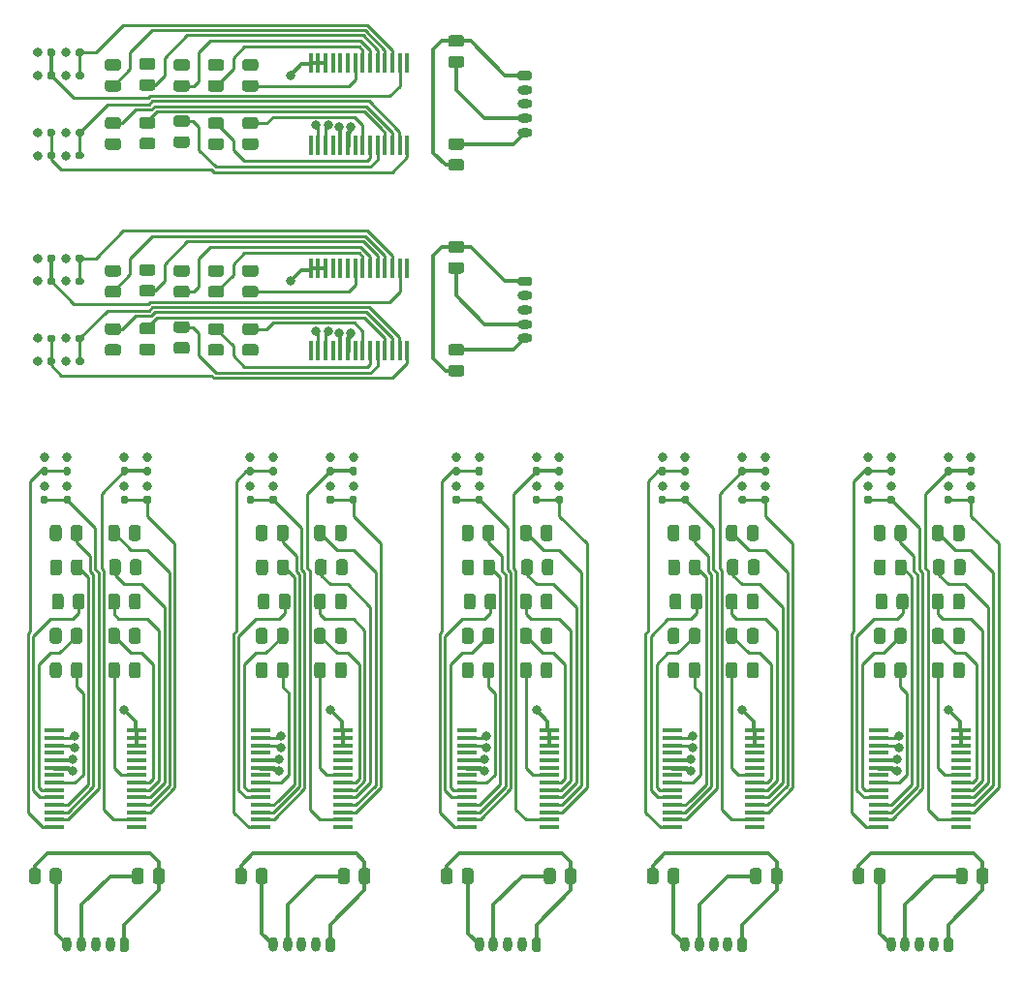
<source format=gbl>
%MOIN*%
%OFA0B0*%
%FSLAX46Y46*%
%IPPOS*%
%LPD*%
%ADD10O,0.031496062992125991X0.051181102362204731*%
%ADD11R,0.068897637795275593X0.017716535433070866*%
%ADD12C,0.031496062992125991*%
%ADD13C,0.01*%
%ADD14C,0.012000000000000002*%
%ADD15C,0.016*%
%ADD26O,0.051181102362204731X0.031496062992125991*%
%ADD27R,0.017716535433070866X0.068897637795275593*%
%ADD28C,0.031496062992125991*%
%ADD29C,0.01*%
%ADD30C,0.012000000000000002*%
%ADD31C,0.016*%
%ADD32O,0.051181102362204731X0.031496062992125991*%
%ADD33R,0.017716535433070866X0.068897637795275593*%
%ADD34C,0.031496062992125991*%
%ADD35C,0.01*%
%ADD36C,0.012000000000000002*%
%ADD37C,0.016*%
%ADD38O,0.031496062992125991X0.051181102362204731*%
%ADD39R,0.068897637795275593X0.017716535433070866*%
%ADD40C,0.031496062992125991*%
%ADD41C,0.01*%
%ADD42C,0.012000000000000002*%
%ADD43C,0.016*%
%ADD44O,0.031496062992125991X0.051181102362204731*%
%ADD45R,0.068897637795275593X0.017716535433070866*%
%ADD46C,0.031496062992125991*%
%ADD47C,0.01*%
%ADD48C,0.012000000000000002*%
%ADD49C,0.016*%
%ADD50O,0.031496062992125991X0.051181102362204731*%
%ADD51R,0.068897637795275593X0.017716535433070866*%
%ADD52C,0.031496062992125991*%
%ADD53C,0.01*%
%ADD54C,0.012000000000000002*%
%ADD55C,0.016*%
%ADD56O,0.031496062992125991X0.051181102362204731*%
%ADD57R,0.068897637795275593X0.017716535433070866*%
%ADD58C,0.031496062992125991*%
%ADD59C,0.01*%
%ADD60C,0.012000000000000002*%
%ADD61C,0.016*%
G01*
D10*
X-0007716535Y0003818897D02*
X0000196850Y0000196850D03*
X0000246062Y0000196850D03*
X0000295275Y0000196850D03*
X0000344488Y0000196850D03*
G36*
G01*
X0000409448Y0000214566D02*
X0000409448Y0000179133D01*
G75*
G02*
X0000401574Y0000171259I-0000007874D01*
G01*
X0000385826Y0000171259D01*
G75*
G02*
X0000377952Y0000179133J0000007874D01*
G01*
X0000377952Y0000214566D01*
G75*
G02*
X0000385826Y0000222440I0000007874D01*
G01*
X0000401574Y0000222440D01*
G75*
G02*
X0000409448Y0000214566J-0000007874D01*
G01*
G37*
G36*
G01*
X0000137303Y0000415354D02*
X0000137303Y0000450787D01*
G75*
G02*
X0000147145Y0000460629I0000009842D01*
G01*
X0000167814Y0000460629D01*
G75*
G02*
X0000177657Y0000450787J-0000009842D01*
G01*
X0000177657Y0000415354D01*
G75*
G02*
X0000167814Y0000405511I-0000009842D01*
G01*
X0000147145Y0000405511D01*
G75*
G02*
X0000137303Y0000415354J0000009842D01*
G01*
G37*
G36*
G01*
X0000065452Y0000415354D02*
X0000065452Y0000450787D01*
G75*
G02*
X0000075295Y0000460629I0000009842D01*
G01*
X0000095964Y0000460629D01*
G75*
G02*
X0000105807Y0000450787J-0000009842D01*
G01*
X0000105807Y0000415354D01*
G75*
G02*
X0000095964Y0000405511I-0000009842D01*
G01*
X0000075295Y0000405511D01*
G75*
G02*
X0000065452Y0000415354J0000009842D01*
G01*
G37*
G36*
G01*
X0000460137Y0000450787D02*
X0000460137Y0000415354D01*
G75*
G02*
X0000450295Y0000405511I-0000009842D01*
G01*
X0000429625Y0000405511D01*
G75*
G02*
X0000419783Y0000415354J0000009842D01*
G01*
X0000419783Y0000450787D01*
G75*
G02*
X0000429625Y0000460629I0000009842D01*
G01*
X0000450295Y0000460629D01*
G75*
G02*
X0000460137Y0000450787J-0000009842D01*
G01*
G37*
G36*
G01*
X0000531988Y0000450787D02*
X0000531988Y0000415354D01*
G75*
G02*
X0000522145Y0000405511I-0000009842D01*
G01*
X0000501476Y0000405511D01*
G75*
G02*
X0000491633Y0000415354J0000009842D01*
G01*
X0000491633Y0000450787D01*
G75*
G02*
X0000501476Y0000460629I0000009842D01*
G01*
X0000522145Y0000460629D01*
G75*
G02*
X0000531988Y0000450787J-0000009842D01*
G01*
G37*
D11*
X0000437007Y0000601377D03*
X0000437007Y0000626968D03*
X0000437007Y0000652559D03*
X0000437007Y0000678149D03*
X0000437007Y0000703740D03*
X0000437007Y0000729330D03*
X0000437007Y0000754921D03*
X0000437007Y0000780511D03*
X0000437007Y0000806102D03*
X0000437007Y0000831692D03*
X0000437007Y0000857283D03*
X0000437007Y0000882873D03*
X0000437007Y0000908464D03*
X0000437007Y0000934055D03*
X0000153543Y0000934055D03*
X0000153543Y0000908464D03*
X0000153543Y0000882873D03*
X0000153543Y0000857283D03*
X0000153543Y0000831692D03*
X0000153543Y0000806102D03*
X0000153543Y0000780511D03*
X0000153543Y0000754921D03*
X0000153543Y0000729330D03*
X0000153543Y0000703740D03*
X0000153543Y0000678149D03*
X0000153543Y0000652559D03*
X0000153543Y0000626968D03*
X0000153543Y0000601377D03*
G36*
G01*
X0000478740Y0001761417D02*
X0000466141Y0001761417D01*
G75*
G02*
X0000459842Y0001767716J0000006299D01*
G01*
X0000459842Y0001783267D01*
G75*
G02*
X0000466141Y0001789566I0000006299D01*
G01*
X0000478740Y0001789566D01*
G75*
G02*
X0000485039Y0001783267J-0000006299D01*
G01*
X0000485039Y0001767716D01*
G75*
G02*
X0000478740Y0001761417I-0000006299D01*
G01*
G37*
G36*
G01*
X0000478740Y0001714370D02*
X0000466141Y0001714370D01*
G75*
G02*
X0000459842Y0001720669J0000006299D01*
G01*
X0000459842Y0001736220D01*
G75*
G02*
X0000466141Y0001742519I0000006299D01*
G01*
X0000478740Y0001742519D01*
G75*
G02*
X0000485039Y0001736220J-0000006299D01*
G01*
X0000485039Y0001720669D01*
G75*
G02*
X0000478740Y0001714370I-0000006299D01*
G01*
G37*
G36*
G01*
X0000203149Y0001761417D02*
X0000190551Y0001761417D01*
G75*
G02*
X0000184251Y0001767716J0000006299D01*
G01*
X0000184251Y0001783267D01*
G75*
G02*
X0000190551Y0001789566I0000006299D01*
G01*
X0000203149Y0001789566D01*
G75*
G02*
X0000209448Y0001783267J-0000006299D01*
G01*
X0000209448Y0001767716D01*
G75*
G02*
X0000203149Y0001761417I-0000006299D01*
G01*
G37*
G36*
G01*
X0000203149Y0001714370D02*
X0000190551Y0001714370D01*
G75*
G02*
X0000184251Y0001720669J0000006299D01*
G01*
X0000184251Y0001736220D01*
G75*
G02*
X0000190551Y0001742519I0000006299D01*
G01*
X0000203149Y0001742519D01*
G75*
G02*
X0000209448Y0001736220J-0000006299D01*
G01*
X0000209448Y0001720669D01*
G75*
G02*
X0000203149Y0001714370I-0000006299D01*
G01*
G37*
G36*
G01*
X0000399999Y0001859842D02*
X0000387401Y0001859842D01*
G75*
G02*
X0000381102Y0001866141J0000006299D01*
G01*
X0000381102Y0001881692D01*
G75*
G02*
X0000387401Y0001887992I0000006299D01*
G01*
X0000399999Y0001887992D01*
G75*
G02*
X0000406299Y0001881692J-0000006299D01*
G01*
X0000406299Y0001866141D01*
G75*
G02*
X0000399999Y0001859842I-0000006299D01*
G01*
G37*
G36*
G01*
X0000399999Y0001812795D02*
X0000387401Y0001812795D01*
G75*
G02*
X0000381102Y0001819094J0000006299D01*
G01*
X0000381102Y0001834645D01*
G75*
G02*
X0000387401Y0001840944I0000006299D01*
G01*
X0000399999Y0001840944D01*
G75*
G02*
X0000406299Y0001834645J-0000006299D01*
G01*
X0000406299Y0001819094D01*
G75*
G02*
X0000399999Y0001812795I-0000006299D01*
G01*
G37*
G36*
G01*
X0000203149Y0001859842D02*
X0000190551Y0001859842D01*
G75*
G02*
X0000184251Y0001866141J0000006299D01*
G01*
X0000184251Y0001881692D01*
G75*
G02*
X0000190551Y0001887992I0000006299D01*
G01*
X0000203149Y0001887992D01*
G75*
G02*
X0000209448Y0001881692J-0000006299D01*
G01*
X0000209448Y0001866141D01*
G75*
G02*
X0000203149Y0001859842I-0000006299D01*
G01*
G37*
G36*
G01*
X0000203149Y0001812795D02*
X0000190551Y0001812795D01*
G75*
G02*
X0000184251Y0001819094J0000006299D01*
G01*
X0000184251Y0001834645D01*
G75*
G02*
X0000190551Y0001840944I0000006299D01*
G01*
X0000203149Y0001840944D01*
G75*
G02*
X0000209448Y0001834645J-0000006299D01*
G01*
X0000209448Y0001819094D01*
G75*
G02*
X0000203149Y0001812795I-0000006299D01*
G01*
G37*
G36*
G01*
X0000409448Y0001124015D02*
X0000409448Y0001159448D01*
G75*
G02*
X0000419291Y0001169291I0000009842D01*
G01*
X0000439960Y0001169291D01*
G75*
G02*
X0000449803Y0001159448J-0000009842D01*
G01*
X0000449803Y0001124015D01*
G75*
G02*
X0000439960Y0001114173I-0000009842D01*
G01*
X0000419291Y0001114173D01*
G75*
G02*
X0000409448Y0001124015J0000009842D01*
G01*
G37*
G36*
G01*
X0000337598Y0001124015D02*
X0000337598Y0001159448D01*
G75*
G02*
X0000347440Y0001169291I0000009842D01*
G01*
X0000368110Y0001169291D01*
G75*
G02*
X0000377952Y0001159448J-0000009842D01*
G01*
X0000377952Y0001124015D01*
G75*
G02*
X0000368110Y0001114173I-0000009842D01*
G01*
X0000347440Y0001114173D01*
G75*
G02*
X0000337598Y0001124015J0000009842D01*
G01*
G37*
G36*
G01*
X0000177657Y0001159448D02*
X0000177657Y0001124015D01*
G75*
G02*
X0000167814Y0001114173I-0000009842D01*
G01*
X0000147145Y0001114173D01*
G75*
G02*
X0000137303Y0001124015J0000009842D01*
G01*
X0000137303Y0001159448D01*
G75*
G02*
X0000147145Y0001169291I0000009842D01*
G01*
X0000167814Y0001169291D01*
G75*
G02*
X0000177657Y0001159448J-0000009842D01*
G01*
G37*
G36*
G01*
X0000249507Y0001159448D02*
X0000249507Y0001124015D01*
G75*
G02*
X0000239665Y0001114173I-0000009842D01*
G01*
X0000218996Y0001114173D01*
G75*
G02*
X0000209153Y0001124015J0000009842D01*
G01*
X0000209153Y0001159448D01*
G75*
G02*
X0000218996Y0001169291I0000009842D01*
G01*
X0000239665Y0001169291D01*
G75*
G02*
X0000249507Y0001159448J-0000009842D01*
G01*
G37*
G36*
G01*
X0000409448Y0001241929D02*
X0000409448Y0001277362D01*
G75*
G02*
X0000419291Y0001287204I0000009842D01*
G01*
X0000439960Y0001287204D01*
G75*
G02*
X0000449803Y0001277362J-0000009842D01*
G01*
X0000449803Y0001241929D01*
G75*
G02*
X0000439960Y0001232086I-0000009842D01*
G01*
X0000419291Y0001232086D01*
G75*
G02*
X0000409448Y0001241929J0000009842D01*
G01*
G37*
G36*
G01*
X0000337598Y0001241929D02*
X0000337598Y0001277362D01*
G75*
G02*
X0000347440Y0001287204I0000009842D01*
G01*
X0000368110Y0001287204D01*
G75*
G02*
X0000377952Y0001277362J-0000009842D01*
G01*
X0000377952Y0001241929D01*
G75*
G02*
X0000368110Y0001232086I-0000009842D01*
G01*
X0000347440Y0001232086D01*
G75*
G02*
X0000337598Y0001241929J0000009842D01*
G01*
G37*
G36*
G01*
X0000177657Y0001277559D02*
X0000177657Y0001242125D01*
G75*
G02*
X0000167814Y0001232283I-0000009842D01*
G01*
X0000147145Y0001232283D01*
G75*
G02*
X0000137303Y0001242125J0000009842D01*
G01*
X0000137303Y0001277559D01*
G75*
G02*
X0000147145Y0001287401I0000009842D01*
G01*
X0000167814Y0001287401D01*
G75*
G02*
X0000177657Y0001277559J-0000009842D01*
G01*
G37*
G36*
G01*
X0000249507Y0001277559D02*
X0000249507Y0001242125D01*
G75*
G02*
X0000239665Y0001232283I-0000009842D01*
G01*
X0000218996Y0001232283D01*
G75*
G02*
X0000209153Y0001242125J0000009842D01*
G01*
X0000209153Y0001277559D01*
G75*
G02*
X0000218996Y0001287401I0000009842D01*
G01*
X0000239665Y0001287401D01*
G75*
G02*
X0000249507Y0001277559J-0000009842D01*
G01*
G37*
G36*
G01*
X0000409448Y0001360236D02*
X0000409448Y0001395669D01*
G75*
G02*
X0000419291Y0001405511I0000009842D01*
G01*
X0000439960Y0001405511D01*
G75*
G02*
X0000449803Y0001395669J-0000009842D01*
G01*
X0000449803Y0001360236D01*
G75*
G02*
X0000439960Y0001350393I-0000009842D01*
G01*
X0000419291Y0001350393D01*
G75*
G02*
X0000409448Y0001360236J0000009842D01*
G01*
G37*
G36*
G01*
X0000337598Y0001360236D02*
X0000337598Y0001395669D01*
G75*
G02*
X0000347440Y0001405511I0000009842D01*
G01*
X0000368110Y0001405511D01*
G75*
G02*
X0000377952Y0001395669J-0000009842D01*
G01*
X0000377952Y0001360236D01*
G75*
G02*
X0000368110Y0001350393I-0000009842D01*
G01*
X0000347440Y0001350393D01*
G75*
G02*
X0000337598Y0001360236J0000009842D01*
G01*
G37*
G36*
G01*
X0000184547Y0001395669D02*
X0000184547Y0001360236D01*
G75*
G02*
X0000174704Y0001350393I-0000009842D01*
G01*
X0000154035Y0001350393D01*
G75*
G02*
X0000144192Y0001360236J0000009842D01*
G01*
X0000144192Y0001395669D01*
G75*
G02*
X0000154035Y0001405511I0000009842D01*
G01*
X0000174704Y0001405511D01*
G75*
G02*
X0000184547Y0001395669J-0000009842D01*
G01*
G37*
G36*
G01*
X0000256397Y0001395669D02*
X0000256397Y0001360236D01*
G75*
G02*
X0000246555Y0001350393I-0000009842D01*
G01*
X0000225885Y0001350393D01*
G75*
G02*
X0000216043Y0001360236J0000009842D01*
G01*
X0000216043Y0001395669D01*
G75*
G02*
X0000225885Y0001405511I0000009842D01*
G01*
X0000246555Y0001405511D01*
G75*
G02*
X0000256397Y0001395669J-0000009842D01*
G01*
G37*
G36*
G01*
X0000412893Y0001478346D02*
X0000412893Y0001513779D01*
G75*
G02*
X0000422736Y0001523622I0000009842D01*
G01*
X0000443405Y0001523622D01*
G75*
G02*
X0000453247Y0001513779J-0000009842D01*
G01*
X0000453247Y0001478346D01*
G75*
G02*
X0000443405Y0001468503I-0000009842D01*
G01*
X0000422736Y0001468503D01*
G75*
G02*
X0000412893Y0001478346J0000009842D01*
G01*
G37*
G36*
G01*
X0000341043Y0001478346D02*
X0000341043Y0001513779D01*
G75*
G02*
X0000350885Y0001523622I0000009842D01*
G01*
X0000371555Y0001523622D01*
G75*
G02*
X0000381397Y0001513779J-0000009842D01*
G01*
X0000381397Y0001478346D01*
G75*
G02*
X0000371555Y0001468503I-0000009842D01*
G01*
X0000350885Y0001468503D01*
G75*
G02*
X0000341043Y0001478346J0000009842D01*
G01*
G37*
G36*
G01*
X0000178874Y0001513544D02*
X0000178874Y0001478111D01*
G75*
G02*
X0000169031Y0001468269I-0000009842D01*
G01*
X0000148362Y0001468269D01*
G75*
G02*
X0000138519Y0001478111J0000009842D01*
G01*
X0000138519Y0001513544D01*
G75*
G02*
X0000148362Y0001523387I0000009842D01*
G01*
X0000169031Y0001523387D01*
G75*
G02*
X0000178874Y0001513544J-0000009842D01*
G01*
G37*
G36*
G01*
X0000250724Y0001513544D02*
X0000250724Y0001478111D01*
G75*
G02*
X0000240881Y0001468269I-0000009842D01*
G01*
X0000220212Y0001468269D01*
G75*
G02*
X0000210370Y0001478111J0000009842D01*
G01*
X0000210370Y0001513544D01*
G75*
G02*
X0000220212Y0001523387I0000009842D01*
G01*
X0000240881Y0001523387D01*
G75*
G02*
X0000250724Y0001513544J-0000009842D01*
G01*
G37*
G36*
G01*
X0000409448Y0001596456D02*
X0000409448Y0001631889D01*
G75*
G02*
X0000419291Y0001641732I0000009842D01*
G01*
X0000439960Y0001641732D01*
G75*
G02*
X0000449803Y0001631889J-0000009842D01*
G01*
X0000449803Y0001596456D01*
G75*
G02*
X0000439960Y0001586614I-0000009842D01*
G01*
X0000419291Y0001586614D01*
G75*
G02*
X0000409448Y0001596456J0000009842D01*
G01*
G37*
G36*
G01*
X0000337598Y0001596456D02*
X0000337598Y0001631889D01*
G75*
G02*
X0000347440Y0001641732I0000009842D01*
G01*
X0000368110Y0001641732D01*
G75*
G02*
X0000377952Y0001631889J-0000009842D01*
G01*
X0000377952Y0001596456D01*
G75*
G02*
X0000368110Y0001586614I-0000009842D01*
G01*
X0000347440Y0001586614D01*
G75*
G02*
X0000337598Y0001596456J0000009842D01*
G01*
G37*
G36*
G01*
X0000177657Y0001631889D02*
X0000177657Y0001596456D01*
G75*
G02*
X0000167814Y0001586614I-0000009842D01*
G01*
X0000147145Y0001586614D01*
G75*
G02*
X0000137303Y0001596456J0000009842D01*
G01*
X0000137303Y0001631889D01*
G75*
G02*
X0000147145Y0001641732I0000009842D01*
G01*
X0000167814Y0001641732D01*
G75*
G02*
X0000177657Y0001631889J-0000009842D01*
G01*
G37*
G36*
G01*
X0000249507Y0001631889D02*
X0000249507Y0001596456D01*
G75*
G02*
X0000239665Y0001586614I-0000009842D01*
G01*
X0000218996Y0001586614D01*
G75*
G02*
X0000209153Y0001596456J0000009842D01*
G01*
X0000209153Y0001631889D01*
G75*
G02*
X0000218996Y0001641732I0000009842D01*
G01*
X0000239665Y0001641732D01*
G75*
G02*
X0000249507Y0001631889J-0000009842D01*
G01*
G37*
G36*
G01*
X0000399999Y0001761417D02*
X0000387401Y0001761417D01*
G75*
G02*
X0000381102Y0001767716J0000006299D01*
G01*
X0000381102Y0001783267D01*
G75*
G02*
X0000387401Y0001789566I0000006299D01*
G01*
X0000399999Y0001789566D01*
G75*
G02*
X0000406299Y0001783267J-0000006299D01*
G01*
X0000406299Y0001767716D01*
G75*
G02*
X0000399999Y0001761417I-0000006299D01*
G01*
G37*
G36*
G01*
X0000399999Y0001714370D02*
X0000387401Y0001714370D01*
G75*
G02*
X0000381102Y0001720669J0000006299D01*
G01*
X0000381102Y0001736220D01*
G75*
G02*
X0000387401Y0001742519I0000006299D01*
G01*
X0000399999Y0001742519D01*
G75*
G02*
X0000406299Y0001736220J-0000006299D01*
G01*
X0000406299Y0001720669D01*
G75*
G02*
X0000399999Y0001714370I-0000006299D01*
G01*
G37*
G36*
G01*
X0000124409Y0001761417D02*
X0000111811Y0001761417D01*
G75*
G02*
X0000105511Y0001767716J0000006299D01*
G01*
X0000105511Y0001783267D01*
G75*
G02*
X0000111811Y0001789566I0000006299D01*
G01*
X0000124409Y0001789566D01*
G75*
G02*
X0000130708Y0001783267J-0000006299D01*
G01*
X0000130708Y0001767716D01*
G75*
G02*
X0000124409Y0001761417I-0000006299D01*
G01*
G37*
G36*
G01*
X0000124409Y0001714370D02*
X0000111811Y0001714370D01*
G75*
G02*
X0000105511Y0001720669J0000006299D01*
G01*
X0000105511Y0001736220D01*
G75*
G02*
X0000111811Y0001742519I0000006299D01*
G01*
X0000124409Y0001742519D01*
G75*
G02*
X0000130708Y0001736220J-0000006299D01*
G01*
X0000130708Y0001720669D01*
G75*
G02*
X0000124409Y0001714370I-0000006299D01*
G01*
G37*
G36*
G01*
X0000478740Y0001859842D02*
X0000466141Y0001859842D01*
G75*
G02*
X0000459842Y0001866141J0000006299D01*
G01*
X0000459842Y0001881692D01*
G75*
G02*
X0000466141Y0001887992I0000006299D01*
G01*
X0000478740Y0001887992D01*
G75*
G02*
X0000485039Y0001881692J-0000006299D01*
G01*
X0000485039Y0001866141D01*
G75*
G02*
X0000478740Y0001859842I-0000006299D01*
G01*
G37*
G36*
G01*
X0000478740Y0001812795D02*
X0000466141Y0001812795D01*
G75*
G02*
X0000459842Y0001819094J0000006299D01*
G01*
X0000459842Y0001834645D01*
G75*
G02*
X0000466141Y0001840944I0000006299D01*
G01*
X0000478740Y0001840944D01*
G75*
G02*
X0000485039Y0001834645J-0000006299D01*
G01*
X0000485039Y0001819094D01*
G75*
G02*
X0000478740Y0001812795I-0000006299D01*
G01*
G37*
G36*
G01*
X0000124409Y0001859842D02*
X0000111811Y0001859842D01*
G75*
G02*
X0000105511Y0001866141J0000006299D01*
G01*
X0000105511Y0001881692D01*
G75*
G02*
X0000111811Y0001887992I0000006299D01*
G01*
X0000124409Y0001887992D01*
G75*
G02*
X0000130708Y0001881692J-0000006299D01*
G01*
X0000130708Y0001866141D01*
G75*
G02*
X0000124409Y0001859842I-0000006299D01*
G01*
G37*
G36*
G01*
X0000124409Y0001812795D02*
X0000111811Y0001812795D01*
G75*
G02*
X0000105511Y0001819094J0000006299D01*
G01*
X0000105511Y0001834645D01*
G75*
G02*
X0000111811Y0001840944I0000006299D01*
G01*
X0000124409Y0001840944D01*
G75*
G02*
X0000130708Y0001834645J-0000006299D01*
G01*
X0000130708Y0001819094D01*
G75*
G02*
X0000124409Y0001812795I-0000006299D01*
G01*
G37*
D12*
X0000222775Y0000873629D03*
X0000393700Y0001003937D03*
X0000216230Y0000834806D03*
X0000216550Y0000795438D03*
X0000222775Y0000915354D03*
X0000118110Y0001873917D03*
X0000472440Y0001873917D03*
X0000118110Y0001775492D03*
X0000393700Y0001775492D03*
X0000157480Y0001614173D03*
X0000429625Y0001614173D03*
X0000158696Y0001495828D03*
X0000430610Y0001496062D03*
X0000164370Y0001377952D03*
X0000430610Y0001377952D03*
X0000157480Y0001259842D03*
X0000428149Y0001259842D03*
X0000156521Y0001141815D03*
X0000428149Y0001141732D03*
X0000196850Y0001873917D03*
X0000393700Y0001873917D03*
X0000196850Y0001775492D03*
X0000472440Y0001775492D03*
D13*
X0000213530Y0000882873D02*
X0000222775Y0000873629D01*
X0000153543Y0000882873D02*
X0000213530Y0000882873D01*
D14*
X0000157480Y0000236220D02*
X0000196850Y0000196850D01*
X0000157480Y0000433070D02*
X0000157480Y0000236220D01*
X0000393700Y0001003937D02*
X0000433070Y0000964566D01*
X0000433070Y0000937992D02*
X0000437007Y0000934055D01*
X0000433070Y0000964566D02*
X0000433070Y0000937992D01*
X0000437007Y0000934055D02*
X0000437007Y0000908464D01*
X0000437007Y0000908464D02*
X0000437007Y0000882873D01*
X0000213116Y0000831692D02*
X0000216230Y0000834806D01*
X0000153543Y0000831692D02*
X0000213116Y0000831692D01*
D15*
X0000208798Y0000795438D02*
X0000216550Y0000795438D01*
X0000198134Y0000806102D02*
X0000208798Y0000795438D01*
X0000153543Y0000806102D02*
X0000198134Y0000806102D01*
D14*
X0000511811Y0000433070D02*
X0000511811Y0000383858D01*
X0000393700Y0000265748D02*
X0000393700Y0000196850D01*
X0000511811Y0000383858D02*
X0000393700Y0000265748D01*
X0000085629Y0000433070D02*
X0000085629Y0000469488D01*
X0000085629Y0000469488D02*
X0000127952Y0000511811D01*
X0000127952Y0000511811D02*
X0000482283Y0000511811D01*
X0000511811Y0000482283D02*
X0000511811Y0000433070D01*
X0000482283Y0000511811D02*
X0000511811Y0000482283D01*
D13*
X0000215885Y0000908464D02*
X0000222775Y0000915354D01*
X0000153543Y0000908464D02*
X0000215885Y0000908464D01*
D14*
X0000439960Y0000433070D02*
X0000344488Y0000433070D01*
X0000246062Y0000334645D02*
X0000246062Y0000196850D01*
X0000344488Y0000433070D02*
X0000246062Y0000334645D01*
D13*
X0000196850Y0001826870D02*
X0000118110Y0001826870D01*
X0000112653Y0000601377D02*
X0000060865Y0000653165D01*
X0000153543Y0000601377D02*
X0000112653Y0000601377D01*
X0000060865Y0001267246D02*
X0000068897Y0001275278D01*
X0000060865Y0000653165D02*
X0000060865Y0001267246D01*
X0000068897Y0001275278D02*
X0000068897Y0001791338D01*
X0000104429Y0001826870D02*
X0000118110Y0001826870D01*
X0000068897Y0001791338D02*
X0000104429Y0001826870D01*
X0000196850Y0001728444D02*
X0000293464Y0001631830D01*
X0000293464Y0001489374D02*
X0000305020Y0001477819D01*
X0000293464Y0001631830D02*
X0000293464Y0001489374D01*
X0000305020Y0000734309D02*
X0000200632Y0000629921D01*
X0000305020Y0001477819D02*
X0000305020Y0000734309D01*
X0000156496Y0000629921D02*
X0000153543Y0000626968D01*
X0000200632Y0000629921D02*
X0000156496Y0000629921D01*
X0000196850Y0001728444D02*
X0000118110Y0001728444D01*
X0000229330Y0001614173D02*
X0000229330Y0001581692D01*
X0000275590Y0001481971D02*
X0000287146Y0001470415D01*
X0000275590Y0001535433D02*
X0000275590Y0001481971D01*
X0000229330Y0001581692D02*
X0000275590Y0001535433D01*
X0000197992Y0000652559D02*
X0000153543Y0000652559D01*
X0000287146Y0000741713D02*
X0000197992Y0000652559D01*
X0000287146Y0001470415D02*
X0000287146Y0000741713D01*
X0000153543Y0000678149D02*
X0000197992Y0000678149D01*
X0000230547Y0001495828D02*
X0000236455Y0001495828D01*
X0000269272Y0000749429D02*
X0000212677Y0000692834D01*
X0000236455Y0001495828D02*
X0000269272Y0001463011D01*
X0000212677Y0000692834D02*
X0000236220Y0000716377D01*
X0000269272Y0001463011D02*
X0000269272Y0000749429D01*
X0000197992Y0000678149D02*
X0000212677Y0000692834D01*
X0000153543Y0000703740D02*
X0000103346Y0000703740D01*
X0000103346Y0000703740D02*
X0000078740Y0000728346D01*
X0000078740Y0000728346D02*
X0000078740Y0001259842D01*
X0000078740Y0001259842D02*
X0000137795Y0001318897D01*
X0000137795Y0001318897D02*
X0000216535Y0001318897D01*
X0000236220Y0001338582D02*
X0000236220Y0001377952D01*
X0000216535Y0001318897D02*
X0000236220Y0001338582D01*
X0000108782Y0000729330D02*
X0000153543Y0000729330D01*
X0000098425Y0000739687D02*
X0000108782Y0000729330D01*
X0000137795Y0001200787D02*
X0000098425Y0001161417D01*
X0000170275Y0001200787D02*
X0000137795Y0001200787D01*
X0000098425Y0001161417D02*
X0000098425Y0000739687D01*
X0000229330Y0001259842D02*
X0000170275Y0001200787D01*
X0000229330Y0001141732D02*
X0000229330Y0001085059D01*
X0000229330Y0001085059D02*
X0000251397Y0001062992D01*
X0000251397Y0001062992D02*
X0000251397Y0000782893D01*
X0000223425Y0000754921D02*
X0000153543Y0000754921D01*
X0000251397Y0000782893D02*
X0000223425Y0000754921D01*
X0000357775Y0001141732D02*
X0000357775Y0000803641D01*
X0000380905Y0000780511D02*
X0000437007Y0000780511D01*
X0000357775Y0000803641D02*
X0000380905Y0000780511D01*
X0000437007Y0000754921D02*
X0000479330Y0000754921D01*
X0000479330Y0000754921D02*
X0000492125Y0000767716D01*
X0000492125Y0000767716D02*
X0000492125Y0001161417D01*
X0000492125Y0001161417D02*
X0000452755Y0001200787D01*
X0000416633Y0001200787D02*
X0000357775Y0001259645D01*
X0000452755Y0001200787D02*
X0000416633Y0001200787D01*
X0000479018Y0000729330D02*
X0000511811Y0000762123D01*
X0000437007Y0000729330D02*
X0000479018Y0000729330D01*
X0000511811Y0000762123D02*
X0000511811Y0001279527D01*
X0000511811Y0001279527D02*
X0000472440Y0001318897D01*
X0000472440Y0001318897D02*
X0000374015Y0001318897D01*
X0000357775Y0001335137D02*
X0000357775Y0001377952D01*
X0000374015Y0001318897D02*
X0000357775Y0001335137D01*
X0000481456Y0000703740D02*
X0000531496Y0000753779D01*
X0000437007Y0000703740D02*
X0000481456Y0000703740D01*
X0000531496Y0000753779D02*
X0000531496Y0001358267D01*
X0000361220Y0001496062D02*
X0000361220Y0001469488D01*
X0000361220Y0001469488D02*
X0000393700Y0001437007D01*
X0000452755Y0001437007D02*
X0000531496Y0001358267D01*
X0000393700Y0001437007D02*
X0000452755Y0001437007D01*
X0000437007Y0000678149D02*
X0000481299Y0000678149D01*
X0000549370Y0000746220D02*
X0000549370Y0001478188D01*
X0000481299Y0000678149D02*
X0000549370Y0000746220D01*
X0000549370Y0001478188D02*
X0000472440Y0001555118D01*
X0000416830Y0001555118D02*
X0000357775Y0001614173D01*
X0000472440Y0001555118D02*
X0000416830Y0001555118D01*
X0000481456Y0000652559D02*
X0000567244Y0000738347D01*
X0000437007Y0000652559D02*
X0000481456Y0000652559D01*
X0000567244Y0000738347D02*
X0000567244Y0001578424D01*
X0000472440Y0001673228D02*
X0000472440Y0001728444D01*
X0000567244Y0001578424D02*
X0000472440Y0001673228D01*
X0000472440Y0001728444D02*
X0000393700Y0001728444D01*
D14*
X0000433070Y0001496062D02*
X0000430610Y0001496062D01*
X0000429625Y0001377952D02*
X0000430610Y0001377952D01*
X0000428346Y0001259645D02*
X0000428149Y0001259842D01*
X0000429625Y0001259645D02*
X0000428346Y0001259645D01*
X0000156604Y0001141732D02*
X0000156521Y0001141815D01*
X0000157480Y0001141732D02*
X0000156604Y0001141732D01*
X0000429625Y0001141732D02*
X0000428149Y0001141732D01*
D13*
X0000393700Y0001826870D02*
X0000314960Y0001748129D01*
X0000322895Y0001485222D02*
X0000322895Y0000661356D01*
X0000314960Y0001493157D02*
X0000322895Y0001485222D01*
X0000314960Y0001748129D02*
X0000314960Y0001493157D01*
X0000357283Y0000626968D02*
X0000437007Y0000626968D01*
X0000322895Y0000661356D02*
X0000357283Y0000626968D01*
D14*
X0000472440Y0001826870D02*
X0000393700Y0001826870D01*
G04 next file*
G04 #@! TF.GenerationSoftware,KiCad,Pcbnew,(5.1.10)-1*
G04 #@! TF.CreationDate,2021-09-22T20:54:56-07:00*
G04 #@! TF.ProjectId,project,70726f6a-6563-4742-9e6b-696361645f70,rev?*
G04 #@! TF.SameCoordinates,Original*
G04 #@! TF.FileFunction,Copper,L2,Bot*
G04 #@! TF.FilePolarity,Positive*
G04 Gerber Fmt 4.6, Leading zero omitted, Abs format (unit mm)*
G04 Created by KiCad (PCBNEW (5.1.10)-1) date 2021-09-22 20:54:56*
G01*
G04 APERTURE LIST*
G04 #@! TA.AperFunction,ComponentPad*
G04 #@! TD*
G04 #@! TA.AperFunction,SMDPad,CuDef*
G04 #@! TD*
G04 #@! TA.AperFunction,ViaPad*
G04 #@! TD*
G04 #@! TA.AperFunction,Conductor*
G04 #@! TD*
G04 #@! TA.AperFunction,Conductor*
G04 #@! TD*
G04 #@! TA.AperFunction,Conductor*
G04 #@! TD*
G04 APERTURE END LIST*
D26*
X-0001850393Y-0005629921D02*
X0001771653Y0002283464D03*
X0001771653Y0002332677D03*
X0001771653Y0002381889D03*
X0001771653Y0002431102D03*
G04 #@! TA.AperFunction,ComponentPad*
G36*
G01*
X0001753937Y0002496062D02*
X0001789370Y0002496062D01*
G75*
G02*
X0001797244Y0002488188J-0000007874D01*
G01*
X0001797244Y0002472440D01*
G75*
G02*
X0001789370Y0002464566I-0000007874D01*
G01*
X0001753937Y0002464566D01*
G75*
G02*
X0001746062Y0002472440J0000007874D01*
G01*
X0001746062Y0002488188D01*
G75*
G02*
X0001753937Y0002496062I0000007874D01*
G01*
G37*
G04 #@! TD.AperFunction*
G04 #@! TA.AperFunction,SMDPad,CuDef*
G36*
G01*
X0001553149Y0002223917D02*
X0001517716Y0002223917D01*
G75*
G02*
X0001507874Y0002233759J0000009842D01*
G01*
X0001507874Y0002254429D01*
G75*
G02*
X0001517716Y0002264271I0000009842D01*
G01*
X0001553149Y0002264271D01*
G75*
G02*
X0001562992Y0002254429J-0000009842D01*
G01*
X0001562992Y0002233759D01*
G75*
G02*
X0001553149Y0002223917I-0000009842D01*
G01*
G37*
G04 #@! TD.AperFunction*
G04 #@! TA.AperFunction,SMDPad,CuDef*
G36*
G01*
X0001553149Y0002152066D02*
X0001517716Y0002152066D01*
G75*
G02*
X0001507874Y0002161909J0000009842D01*
G01*
X0001507874Y0002182578D01*
G75*
G02*
X0001517716Y0002192421I0000009842D01*
G01*
X0001553149Y0002192421D01*
G75*
G02*
X0001562992Y0002182578J-0000009842D01*
G01*
X0001562992Y0002161909D01*
G75*
G02*
X0001553149Y0002152066I-0000009842D01*
G01*
G37*
G04 #@! TD.AperFunction*
G04 #@! TA.AperFunction,SMDPad,CuDef*
G36*
G01*
X0001517716Y0002546751D02*
X0001553149Y0002546751D01*
G75*
G02*
X0001562992Y0002536909J-0000009842D01*
G01*
X0001562992Y0002516240D01*
G75*
G02*
X0001553149Y0002506397I-0000009842D01*
G01*
X0001517716Y0002506397D01*
G75*
G02*
X0001507874Y0002516240J0000009842D01*
G01*
X0001507874Y0002536909D01*
G75*
G02*
X0001517716Y0002546751I0000009842D01*
G01*
G37*
G04 #@! TD.AperFunction*
G04 #@! TA.AperFunction,SMDPad,CuDef*
G36*
G01*
X0001517716Y0002618602D02*
X0001553149Y0002618602D01*
G75*
G02*
X0001562992Y0002608759J-0000009842D01*
G01*
X0001562992Y0002588090D01*
G75*
G02*
X0001553149Y0002578248I-0000009842D01*
G01*
X0001517716Y0002578248D01*
G75*
G02*
X0001507874Y0002588090J0000009842D01*
G01*
X0001507874Y0002608759D01*
G75*
G02*
X0001517716Y0002618602I0000009842D01*
G01*
G37*
G04 #@! TD.AperFunction*
D27*
X0001367125Y0002523622D03*
X0001341535Y0002523622D03*
X0001315944Y0002523622D03*
X0001290354Y0002523622D03*
X0001264763Y0002523622D03*
X0001239173Y0002523622D03*
X0001213582Y0002523622D03*
X0001187992Y0002523622D03*
X0001162401Y0002523622D03*
X0001136811Y0002523622D03*
X0001111220Y0002523622D03*
X0001085629Y0002523622D03*
X0001060039Y0002523622D03*
X0001034448Y0002523622D03*
X0001034448Y0002240157D03*
X0001060039Y0002240157D03*
X0001085629Y0002240157D03*
X0001111220Y0002240157D03*
X0001136811Y0002240157D03*
X0001162401Y0002240157D03*
X0001187992Y0002240157D03*
X0001213582Y0002240157D03*
X0001239173Y0002240157D03*
X0001264763Y0002240157D03*
X0001290354Y0002240157D03*
X0001315944Y0002240157D03*
X0001341535Y0002240157D03*
X0001367125Y0002240157D03*
G04 #@! TA.AperFunction,SMDPad,CuDef*
G36*
G01*
X0000207086Y0002565354D02*
X0000207086Y0002552755D01*
G75*
G02*
X0000200787Y0002546456I-0000006299D01*
G01*
X0000185236Y0002546456D01*
G75*
G02*
X0000178937Y0002552755J0000006299D01*
G01*
X0000178937Y0002565354D01*
G75*
G02*
X0000185236Y0002571653I0000006299D01*
G01*
X0000200787Y0002571653D01*
G75*
G02*
X0000207086Y0002565354J-0000006299D01*
G01*
G37*
G04 #@! TD.AperFunction*
G04 #@! TA.AperFunction,SMDPad,CuDef*
G36*
G01*
X0000254133Y0002565354D02*
X0000254133Y0002552755D01*
G75*
G02*
X0000247834Y0002546456I-0000006299D01*
G01*
X0000232283Y0002546456D01*
G75*
G02*
X0000225984Y0002552755J0000006299D01*
G01*
X0000225984Y0002565354D01*
G75*
G02*
X0000232283Y0002571653I0000006299D01*
G01*
X0000247834Y0002571653D01*
G75*
G02*
X0000254133Y0002565354J-0000006299D01*
G01*
G37*
G04 #@! TD.AperFunction*
G04 #@! TA.AperFunction,SMDPad,CuDef*
G36*
G01*
X0000207086Y0002289763D02*
X0000207086Y0002277165D01*
G75*
G02*
X0000200787Y0002270866I-0000006299D01*
G01*
X0000185236Y0002270866D01*
G75*
G02*
X0000178937Y0002277165J0000006299D01*
G01*
X0000178937Y0002289763D01*
G75*
G02*
X0000185236Y0002296062I0000006299D01*
G01*
X0000200787Y0002296062D01*
G75*
G02*
X0000207086Y0002289763J-0000006299D01*
G01*
G37*
G04 #@! TD.AperFunction*
G04 #@! TA.AperFunction,SMDPad,CuDef*
G36*
G01*
X0000254133Y0002289763D02*
X0000254133Y0002277165D01*
G75*
G02*
X0000247834Y0002270866I-0000006299D01*
G01*
X0000232283Y0002270866D01*
G75*
G02*
X0000225984Y0002277165J0000006299D01*
G01*
X0000225984Y0002289763D01*
G75*
G02*
X0000232283Y0002296062I0000006299D01*
G01*
X0000247834Y0002296062D01*
G75*
G02*
X0000254133Y0002289763J-0000006299D01*
G01*
G37*
G04 #@! TD.AperFunction*
G04 #@! TA.AperFunction,SMDPad,CuDef*
G36*
G01*
X0000108661Y0002486614D02*
X0000108661Y0002474015D01*
G75*
G02*
X0000102362Y0002467716I-0000006299D01*
G01*
X0000086811Y0002467716D01*
G75*
G02*
X0000080511Y0002474015J0000006299D01*
G01*
X0000080511Y0002486614D01*
G75*
G02*
X0000086811Y0002492913I0000006299D01*
G01*
X0000102362Y0002492913D01*
G75*
G02*
X0000108661Y0002486614J-0000006299D01*
G01*
G37*
G04 #@! TD.AperFunction*
G04 #@! TA.AperFunction,SMDPad,CuDef*
G36*
G01*
X0000155708Y0002486614D02*
X0000155708Y0002474015D01*
G75*
G02*
X0000149409Y0002467716I-0000006299D01*
G01*
X0000133858Y0002467716D01*
G75*
G02*
X0000127559Y0002474015J0000006299D01*
G01*
X0000127559Y0002486614D01*
G75*
G02*
X0000133858Y0002492913I0000006299D01*
G01*
X0000149409Y0002492913D01*
G75*
G02*
X0000155708Y0002486614J-0000006299D01*
G01*
G37*
G04 #@! TD.AperFunction*
G04 #@! TA.AperFunction,SMDPad,CuDef*
G36*
G01*
X0000108661Y0002289763D02*
X0000108661Y0002277165D01*
G75*
G02*
X0000102362Y0002270866I-0000006299D01*
G01*
X0000086811Y0002270866D01*
G75*
G02*
X0000080511Y0002277165J0000006299D01*
G01*
X0000080511Y0002289763D01*
G75*
G02*
X0000086811Y0002296062I0000006299D01*
G01*
X0000102362Y0002296062D01*
G75*
G02*
X0000108661Y0002289763J-0000006299D01*
G01*
G37*
G04 #@! TD.AperFunction*
G04 #@! TA.AperFunction,SMDPad,CuDef*
G36*
G01*
X0000155708Y0002289763D02*
X0000155708Y0002277165D01*
G75*
G02*
X0000149409Y0002270866I-0000006299D01*
G01*
X0000133858Y0002270866D01*
G75*
G02*
X0000127559Y0002277165J0000006299D01*
G01*
X0000127559Y0002289763D01*
G75*
G02*
X0000133858Y0002296062I0000006299D01*
G01*
X0000149409Y0002296062D01*
G75*
G02*
X0000155708Y0002289763J-0000006299D01*
G01*
G37*
G04 #@! TD.AperFunction*
G04 #@! TA.AperFunction,SMDPad,CuDef*
G36*
G01*
X0000844488Y0002496062D02*
X0000809055Y0002496062D01*
G75*
G02*
X0000799212Y0002505905J0000009842D01*
G01*
X0000799212Y0002526574D01*
G75*
G02*
X0000809055Y0002536417I0000009842D01*
G01*
X0000844488Y0002536417D01*
G75*
G02*
X0000854330Y0002526574J-0000009842D01*
G01*
X0000854330Y0002505905D01*
G75*
G02*
X0000844488Y0002496062I-0000009842D01*
G01*
G37*
G04 #@! TD.AperFunction*
G04 #@! TA.AperFunction,SMDPad,CuDef*
G36*
G01*
X0000844488Y0002424212D02*
X0000809055Y0002424212D01*
G75*
G02*
X0000799212Y0002434055J0000009842D01*
G01*
X0000799212Y0002454724D01*
G75*
G02*
X0000809055Y0002464566I0000009842D01*
G01*
X0000844488Y0002464566D01*
G75*
G02*
X0000854330Y0002454724J-0000009842D01*
G01*
X0000854330Y0002434055D01*
G75*
G02*
X0000844488Y0002424212I-0000009842D01*
G01*
G37*
G04 #@! TD.AperFunction*
G04 #@! TA.AperFunction,SMDPad,CuDef*
G36*
G01*
X0000809055Y0002264271D02*
X0000844488Y0002264271D01*
G75*
G02*
X0000854330Y0002254429J-0000009842D01*
G01*
X0000854330Y0002233759D01*
G75*
G02*
X0000844488Y0002223917I-0000009842D01*
G01*
X0000809055Y0002223917D01*
G75*
G02*
X0000799212Y0002233759J0000009842D01*
G01*
X0000799212Y0002254429D01*
G75*
G02*
X0000809055Y0002264271I0000009842D01*
G01*
G37*
G04 #@! TD.AperFunction*
G04 #@! TA.AperFunction,SMDPad,CuDef*
G36*
G01*
X0000809055Y0002336122D02*
X0000844488Y0002336122D01*
G75*
G02*
X0000854330Y0002326279J-0000009842D01*
G01*
X0000854330Y0002305610D01*
G75*
G02*
X0000844488Y0002295767I-0000009842D01*
G01*
X0000809055Y0002295767D01*
G75*
G02*
X0000799212Y0002305610J0000009842D01*
G01*
X0000799212Y0002326279D01*
G75*
G02*
X0000809055Y0002336122I0000009842D01*
G01*
G37*
G04 #@! TD.AperFunction*
G04 #@! TA.AperFunction,SMDPad,CuDef*
G36*
G01*
X0000726574Y0002496062D02*
X0000691141Y0002496062D01*
G75*
G02*
X0000681299Y0002505905J0000009842D01*
G01*
X0000681299Y0002526574D01*
G75*
G02*
X0000691141Y0002536417I0000009842D01*
G01*
X0000726574Y0002536417D01*
G75*
G02*
X0000736417Y0002526574J-0000009842D01*
G01*
X0000736417Y0002505905D01*
G75*
G02*
X0000726574Y0002496062I-0000009842D01*
G01*
G37*
G04 #@! TD.AperFunction*
G04 #@! TA.AperFunction,SMDPad,CuDef*
G36*
G01*
X0000726574Y0002424212D02*
X0000691141Y0002424212D01*
G75*
G02*
X0000681299Y0002434055J0000009842D01*
G01*
X0000681299Y0002454724D01*
G75*
G02*
X0000691141Y0002464566I0000009842D01*
G01*
X0000726574Y0002464566D01*
G75*
G02*
X0000736417Y0002454724J-0000009842D01*
G01*
X0000736417Y0002434055D01*
G75*
G02*
X0000726574Y0002424212I-0000009842D01*
G01*
G37*
G04 #@! TD.AperFunction*
G04 #@! TA.AperFunction,SMDPad,CuDef*
G36*
G01*
X0000690944Y0002264271D02*
X0000726377Y0002264271D01*
G75*
G02*
X0000736220Y0002254429J-0000009842D01*
G01*
X0000736220Y0002233759D01*
G75*
G02*
X0000726377Y0002223917I-0000009842D01*
G01*
X0000690944Y0002223917D01*
G75*
G02*
X0000681102Y0002233759J0000009842D01*
G01*
X0000681102Y0002254429D01*
G75*
G02*
X0000690944Y0002264271I0000009842D01*
G01*
G37*
G04 #@! TD.AperFunction*
G04 #@! TA.AperFunction,SMDPad,CuDef*
G36*
G01*
X0000690944Y0002336122D02*
X0000726377Y0002336122D01*
G75*
G02*
X0000736220Y0002326279J-0000009842D01*
G01*
X0000736220Y0002305610D01*
G75*
G02*
X0000726377Y0002295767I-0000009842D01*
G01*
X0000690944Y0002295767D01*
G75*
G02*
X0000681102Y0002305610J0000009842D01*
G01*
X0000681102Y0002326279D01*
G75*
G02*
X0000690944Y0002336122I0000009842D01*
G01*
G37*
G04 #@! TD.AperFunction*
G04 #@! TA.AperFunction,SMDPad,CuDef*
G36*
G01*
X0000608267Y0002496062D02*
X0000572834Y0002496062D01*
G75*
G02*
X0000562992Y0002505905J0000009842D01*
G01*
X0000562992Y0002526574D01*
G75*
G02*
X0000572834Y0002536417I0000009842D01*
G01*
X0000608267Y0002536417D01*
G75*
G02*
X0000618110Y0002526574J-0000009842D01*
G01*
X0000618110Y0002505905D01*
G75*
G02*
X0000608267Y0002496062I-0000009842D01*
G01*
G37*
G04 #@! TD.AperFunction*
G04 #@! TA.AperFunction,SMDPad,CuDef*
G36*
G01*
X0000608267Y0002424212D02*
X0000572834Y0002424212D01*
G75*
G02*
X0000562992Y0002434055J0000009842D01*
G01*
X0000562992Y0002454724D01*
G75*
G02*
X0000572834Y0002464566I0000009842D01*
G01*
X0000608267Y0002464566D01*
G75*
G02*
X0000618110Y0002454724J-0000009842D01*
G01*
X0000618110Y0002434055D01*
G75*
G02*
X0000608267Y0002424212I-0000009842D01*
G01*
G37*
G04 #@! TD.AperFunction*
G04 #@! TA.AperFunction,SMDPad,CuDef*
G36*
G01*
X0000572834Y0002271161D02*
X0000608267Y0002271161D01*
G75*
G02*
X0000618110Y0002261318J-0000009842D01*
G01*
X0000618110Y0002240649D01*
G75*
G02*
X0000608267Y0002230807I-0000009842D01*
G01*
X0000572834Y0002230807D01*
G75*
G02*
X0000562992Y0002240649J0000009842D01*
G01*
X0000562992Y0002261318D01*
G75*
G02*
X0000572834Y0002271161I0000009842D01*
G01*
G37*
G04 #@! TD.AperFunction*
G04 #@! TA.AperFunction,SMDPad,CuDef*
G36*
G01*
X0000572834Y0002343011D02*
X0000608267Y0002343011D01*
G75*
G02*
X0000618110Y0002333169J-0000009842D01*
G01*
X0000618110Y0002312499D01*
G75*
G02*
X0000608267Y0002302657I-0000009842D01*
G01*
X0000572834Y0002302657D01*
G75*
G02*
X0000562992Y0002312499J0000009842D01*
G01*
X0000562992Y0002333169D01*
G75*
G02*
X0000572834Y0002343011I0000009842D01*
G01*
G37*
G04 #@! TD.AperFunction*
G04 #@! TA.AperFunction,SMDPad,CuDef*
G36*
G01*
X0000490157Y0002499507D02*
X0000454724Y0002499507D01*
G75*
G02*
X0000444881Y0002509350J0000009842D01*
G01*
X0000444881Y0002530019D01*
G75*
G02*
X0000454724Y0002539862I0000009842D01*
G01*
X0000490157Y0002539862D01*
G75*
G02*
X0000500000Y0002530019J-0000009842D01*
G01*
X0000500000Y0002509350D01*
G75*
G02*
X0000490157Y0002499507I-0000009842D01*
G01*
G37*
G04 #@! TD.AperFunction*
G04 #@! TA.AperFunction,SMDPad,CuDef*
G36*
G01*
X0000490157Y0002427657D02*
X0000454724Y0002427657D01*
G75*
G02*
X0000444881Y0002437499J0000009842D01*
G01*
X0000444881Y0002458169D01*
G75*
G02*
X0000454724Y0002468011I0000009842D01*
G01*
X0000490157Y0002468011D01*
G75*
G02*
X0000500000Y0002458169J-0000009842D01*
G01*
X0000500000Y0002437499D01*
G75*
G02*
X0000490157Y0002427657I-0000009842D01*
G01*
G37*
G04 #@! TD.AperFunction*
G04 #@! TA.AperFunction,SMDPad,CuDef*
G36*
G01*
X0000454959Y0002265488D02*
X0000490392Y0002265488D01*
G75*
G02*
X0000500234Y0002255645J-0000009842D01*
G01*
X0000500234Y0002234976D01*
G75*
G02*
X0000490392Y0002225133I-0000009842D01*
G01*
X0000454959Y0002225133D01*
G75*
G02*
X0000445116Y0002234976J0000009842D01*
G01*
X0000445116Y0002255645D01*
G75*
G02*
X0000454959Y0002265488I0000009842D01*
G01*
G37*
G04 #@! TD.AperFunction*
G04 #@! TA.AperFunction,SMDPad,CuDef*
G36*
G01*
X0000454959Y0002337338D02*
X0000490392Y0002337338D01*
G75*
G02*
X0000500234Y0002327496J-0000009842D01*
G01*
X0000500234Y0002306826D01*
G75*
G02*
X0000490392Y0002296984I-0000009842D01*
G01*
X0000454959Y0002296984D01*
G75*
G02*
X0000445116Y0002306826J0000009842D01*
G01*
X0000445116Y0002327496D01*
G75*
G02*
X0000454959Y0002337338I0000009842D01*
G01*
G37*
G04 #@! TD.AperFunction*
G04 #@! TA.AperFunction,SMDPad,CuDef*
G36*
G01*
X0000372047Y0002496062D02*
X0000336614Y0002496062D01*
G75*
G02*
X0000326771Y0002505905J0000009842D01*
G01*
X0000326771Y0002526574D01*
G75*
G02*
X0000336614Y0002536417I0000009842D01*
G01*
X0000372047Y0002536417D01*
G75*
G02*
X0000381889Y0002526574J-0000009842D01*
G01*
X0000381889Y0002505905D01*
G75*
G02*
X0000372047Y0002496062I-0000009842D01*
G01*
G37*
G04 #@! TD.AperFunction*
G04 #@! TA.AperFunction,SMDPad,CuDef*
G36*
G01*
X0000372047Y0002424212D02*
X0000336614Y0002424212D01*
G75*
G02*
X0000326771Y0002434055J0000009842D01*
G01*
X0000326771Y0002454724D01*
G75*
G02*
X0000336614Y0002464566I0000009842D01*
G01*
X0000372047Y0002464566D01*
G75*
G02*
X0000381889Y0002454724J-0000009842D01*
G01*
X0000381889Y0002434055D01*
G75*
G02*
X0000372047Y0002424212I-0000009842D01*
G01*
G37*
G04 #@! TD.AperFunction*
G04 #@! TA.AperFunction,SMDPad,CuDef*
G36*
G01*
X0000336614Y0002264271D02*
X0000372047Y0002264271D01*
G75*
G02*
X0000381889Y0002254429J-0000009842D01*
G01*
X0000381889Y0002233759D01*
G75*
G02*
X0000372047Y0002223917I-0000009842D01*
G01*
X0000336614Y0002223917D01*
G75*
G02*
X0000326771Y0002233759J0000009842D01*
G01*
X0000326771Y0002254429D01*
G75*
G02*
X0000336614Y0002264271I0000009842D01*
G01*
G37*
G04 #@! TD.AperFunction*
G04 #@! TA.AperFunction,SMDPad,CuDef*
G36*
G01*
X0000336614Y0002336122D02*
X0000372047Y0002336122D01*
G75*
G02*
X0000381889Y0002326279J-0000009842D01*
G01*
X0000381889Y0002305610D01*
G75*
G02*
X0000372047Y0002295767I-0000009842D01*
G01*
X0000336614Y0002295767D01*
G75*
G02*
X0000326771Y0002305610J0000009842D01*
G01*
X0000326771Y0002326279D01*
G75*
G02*
X0000336614Y0002336122I0000009842D01*
G01*
G37*
G04 #@! TD.AperFunction*
G04 #@! TA.AperFunction,SMDPad,CuDef*
G36*
G01*
X0000207086Y0002486614D02*
X0000207086Y0002474015D01*
G75*
G02*
X0000200787Y0002467716I-0000006299D01*
G01*
X0000185236Y0002467716D01*
G75*
G02*
X0000178937Y0002474015J0000006299D01*
G01*
X0000178937Y0002486614D01*
G75*
G02*
X0000185236Y0002492913I0000006299D01*
G01*
X0000200787Y0002492913D01*
G75*
G02*
X0000207086Y0002486614J-0000006299D01*
G01*
G37*
G04 #@! TD.AperFunction*
G04 #@! TA.AperFunction,SMDPad,CuDef*
G36*
G01*
X0000254133Y0002486614D02*
X0000254133Y0002474015D01*
G75*
G02*
X0000247834Y0002467716I-0000006299D01*
G01*
X0000232283Y0002467716D01*
G75*
G02*
X0000225984Y0002474015J0000006299D01*
G01*
X0000225984Y0002486614D01*
G75*
G02*
X0000232283Y0002492913I0000006299D01*
G01*
X0000247834Y0002492913D01*
G75*
G02*
X0000254133Y0002486614J-0000006299D01*
G01*
G37*
G04 #@! TD.AperFunction*
G04 #@! TA.AperFunction,SMDPad,CuDef*
G36*
G01*
X0000207086Y0002211023D02*
X0000207086Y0002198425D01*
G75*
G02*
X0000200787Y0002192125I-0000006299D01*
G01*
X0000185236Y0002192125D01*
G75*
G02*
X0000178937Y0002198425J0000006299D01*
G01*
X0000178937Y0002211023D01*
G75*
G02*
X0000185236Y0002217322I0000006299D01*
G01*
X0000200787Y0002217322D01*
G75*
G02*
X0000207086Y0002211023J-0000006299D01*
G01*
G37*
G04 #@! TD.AperFunction*
G04 #@! TA.AperFunction,SMDPad,CuDef*
G36*
G01*
X0000254133Y0002211023D02*
X0000254133Y0002198425D01*
G75*
G02*
X0000247834Y0002192125I-0000006299D01*
G01*
X0000232283Y0002192125D01*
G75*
G02*
X0000225984Y0002198425J0000006299D01*
G01*
X0000225984Y0002211023D01*
G75*
G02*
X0000232283Y0002217322I0000006299D01*
G01*
X0000247834Y0002217322D01*
G75*
G02*
X0000254133Y0002211023J-0000006299D01*
G01*
G37*
G04 #@! TD.AperFunction*
G04 #@! TA.AperFunction,SMDPad,CuDef*
G36*
G01*
X0000108661Y0002565354D02*
X0000108661Y0002552755D01*
G75*
G02*
X0000102362Y0002546456I-0000006299D01*
G01*
X0000086811Y0002546456D01*
G75*
G02*
X0000080511Y0002552755J0000006299D01*
G01*
X0000080511Y0002565354D01*
G75*
G02*
X0000086811Y0002571653I0000006299D01*
G01*
X0000102362Y0002571653D01*
G75*
G02*
X0000108661Y0002565354J-0000006299D01*
G01*
G37*
G04 #@! TD.AperFunction*
G04 #@! TA.AperFunction,SMDPad,CuDef*
G36*
G01*
X0000155708Y0002565354D02*
X0000155708Y0002552755D01*
G75*
G02*
X0000149409Y0002546456I-0000006299D01*
G01*
X0000133858Y0002546456D01*
G75*
G02*
X0000127559Y0002552755J0000006299D01*
G01*
X0000127559Y0002565354D01*
G75*
G02*
X0000133858Y0002571653I0000006299D01*
G01*
X0000149409Y0002571653D01*
G75*
G02*
X0000155708Y0002565354J-0000006299D01*
G01*
G37*
G04 #@! TD.AperFunction*
G04 #@! TA.AperFunction,SMDPad,CuDef*
G36*
G01*
X0000108661Y0002211023D02*
X0000108661Y0002198425D01*
G75*
G02*
X0000102362Y0002192125I-0000006299D01*
G01*
X0000086811Y0002192125D01*
G75*
G02*
X0000080511Y0002198425J0000006299D01*
G01*
X0000080511Y0002211023D01*
G75*
G02*
X0000086811Y0002217322I0000006299D01*
G01*
X0000102362Y0002217322D01*
G75*
G02*
X0000108661Y0002211023J-0000006299D01*
G01*
G37*
G04 #@! TD.AperFunction*
G04 #@! TA.AperFunction,SMDPad,CuDef*
G36*
G01*
X0000155708Y0002211023D02*
X0000155708Y0002198425D01*
G75*
G02*
X0000149409Y0002192125I-0000006299D01*
G01*
X0000133858Y0002192125D01*
G75*
G02*
X0000127559Y0002198425J0000006299D01*
G01*
X0000127559Y0002211023D01*
G75*
G02*
X0000133858Y0002217322I0000006299D01*
G01*
X0000149409Y0002217322D01*
G75*
G02*
X0000155708Y0002211023J-0000006299D01*
G01*
G37*
G04 #@! TD.AperFunction*
D28*
X0001094874Y0002309389D03*
X0000964566Y0002480314D03*
X0001133697Y0002302844D03*
X0001173065Y0002303164D03*
X0001053149Y0002309389D03*
X0000094586Y0002204724D03*
X0000094586Y0002559055D03*
X0000193011Y0002204724D03*
X0000193011Y0002480314D03*
X0000354330Y0002244094D03*
X0000354330Y0002516240D03*
X0000472675Y0002245311D03*
X0000472440Y0002517224D03*
X0000590551Y0002250984D03*
X0000590551Y0002517224D03*
X0000708661Y0002244094D03*
X0000708661Y0002514763D03*
X0000826688Y0002243135D03*
X0000826771Y0002514763D03*
X0000094586Y0002283464D03*
X0000094586Y0002480314D03*
X0000193011Y0002283464D03*
X0000193011Y0002559055D03*
D29*
X0001085629Y0002300145D02*
X0001094874Y0002309389D01*
X0001085629Y0002240157D02*
X0001085629Y0002300145D01*
D30*
X0001732283Y0002244094D02*
X0001771653Y0002283464D01*
X0001535433Y0002244094D02*
X0001732283Y0002244094D01*
X0000964566Y0002480314D02*
X0001003937Y0002519685D01*
X0001030511Y0002519685D02*
X0001034448Y0002523622D01*
X0001003937Y0002519685D02*
X0001030511Y0002519685D01*
X0001034448Y0002523622D02*
X0001060039Y0002523622D01*
X0001060039Y0002523622D02*
X0001085629Y0002523622D01*
X0001136811Y0002299730D02*
X0001133697Y0002302844D01*
X0001136811Y0002240157D02*
X0001136811Y0002299730D01*
D31*
X0001173065Y0002295413D02*
X0001173065Y0002303164D01*
X0001162401Y0002284748D02*
X0001173065Y0002295413D01*
X0001162401Y0002240157D02*
X0001162401Y0002284748D01*
D30*
X0001535433Y0002598425D02*
X0001584645Y0002598425D01*
X0001702755Y0002480314D02*
X0001771653Y0002480314D01*
X0001584645Y0002598425D02*
X0001702755Y0002480314D01*
X0001535433Y0002172244D02*
X0001499015Y0002172244D01*
X0001499015Y0002172244D02*
X0001456692Y0002214566D01*
X0001456692Y0002214566D02*
X0001456692Y0002568897D01*
X0001486220Y0002598425D02*
X0001535433Y0002598425D01*
X0001456692Y0002568897D02*
X0001486220Y0002598425D01*
D29*
X0001060039Y0002302499D02*
X0001053149Y0002309389D01*
X0001060039Y0002240157D02*
X0001060039Y0002302499D01*
D30*
X0001535433Y0002526574D02*
X0001535433Y0002431102D01*
X0001633858Y0002332677D02*
X0001771653Y0002332677D01*
X0001535433Y0002431102D02*
X0001633858Y0002332677D01*
D29*
X0000141633Y0002283464D02*
X0000141633Y0002204724D01*
X0001367125Y0002199267D02*
X0001315338Y0002147479D01*
X0001367125Y0002240157D02*
X0001367125Y0002199267D01*
X0000701257Y0002147479D02*
X0000693225Y0002155511D01*
X0001315338Y0002147479D02*
X0000701257Y0002147479D01*
X0000693225Y0002155511D02*
X0000177165Y0002155511D01*
X0000141633Y0002191043D02*
X0000141633Y0002204724D01*
X0000177165Y0002155511D02*
X0000141633Y0002191043D01*
X0000240059Y0002283464D02*
X0000336673Y0002380079D01*
X0000479128Y0002380079D02*
X0000490684Y0002391635D01*
X0000336673Y0002380079D02*
X0000479128Y0002380079D01*
X0001234194Y0002391635D02*
X0001338582Y0002287246D01*
X0000490684Y0002391635D02*
X0001234194Y0002391635D01*
X0001338582Y0002243110D02*
X0001341535Y0002240157D01*
X0001338582Y0002287246D02*
X0001338582Y0002243110D01*
X0000240059Y0002283464D02*
X0000240059Y0002204724D01*
X0000354330Y0002315944D02*
X0000386811Y0002315944D01*
X0000486532Y0002362204D02*
X0000498088Y0002373760D01*
X0000433070Y0002362204D02*
X0000486532Y0002362204D01*
X0000386811Y0002315944D02*
X0000433070Y0002362204D01*
X0001315944Y0002284606D02*
X0001315944Y0002240157D01*
X0001226790Y0002373760D02*
X0001315944Y0002284606D01*
X0000498088Y0002373760D02*
X0001226790Y0002373760D01*
X0001290354Y0002240157D02*
X0001290354Y0002284606D01*
X0000472675Y0002317161D02*
X0000472675Y0002323069D01*
X0001219074Y0002355886D02*
X0001275669Y0002299291D01*
X0000472675Y0002323069D02*
X0000505492Y0002355886D01*
X0001275669Y0002299291D02*
X0001252125Y0002322834D01*
X0000505492Y0002355886D02*
X0001219074Y0002355886D01*
X0001290354Y0002284606D02*
X0001275669Y0002299291D01*
X0001264763Y0002240157D02*
X0001264763Y0002189960D01*
X0001264763Y0002189960D02*
X0001240157Y0002165354D01*
X0001240157Y0002165354D02*
X0000708661Y0002165354D01*
X0000708661Y0002165354D02*
X0000649606Y0002224409D01*
X0000649606Y0002224409D02*
X0000649606Y0002303149D01*
X0000629921Y0002322834D02*
X0000590551Y0002322834D01*
X0000649606Y0002303149D02*
X0000629921Y0002322834D01*
X0001239173Y0002195396D02*
X0001239173Y0002240157D01*
X0001228816Y0002185039D02*
X0001239173Y0002195396D01*
X0000767716Y0002224409D02*
X0000807086Y0002185039D01*
X0000767716Y0002256889D02*
X0000767716Y0002224409D01*
X0000807086Y0002185039D02*
X0001228816Y0002185039D01*
X0000708661Y0002315944D02*
X0000767716Y0002256889D01*
X0000826771Y0002315944D02*
X0000883444Y0002315944D01*
X0000883444Y0002315944D02*
X0000905511Y0002338011D01*
X0000905511Y0002338011D02*
X0001185610Y0002338011D01*
X0001213582Y0002310039D02*
X0001213582Y0002240157D01*
X0001185610Y0002338011D02*
X0001213582Y0002310039D01*
X0000826771Y0002444389D02*
X0001164862Y0002444389D01*
X0001187992Y0002467519D02*
X0001187992Y0002523622D01*
X0001164862Y0002444389D02*
X0001187992Y0002467519D01*
X0001213582Y0002523622D02*
X0001213582Y0002565944D01*
X0001213582Y0002565944D02*
X0001200787Y0002578740D01*
X0001200787Y0002578740D02*
X0000807086Y0002578740D01*
X0000807086Y0002578740D02*
X0000767716Y0002539370D01*
X0000767716Y0002503248D02*
X0000708858Y0002444389D01*
X0000767716Y0002539370D02*
X0000767716Y0002503248D01*
X0001239173Y0002565632D02*
X0001206380Y0002598425D01*
X0001239173Y0002523622D02*
X0001239173Y0002565632D01*
X0001206380Y0002598425D02*
X0000688976Y0002598425D01*
X0000688976Y0002598425D02*
X0000649606Y0002559055D01*
X0000649606Y0002559055D02*
X0000649606Y0002460629D01*
X0000633366Y0002444389D02*
X0000590551Y0002444389D01*
X0000649606Y0002460629D02*
X0000633366Y0002444389D01*
X0001264763Y0002568070D02*
X0001214724Y0002618110D01*
X0001264763Y0002523622D02*
X0001264763Y0002568070D01*
X0001214724Y0002618110D02*
X0000610236Y0002618110D01*
X0000472440Y0002447834D02*
X0000499015Y0002447834D01*
X0000499015Y0002447834D02*
X0000531496Y0002480314D01*
X0000531496Y0002539370D02*
X0000610236Y0002618110D01*
X0000531496Y0002480314D02*
X0000531496Y0002539370D01*
X0001290354Y0002523622D02*
X0001290354Y0002567913D01*
X0001222283Y0002635984D02*
X0000490315Y0002635984D01*
X0001290354Y0002567913D02*
X0001222283Y0002635984D01*
X0000490315Y0002635984D02*
X0000413385Y0002559055D01*
X0000413385Y0002503444D02*
X0000354330Y0002444389D01*
X0000413385Y0002559055D02*
X0000413385Y0002503444D01*
X0001315944Y0002568070D02*
X0001230156Y0002653859D01*
X0001315944Y0002523622D02*
X0001315944Y0002568070D01*
X0001230156Y0002653859D02*
X0000390079Y0002653859D01*
X0000295275Y0002559055D02*
X0000240059Y0002559055D01*
X0000390079Y0002653859D02*
X0000295275Y0002559055D01*
X0000240059Y0002559055D02*
X0000240059Y0002480314D01*
D30*
X0000472440Y0002519685D02*
X0000472440Y0002517224D01*
X0000590551Y0002516240D02*
X0000590551Y0002517224D01*
X0000708858Y0002514960D02*
X0000708661Y0002514763D01*
X0000708858Y0002516240D02*
X0000708858Y0002514960D01*
X0000826771Y0002243218D02*
X0000826688Y0002243135D01*
X0000826771Y0002244094D02*
X0000826771Y0002243218D01*
X0000826771Y0002516240D02*
X0000826771Y0002514763D01*
D29*
X0000141633Y0002480314D02*
X0000220374Y0002401574D01*
X0000483281Y0002409509D02*
X0001307147Y0002409509D01*
X0000475346Y0002401574D02*
X0000483281Y0002409509D01*
X0000220374Y0002401574D02*
X0000475346Y0002401574D01*
X0001341535Y0002443897D02*
X0001341535Y0002523622D01*
X0001307147Y0002409509D02*
X0001341535Y0002443897D01*
D30*
X0000141633Y0002559055D02*
X0000141633Y0002480314D01*
G04 next file*
G04 #@! TF.GenerationSoftware,KiCad,Pcbnew,(5.1.10)-1*
G04 #@! TF.CreationDate,2021-09-22T20:54:56-07:00*
G04 #@! TF.ProjectId,project,70726f6a-6563-4742-9e6b-696361645f70,rev?*
G04 #@! TF.SameCoordinates,Original*
G04 #@! TF.FileFunction,Copper,L2,Bot*
G04 #@! TF.FilePolarity,Positive*
G04 Gerber Fmt 4.6, Leading zero omitted, Abs format (unit mm)*
G04 Created by KiCad (PCBNEW (5.1.10)-1) date 2021-09-22 20:54:56*
G01*
G04 APERTURE LIST*
G04 #@! TA.AperFunction,ComponentPad*
G04 #@! TD*
G04 #@! TA.AperFunction,SMDPad,CuDef*
G04 #@! TD*
G04 #@! TA.AperFunction,ViaPad*
G04 #@! TD*
G04 #@! TA.AperFunction,Conductor*
G04 #@! TD*
G04 #@! TA.AperFunction,Conductor*
G04 #@! TD*
G04 #@! TA.AperFunction,Conductor*
G04 #@! TD*
G04 APERTURE END LIST*
D32*
X-0001850393Y-0004921259D02*
X0001771653Y0002992125D03*
X0001771653Y0003041338D03*
X0001771653Y0003090551D03*
X0001771653Y0003139763D03*
G04 #@! TA.AperFunction,ComponentPad*
G36*
G01*
X0001753937Y0003204724D02*
X0001789370Y0003204724D01*
G75*
G02*
X0001797244Y0003196850J-0000007874D01*
G01*
X0001797244Y0003181102D01*
G75*
G02*
X0001789370Y0003173228I-0000007874D01*
G01*
X0001753937Y0003173228D01*
G75*
G02*
X0001746062Y0003181102J0000007874D01*
G01*
X0001746062Y0003196850D01*
G75*
G02*
X0001753937Y0003204724I0000007874D01*
G01*
G37*
G04 #@! TD.AperFunction*
G04 #@! TA.AperFunction,SMDPad,CuDef*
G36*
G01*
X0001553149Y0002932578D02*
X0001517716Y0002932578D01*
G75*
G02*
X0001507874Y0002942421J0000009842D01*
G01*
X0001507874Y0002963090D01*
G75*
G02*
X0001517716Y0002972933I0000009842D01*
G01*
X0001553149Y0002972933D01*
G75*
G02*
X0001562992Y0002963090J-0000009842D01*
G01*
X0001562992Y0002942421D01*
G75*
G02*
X0001553149Y0002932578I-0000009842D01*
G01*
G37*
G04 #@! TD.AperFunction*
G04 #@! TA.AperFunction,SMDPad,CuDef*
G36*
G01*
X0001553149Y0002860728D02*
X0001517716Y0002860728D01*
G75*
G02*
X0001507874Y0002870570J0000009842D01*
G01*
X0001507874Y0002891240D01*
G75*
G02*
X0001517716Y0002901082I0000009842D01*
G01*
X0001553149Y0002901082D01*
G75*
G02*
X0001562992Y0002891240J-0000009842D01*
G01*
X0001562992Y0002870570D01*
G75*
G02*
X0001553149Y0002860728I-0000009842D01*
G01*
G37*
G04 #@! TD.AperFunction*
G04 #@! TA.AperFunction,SMDPad,CuDef*
G36*
G01*
X0001517716Y0003255413D02*
X0001553149Y0003255413D01*
G75*
G02*
X0001562992Y0003245570J-0000009842D01*
G01*
X0001562992Y0003224901D01*
G75*
G02*
X0001553149Y0003215059I-0000009842D01*
G01*
X0001517716Y0003215059D01*
G75*
G02*
X0001507874Y0003224901J0000009842D01*
G01*
X0001507874Y0003245570D01*
G75*
G02*
X0001517716Y0003255413I0000009842D01*
G01*
G37*
G04 #@! TD.AperFunction*
G04 #@! TA.AperFunction,SMDPad,CuDef*
G36*
G01*
X0001517716Y0003327263D02*
X0001553149Y0003327263D01*
G75*
G02*
X0001562992Y0003317421J-0000009842D01*
G01*
X0001562992Y0003296751D01*
G75*
G02*
X0001553149Y0003286909I-0000009842D01*
G01*
X0001517716Y0003286909D01*
G75*
G02*
X0001507874Y0003296751J0000009842D01*
G01*
X0001507874Y0003317421D01*
G75*
G02*
X0001517716Y0003327263I0000009842D01*
G01*
G37*
G04 #@! TD.AperFunction*
D33*
X0001367125Y0003232283D03*
X0001341535Y0003232283D03*
X0001315944Y0003232283D03*
X0001290354Y0003232283D03*
X0001264763Y0003232283D03*
X0001239173Y0003232283D03*
X0001213582Y0003232283D03*
X0001187992Y0003232283D03*
X0001162401Y0003232283D03*
X0001136811Y0003232283D03*
X0001111220Y0003232283D03*
X0001085629Y0003232283D03*
X0001060039Y0003232283D03*
X0001034448Y0003232283D03*
X0001034448Y0002948818D03*
X0001060039Y0002948818D03*
X0001085629Y0002948818D03*
X0001111220Y0002948818D03*
X0001136811Y0002948818D03*
X0001162401Y0002948818D03*
X0001187992Y0002948818D03*
X0001213582Y0002948818D03*
X0001239173Y0002948818D03*
X0001264763Y0002948818D03*
X0001290354Y0002948818D03*
X0001315944Y0002948818D03*
X0001341535Y0002948818D03*
X0001367125Y0002948818D03*
G04 #@! TA.AperFunction,SMDPad,CuDef*
G36*
G01*
X0000207086Y0003274015D02*
X0000207086Y0003261417D01*
G75*
G02*
X0000200787Y0003255118I-0000006299D01*
G01*
X0000185236Y0003255118D01*
G75*
G02*
X0000178937Y0003261417J0000006299D01*
G01*
X0000178937Y0003274015D01*
G75*
G02*
X0000185236Y0003280314I0000006299D01*
G01*
X0000200787Y0003280314D01*
G75*
G02*
X0000207086Y0003274015J-0000006299D01*
G01*
G37*
G04 #@! TD.AperFunction*
G04 #@! TA.AperFunction,SMDPad,CuDef*
G36*
G01*
X0000254133Y0003274015D02*
X0000254133Y0003261417D01*
G75*
G02*
X0000247834Y0003255118I-0000006299D01*
G01*
X0000232283Y0003255118D01*
G75*
G02*
X0000225984Y0003261417J0000006299D01*
G01*
X0000225984Y0003274015D01*
G75*
G02*
X0000232283Y0003280314I0000006299D01*
G01*
X0000247834Y0003280314D01*
G75*
G02*
X0000254133Y0003274015J-0000006299D01*
G01*
G37*
G04 #@! TD.AperFunction*
G04 #@! TA.AperFunction,SMDPad,CuDef*
G36*
G01*
X0000207086Y0002998425D02*
X0000207086Y0002985826D01*
G75*
G02*
X0000200787Y0002979527I-0000006299D01*
G01*
X0000185236Y0002979527D01*
G75*
G02*
X0000178937Y0002985826J0000006299D01*
G01*
X0000178937Y0002998425D01*
G75*
G02*
X0000185236Y0003004724I0000006299D01*
G01*
X0000200787Y0003004724D01*
G75*
G02*
X0000207086Y0002998425J-0000006299D01*
G01*
G37*
G04 #@! TD.AperFunction*
G04 #@! TA.AperFunction,SMDPad,CuDef*
G36*
G01*
X0000254133Y0002998425D02*
X0000254133Y0002985826D01*
G75*
G02*
X0000247834Y0002979527I-0000006299D01*
G01*
X0000232283Y0002979527D01*
G75*
G02*
X0000225984Y0002985826J0000006299D01*
G01*
X0000225984Y0002998425D01*
G75*
G02*
X0000232283Y0003004724I0000006299D01*
G01*
X0000247834Y0003004724D01*
G75*
G02*
X0000254133Y0002998425J-0000006299D01*
G01*
G37*
G04 #@! TD.AperFunction*
G04 #@! TA.AperFunction,SMDPad,CuDef*
G36*
G01*
X0000108661Y0003195275D02*
X0000108661Y0003182677D01*
G75*
G02*
X0000102362Y0003176377I-0000006299D01*
G01*
X0000086811Y0003176377D01*
G75*
G02*
X0000080511Y0003182677J0000006299D01*
G01*
X0000080511Y0003195275D01*
G75*
G02*
X0000086811Y0003201574I0000006299D01*
G01*
X0000102362Y0003201574D01*
G75*
G02*
X0000108661Y0003195275J-0000006299D01*
G01*
G37*
G04 #@! TD.AperFunction*
G04 #@! TA.AperFunction,SMDPad,CuDef*
G36*
G01*
X0000155708Y0003195275D02*
X0000155708Y0003182677D01*
G75*
G02*
X0000149409Y0003176377I-0000006299D01*
G01*
X0000133858Y0003176377D01*
G75*
G02*
X0000127559Y0003182677J0000006299D01*
G01*
X0000127559Y0003195275D01*
G75*
G02*
X0000133858Y0003201574I0000006299D01*
G01*
X0000149409Y0003201574D01*
G75*
G02*
X0000155708Y0003195275J-0000006299D01*
G01*
G37*
G04 #@! TD.AperFunction*
G04 #@! TA.AperFunction,SMDPad,CuDef*
G36*
G01*
X0000108661Y0002998425D02*
X0000108661Y0002985826D01*
G75*
G02*
X0000102362Y0002979527I-0000006299D01*
G01*
X0000086811Y0002979527D01*
G75*
G02*
X0000080511Y0002985826J0000006299D01*
G01*
X0000080511Y0002998425D01*
G75*
G02*
X0000086811Y0003004724I0000006299D01*
G01*
X0000102362Y0003004724D01*
G75*
G02*
X0000108661Y0002998425J-0000006299D01*
G01*
G37*
G04 #@! TD.AperFunction*
G04 #@! TA.AperFunction,SMDPad,CuDef*
G36*
G01*
X0000155708Y0002998425D02*
X0000155708Y0002985826D01*
G75*
G02*
X0000149409Y0002979527I-0000006299D01*
G01*
X0000133858Y0002979527D01*
G75*
G02*
X0000127559Y0002985826J0000006299D01*
G01*
X0000127559Y0002998425D01*
G75*
G02*
X0000133858Y0003004724I0000006299D01*
G01*
X0000149409Y0003004724D01*
G75*
G02*
X0000155708Y0002998425J-0000006299D01*
G01*
G37*
G04 #@! TD.AperFunction*
G04 #@! TA.AperFunction,SMDPad,CuDef*
G36*
G01*
X0000844488Y0003204724D02*
X0000809055Y0003204724D01*
G75*
G02*
X0000799212Y0003214566J0000009842D01*
G01*
X0000799212Y0003235236D01*
G75*
G02*
X0000809055Y0003245078I0000009842D01*
G01*
X0000844488Y0003245078D01*
G75*
G02*
X0000854330Y0003235236J-0000009842D01*
G01*
X0000854330Y0003214566D01*
G75*
G02*
X0000844488Y0003204724I-0000009842D01*
G01*
G37*
G04 #@! TD.AperFunction*
G04 #@! TA.AperFunction,SMDPad,CuDef*
G36*
G01*
X0000844488Y0003132873D02*
X0000809055Y0003132873D01*
G75*
G02*
X0000799212Y0003142716J0000009842D01*
G01*
X0000799212Y0003163385D01*
G75*
G02*
X0000809055Y0003173228I0000009842D01*
G01*
X0000844488Y0003173228D01*
G75*
G02*
X0000854330Y0003163385J-0000009842D01*
G01*
X0000854330Y0003142716D01*
G75*
G02*
X0000844488Y0003132873I-0000009842D01*
G01*
G37*
G04 #@! TD.AperFunction*
G04 #@! TA.AperFunction,SMDPad,CuDef*
G36*
G01*
X0000809055Y0002972933D02*
X0000844488Y0002972933D01*
G75*
G02*
X0000854330Y0002963090J-0000009842D01*
G01*
X0000854330Y0002942421D01*
G75*
G02*
X0000844488Y0002932578I-0000009842D01*
G01*
X0000809055Y0002932578D01*
G75*
G02*
X0000799212Y0002942421J0000009842D01*
G01*
X0000799212Y0002963090D01*
G75*
G02*
X0000809055Y0002972933I0000009842D01*
G01*
G37*
G04 #@! TD.AperFunction*
G04 #@! TA.AperFunction,SMDPad,CuDef*
G36*
G01*
X0000809055Y0003044783D02*
X0000844488Y0003044783D01*
G75*
G02*
X0000854330Y0003034940J-0000009842D01*
G01*
X0000854330Y0003014271D01*
G75*
G02*
X0000844488Y0003004429I-0000009842D01*
G01*
X0000809055Y0003004429D01*
G75*
G02*
X0000799212Y0003014271J0000009842D01*
G01*
X0000799212Y0003034940D01*
G75*
G02*
X0000809055Y0003044783I0000009842D01*
G01*
G37*
G04 #@! TD.AperFunction*
G04 #@! TA.AperFunction,SMDPad,CuDef*
G36*
G01*
X0000726574Y0003204724D02*
X0000691141Y0003204724D01*
G75*
G02*
X0000681299Y0003214566J0000009842D01*
G01*
X0000681299Y0003235236D01*
G75*
G02*
X0000691141Y0003245078I0000009842D01*
G01*
X0000726574Y0003245078D01*
G75*
G02*
X0000736417Y0003235236J-0000009842D01*
G01*
X0000736417Y0003214566D01*
G75*
G02*
X0000726574Y0003204724I-0000009842D01*
G01*
G37*
G04 #@! TD.AperFunction*
G04 #@! TA.AperFunction,SMDPad,CuDef*
G36*
G01*
X0000726574Y0003132873D02*
X0000691141Y0003132873D01*
G75*
G02*
X0000681299Y0003142716J0000009842D01*
G01*
X0000681299Y0003163385D01*
G75*
G02*
X0000691141Y0003173228I0000009842D01*
G01*
X0000726574Y0003173228D01*
G75*
G02*
X0000736417Y0003163385J-0000009842D01*
G01*
X0000736417Y0003142716D01*
G75*
G02*
X0000726574Y0003132873I-0000009842D01*
G01*
G37*
G04 #@! TD.AperFunction*
G04 #@! TA.AperFunction,SMDPad,CuDef*
G36*
G01*
X0000690944Y0002972933D02*
X0000726377Y0002972933D01*
G75*
G02*
X0000736220Y0002963090J-0000009842D01*
G01*
X0000736220Y0002942421D01*
G75*
G02*
X0000726377Y0002932578I-0000009842D01*
G01*
X0000690944Y0002932578D01*
G75*
G02*
X0000681102Y0002942421J0000009842D01*
G01*
X0000681102Y0002963090D01*
G75*
G02*
X0000690944Y0002972933I0000009842D01*
G01*
G37*
G04 #@! TD.AperFunction*
G04 #@! TA.AperFunction,SMDPad,CuDef*
G36*
G01*
X0000690944Y0003044783D02*
X0000726377Y0003044783D01*
G75*
G02*
X0000736220Y0003034940J-0000009842D01*
G01*
X0000736220Y0003014271D01*
G75*
G02*
X0000726377Y0003004429I-0000009842D01*
G01*
X0000690944Y0003004429D01*
G75*
G02*
X0000681102Y0003014271J0000009842D01*
G01*
X0000681102Y0003034940D01*
G75*
G02*
X0000690944Y0003044783I0000009842D01*
G01*
G37*
G04 #@! TD.AperFunction*
G04 #@! TA.AperFunction,SMDPad,CuDef*
G36*
G01*
X0000608267Y0003204724D02*
X0000572834Y0003204724D01*
G75*
G02*
X0000562992Y0003214566J0000009842D01*
G01*
X0000562992Y0003235236D01*
G75*
G02*
X0000572834Y0003245078I0000009842D01*
G01*
X0000608267Y0003245078D01*
G75*
G02*
X0000618110Y0003235236J-0000009842D01*
G01*
X0000618110Y0003214566D01*
G75*
G02*
X0000608267Y0003204724I-0000009842D01*
G01*
G37*
G04 #@! TD.AperFunction*
G04 #@! TA.AperFunction,SMDPad,CuDef*
G36*
G01*
X0000608267Y0003132873D02*
X0000572834Y0003132873D01*
G75*
G02*
X0000562992Y0003142716J0000009842D01*
G01*
X0000562992Y0003163385D01*
G75*
G02*
X0000572834Y0003173228I0000009842D01*
G01*
X0000608267Y0003173228D01*
G75*
G02*
X0000618110Y0003163385J-0000009842D01*
G01*
X0000618110Y0003142716D01*
G75*
G02*
X0000608267Y0003132873I-0000009842D01*
G01*
G37*
G04 #@! TD.AperFunction*
G04 #@! TA.AperFunction,SMDPad,CuDef*
G36*
G01*
X0000572834Y0002979822D02*
X0000608267Y0002979822D01*
G75*
G02*
X0000618110Y0002969980J-0000009842D01*
G01*
X0000618110Y0002949310D01*
G75*
G02*
X0000608267Y0002939468I-0000009842D01*
G01*
X0000572834Y0002939468D01*
G75*
G02*
X0000562992Y0002949310J0000009842D01*
G01*
X0000562992Y0002969980D01*
G75*
G02*
X0000572834Y0002979822I0000009842D01*
G01*
G37*
G04 #@! TD.AperFunction*
G04 #@! TA.AperFunction,SMDPad,CuDef*
G36*
G01*
X0000572834Y0003051673D02*
X0000608267Y0003051673D01*
G75*
G02*
X0000618110Y0003041830J-0000009842D01*
G01*
X0000618110Y0003021161D01*
G75*
G02*
X0000608267Y0003011318I-0000009842D01*
G01*
X0000572834Y0003011318D01*
G75*
G02*
X0000562992Y0003021161J0000009842D01*
G01*
X0000562992Y0003041830D01*
G75*
G02*
X0000572834Y0003051673I0000009842D01*
G01*
G37*
G04 #@! TD.AperFunction*
G04 #@! TA.AperFunction,SMDPad,CuDef*
G36*
G01*
X0000490157Y0003208169D02*
X0000454724Y0003208169D01*
G75*
G02*
X0000444881Y0003218011J0000009842D01*
G01*
X0000444881Y0003238681D01*
G75*
G02*
X0000454724Y0003248523I0000009842D01*
G01*
X0000490157Y0003248523D01*
G75*
G02*
X0000500000Y0003238681J-0000009842D01*
G01*
X0000500000Y0003218011D01*
G75*
G02*
X0000490157Y0003208169I-0000009842D01*
G01*
G37*
G04 #@! TD.AperFunction*
G04 #@! TA.AperFunction,SMDPad,CuDef*
G36*
G01*
X0000490157Y0003136318D02*
X0000454724Y0003136318D01*
G75*
G02*
X0000444881Y0003146161J0000009842D01*
G01*
X0000444881Y0003166830D01*
G75*
G02*
X0000454724Y0003176673I0000009842D01*
G01*
X0000490157Y0003176673D01*
G75*
G02*
X0000500000Y0003166830J-0000009842D01*
G01*
X0000500000Y0003146161D01*
G75*
G02*
X0000490157Y0003136318I-0000009842D01*
G01*
G37*
G04 #@! TD.AperFunction*
G04 #@! TA.AperFunction,SMDPad,CuDef*
G36*
G01*
X0000454959Y0002974149D02*
X0000490392Y0002974149D01*
G75*
G02*
X0000500234Y0002964307J-0000009842D01*
G01*
X0000500234Y0002943637D01*
G75*
G02*
X0000490392Y0002933795I-0000009842D01*
G01*
X0000454959Y0002933795D01*
G75*
G02*
X0000445116Y0002943637J0000009842D01*
G01*
X0000445116Y0002964307D01*
G75*
G02*
X0000454959Y0002974149I0000009842D01*
G01*
G37*
G04 #@! TD.AperFunction*
G04 #@! TA.AperFunction,SMDPad,CuDef*
G36*
G01*
X0000454959Y0003046000D02*
X0000490392Y0003046000D01*
G75*
G02*
X0000500234Y0003036157J-0000009842D01*
G01*
X0000500234Y0003015488D01*
G75*
G02*
X0000490392Y0003005645I-0000009842D01*
G01*
X0000454959Y0003005645D01*
G75*
G02*
X0000445116Y0003015488J0000009842D01*
G01*
X0000445116Y0003036157D01*
G75*
G02*
X0000454959Y0003046000I0000009842D01*
G01*
G37*
G04 #@! TD.AperFunction*
G04 #@! TA.AperFunction,SMDPad,CuDef*
G36*
G01*
X0000372047Y0003204724D02*
X0000336614Y0003204724D01*
G75*
G02*
X0000326771Y0003214566J0000009842D01*
G01*
X0000326771Y0003235236D01*
G75*
G02*
X0000336614Y0003245078I0000009842D01*
G01*
X0000372047Y0003245078D01*
G75*
G02*
X0000381889Y0003235236J-0000009842D01*
G01*
X0000381889Y0003214566D01*
G75*
G02*
X0000372047Y0003204724I-0000009842D01*
G01*
G37*
G04 #@! TD.AperFunction*
G04 #@! TA.AperFunction,SMDPad,CuDef*
G36*
G01*
X0000372047Y0003132873D02*
X0000336614Y0003132873D01*
G75*
G02*
X0000326771Y0003142716J0000009842D01*
G01*
X0000326771Y0003163385D01*
G75*
G02*
X0000336614Y0003173228I0000009842D01*
G01*
X0000372047Y0003173228D01*
G75*
G02*
X0000381889Y0003163385J-0000009842D01*
G01*
X0000381889Y0003142716D01*
G75*
G02*
X0000372047Y0003132873I-0000009842D01*
G01*
G37*
G04 #@! TD.AperFunction*
G04 #@! TA.AperFunction,SMDPad,CuDef*
G36*
G01*
X0000336614Y0002972933D02*
X0000372047Y0002972933D01*
G75*
G02*
X0000381889Y0002963090J-0000009842D01*
G01*
X0000381889Y0002942421D01*
G75*
G02*
X0000372047Y0002932578I-0000009842D01*
G01*
X0000336614Y0002932578D01*
G75*
G02*
X0000326771Y0002942421J0000009842D01*
G01*
X0000326771Y0002963090D01*
G75*
G02*
X0000336614Y0002972933I0000009842D01*
G01*
G37*
G04 #@! TD.AperFunction*
G04 #@! TA.AperFunction,SMDPad,CuDef*
G36*
G01*
X0000336614Y0003044783D02*
X0000372047Y0003044783D01*
G75*
G02*
X0000381889Y0003034940J-0000009842D01*
G01*
X0000381889Y0003014271D01*
G75*
G02*
X0000372047Y0003004429I-0000009842D01*
G01*
X0000336614Y0003004429D01*
G75*
G02*
X0000326771Y0003014271J0000009842D01*
G01*
X0000326771Y0003034940D01*
G75*
G02*
X0000336614Y0003044783I0000009842D01*
G01*
G37*
G04 #@! TD.AperFunction*
G04 #@! TA.AperFunction,SMDPad,CuDef*
G36*
G01*
X0000207086Y0003195275D02*
X0000207086Y0003182677D01*
G75*
G02*
X0000200787Y0003176377I-0000006299D01*
G01*
X0000185236Y0003176377D01*
G75*
G02*
X0000178937Y0003182677J0000006299D01*
G01*
X0000178937Y0003195275D01*
G75*
G02*
X0000185236Y0003201574I0000006299D01*
G01*
X0000200787Y0003201574D01*
G75*
G02*
X0000207086Y0003195275J-0000006299D01*
G01*
G37*
G04 #@! TD.AperFunction*
G04 #@! TA.AperFunction,SMDPad,CuDef*
G36*
G01*
X0000254133Y0003195275D02*
X0000254133Y0003182677D01*
G75*
G02*
X0000247834Y0003176377I-0000006299D01*
G01*
X0000232283Y0003176377D01*
G75*
G02*
X0000225984Y0003182677J0000006299D01*
G01*
X0000225984Y0003195275D01*
G75*
G02*
X0000232283Y0003201574I0000006299D01*
G01*
X0000247834Y0003201574D01*
G75*
G02*
X0000254133Y0003195275J-0000006299D01*
G01*
G37*
G04 #@! TD.AperFunction*
G04 #@! TA.AperFunction,SMDPad,CuDef*
G36*
G01*
X0000207086Y0002919685D02*
X0000207086Y0002907086D01*
G75*
G02*
X0000200787Y0002900787I-0000006299D01*
G01*
X0000185236Y0002900787D01*
G75*
G02*
X0000178937Y0002907086J0000006299D01*
G01*
X0000178937Y0002919685D01*
G75*
G02*
X0000185236Y0002925984I0000006299D01*
G01*
X0000200787Y0002925984D01*
G75*
G02*
X0000207086Y0002919685J-0000006299D01*
G01*
G37*
G04 #@! TD.AperFunction*
G04 #@! TA.AperFunction,SMDPad,CuDef*
G36*
G01*
X0000254133Y0002919685D02*
X0000254133Y0002907086D01*
G75*
G02*
X0000247834Y0002900787I-0000006299D01*
G01*
X0000232283Y0002900787D01*
G75*
G02*
X0000225984Y0002907086J0000006299D01*
G01*
X0000225984Y0002919685D01*
G75*
G02*
X0000232283Y0002925984I0000006299D01*
G01*
X0000247834Y0002925984D01*
G75*
G02*
X0000254133Y0002919685J-0000006299D01*
G01*
G37*
G04 #@! TD.AperFunction*
G04 #@! TA.AperFunction,SMDPad,CuDef*
G36*
G01*
X0000108661Y0003274015D02*
X0000108661Y0003261417D01*
G75*
G02*
X0000102362Y0003255118I-0000006299D01*
G01*
X0000086811Y0003255118D01*
G75*
G02*
X0000080511Y0003261417J0000006299D01*
G01*
X0000080511Y0003274015D01*
G75*
G02*
X0000086811Y0003280314I0000006299D01*
G01*
X0000102362Y0003280314D01*
G75*
G02*
X0000108661Y0003274015J-0000006299D01*
G01*
G37*
G04 #@! TD.AperFunction*
G04 #@! TA.AperFunction,SMDPad,CuDef*
G36*
G01*
X0000155708Y0003274015D02*
X0000155708Y0003261417D01*
G75*
G02*
X0000149409Y0003255118I-0000006299D01*
G01*
X0000133858Y0003255118D01*
G75*
G02*
X0000127559Y0003261417J0000006299D01*
G01*
X0000127559Y0003274015D01*
G75*
G02*
X0000133858Y0003280314I0000006299D01*
G01*
X0000149409Y0003280314D01*
G75*
G02*
X0000155708Y0003274015J-0000006299D01*
G01*
G37*
G04 #@! TD.AperFunction*
G04 #@! TA.AperFunction,SMDPad,CuDef*
G36*
G01*
X0000108661Y0002919685D02*
X0000108661Y0002907086D01*
G75*
G02*
X0000102362Y0002900787I-0000006299D01*
G01*
X0000086811Y0002900787D01*
G75*
G02*
X0000080511Y0002907086J0000006299D01*
G01*
X0000080511Y0002919685D01*
G75*
G02*
X0000086811Y0002925984I0000006299D01*
G01*
X0000102362Y0002925984D01*
G75*
G02*
X0000108661Y0002919685J-0000006299D01*
G01*
G37*
G04 #@! TD.AperFunction*
G04 #@! TA.AperFunction,SMDPad,CuDef*
G36*
G01*
X0000155708Y0002919685D02*
X0000155708Y0002907086D01*
G75*
G02*
X0000149409Y0002900787I-0000006299D01*
G01*
X0000133858Y0002900787D01*
G75*
G02*
X0000127559Y0002907086J0000006299D01*
G01*
X0000127559Y0002919685D01*
G75*
G02*
X0000133858Y0002925984I0000006299D01*
G01*
X0000149409Y0002925984D01*
G75*
G02*
X0000155708Y0002919685J-0000006299D01*
G01*
G37*
G04 #@! TD.AperFunction*
D34*
X0001094874Y0003018051D03*
X0000964566Y0003188976D03*
X0001133697Y0003011506D03*
X0001173065Y0003011825D03*
X0001053149Y0003018051D03*
X0000094586Y0002913385D03*
X0000094586Y0003267716D03*
X0000193011Y0002913385D03*
X0000193011Y0003188976D03*
X0000354330Y0002952755D03*
X0000354330Y0003224901D03*
X0000472675Y0002953972D03*
X0000472440Y0003225885D03*
X0000590551Y0002959645D03*
X0000590551Y0003225885D03*
X0000708661Y0002952755D03*
X0000708661Y0003223425D03*
X0000826688Y0002951796D03*
X0000826771Y0003223425D03*
X0000094586Y0002992125D03*
X0000094586Y0003188976D03*
X0000193011Y0002992125D03*
X0000193011Y0003267716D03*
D35*
X0001085629Y0003008806D02*
X0001094874Y0003018051D01*
X0001085629Y0002948818D02*
X0001085629Y0003008806D01*
D36*
X0001732283Y0002952755D02*
X0001771653Y0002992125D01*
X0001535433Y0002952755D02*
X0001732283Y0002952755D01*
X0000964566Y0003188976D02*
X0001003937Y0003228346D01*
X0001030511Y0003228346D02*
X0001034448Y0003232283D01*
X0001003937Y0003228346D02*
X0001030511Y0003228346D01*
X0001034448Y0003232283D02*
X0001060039Y0003232283D01*
X0001060039Y0003232283D02*
X0001085629Y0003232283D01*
X0001136811Y0003008392D02*
X0001133697Y0003011506D01*
X0001136811Y0002948818D02*
X0001136811Y0003008392D01*
D37*
X0001173065Y0003004074D02*
X0001173065Y0003011825D01*
X0001162401Y0002993410D02*
X0001173065Y0003004074D01*
X0001162401Y0002948818D02*
X0001162401Y0002993410D01*
D36*
X0001535433Y0003307086D02*
X0001584645Y0003307086D01*
X0001702755Y0003188976D02*
X0001771653Y0003188976D01*
X0001584645Y0003307086D02*
X0001702755Y0003188976D01*
X0001535433Y0002880905D02*
X0001499015Y0002880905D01*
X0001499015Y0002880905D02*
X0001456692Y0002923228D01*
X0001456692Y0002923228D02*
X0001456692Y0003277559D01*
X0001486220Y0003307086D02*
X0001535433Y0003307086D01*
X0001456692Y0003277559D02*
X0001486220Y0003307086D01*
D35*
X0001060039Y0003011161D02*
X0001053149Y0003018051D01*
X0001060039Y0002948818D02*
X0001060039Y0003011161D01*
D36*
X0001535433Y0003235236D02*
X0001535433Y0003139763D01*
X0001633858Y0003041338D02*
X0001771653Y0003041338D01*
X0001535433Y0003139763D02*
X0001633858Y0003041338D01*
D35*
X0000141633Y0002992125D02*
X0000141633Y0002913385D01*
X0001367125Y0002907929D02*
X0001315338Y0002856141D01*
X0001367125Y0002948818D02*
X0001367125Y0002907929D01*
X0000701257Y0002856141D02*
X0000693225Y0002864173D01*
X0001315338Y0002856141D02*
X0000701257Y0002856141D01*
X0000693225Y0002864173D02*
X0000177165Y0002864173D01*
X0000141633Y0002899704D02*
X0000141633Y0002913385D01*
X0000177165Y0002864173D02*
X0000141633Y0002899704D01*
X0000240059Y0002992125D02*
X0000336673Y0003088740D01*
X0000479128Y0003088740D02*
X0000490684Y0003100296D01*
X0000336673Y0003088740D02*
X0000479128Y0003088740D01*
X0001234194Y0003100296D02*
X0001338582Y0002995908D01*
X0000490684Y0003100296D02*
X0001234194Y0003100296D01*
X0001338582Y0002951771D02*
X0001341535Y0002948818D01*
X0001338582Y0002995908D02*
X0001338582Y0002951771D01*
X0000240059Y0002992125D02*
X0000240059Y0002913385D01*
X0000354330Y0003024606D02*
X0000386811Y0003024606D01*
X0000486532Y0003070866D02*
X0000498088Y0003082422D01*
X0000433070Y0003070866D02*
X0000486532Y0003070866D01*
X0000386811Y0003024606D02*
X0000433070Y0003070866D01*
X0001315944Y0002993267D02*
X0001315944Y0002948818D01*
X0001226790Y0003082422D02*
X0001315944Y0002993267D01*
X0000498088Y0003082422D02*
X0001226790Y0003082422D01*
X0001290354Y0002948818D02*
X0001290354Y0002993267D01*
X0000472675Y0003025822D02*
X0000472675Y0003031730D01*
X0001219074Y0003064547D02*
X0001275669Y0003007952D01*
X0000472675Y0003031730D02*
X0000505492Y0003064547D01*
X0001275669Y0003007952D02*
X0001252125Y0003031496D01*
X0000505492Y0003064547D02*
X0001219074Y0003064547D01*
X0001290354Y0002993267D02*
X0001275669Y0003007952D01*
X0001264763Y0002948818D02*
X0001264763Y0002898622D01*
X0001264763Y0002898622D02*
X0001240157Y0002874015D01*
X0001240157Y0002874015D02*
X0000708661Y0002874015D01*
X0000708661Y0002874015D02*
X0000649606Y0002933070D01*
X0000649606Y0002933070D02*
X0000649606Y0003011811D01*
X0000629921Y0003031496D02*
X0000590551Y0003031496D01*
X0000649606Y0003011811D02*
X0000629921Y0003031496D01*
X0001239173Y0002904057D02*
X0001239173Y0002948818D01*
X0001228816Y0002893700D02*
X0001239173Y0002904057D01*
X0000767716Y0002933070D02*
X0000807086Y0002893700D01*
X0000767716Y0002965551D02*
X0000767716Y0002933070D01*
X0000807086Y0002893700D02*
X0001228816Y0002893700D01*
X0000708661Y0003024606D02*
X0000767716Y0002965551D01*
X0000826771Y0003024606D02*
X0000883444Y0003024606D01*
X0000883444Y0003024606D02*
X0000905511Y0003046673D01*
X0000905511Y0003046673D02*
X0001185610Y0003046673D01*
X0001213582Y0003018700D02*
X0001213582Y0002948818D01*
X0001185610Y0003046673D02*
X0001213582Y0003018700D01*
X0000826771Y0003153051D02*
X0001164862Y0003153051D01*
X0001187992Y0003176181D02*
X0001187992Y0003232283D01*
X0001164862Y0003153051D02*
X0001187992Y0003176181D01*
X0001213582Y0003232283D02*
X0001213582Y0003274606D01*
X0001213582Y0003274606D02*
X0001200787Y0003287401D01*
X0001200787Y0003287401D02*
X0000807086Y0003287401D01*
X0000807086Y0003287401D02*
X0000767716Y0003248031D01*
X0000767716Y0003211909D02*
X0000708858Y0003153051D01*
X0000767716Y0003248031D02*
X0000767716Y0003211909D01*
X0001239173Y0003274293D02*
X0001206380Y0003307086D01*
X0001239173Y0003232283D02*
X0001239173Y0003274293D01*
X0001206380Y0003307086D02*
X0000688976Y0003307086D01*
X0000688976Y0003307086D02*
X0000649606Y0003267716D01*
X0000649606Y0003267716D02*
X0000649606Y0003169291D01*
X0000633366Y0003153051D02*
X0000590551Y0003153051D01*
X0000649606Y0003169291D02*
X0000633366Y0003153051D01*
X0001264763Y0003276732D02*
X0001214724Y0003326771D01*
X0001264763Y0003232283D02*
X0001264763Y0003276732D01*
X0001214724Y0003326771D02*
X0000610236Y0003326771D01*
X0000472440Y0003156496D02*
X0000499015Y0003156496D01*
X0000499015Y0003156496D02*
X0000531496Y0003188976D01*
X0000531496Y0003248031D02*
X0000610236Y0003326771D01*
X0000531496Y0003188976D02*
X0000531496Y0003248031D01*
X0001290354Y0003232283D02*
X0001290354Y0003276574D01*
X0001222283Y0003344646D02*
X0000490315Y0003344646D01*
X0001290354Y0003276574D02*
X0001222283Y0003344646D01*
X0000490315Y0003344646D02*
X0000413385Y0003267716D01*
X0000413385Y0003212106D02*
X0000354330Y0003153051D01*
X0000413385Y0003267716D02*
X0000413385Y0003212106D01*
X0001315944Y0003276732D02*
X0001230156Y0003362520D01*
X0001315944Y0003232283D02*
X0001315944Y0003276732D01*
X0001230156Y0003362520D02*
X0000390079Y0003362520D01*
X0000295275Y0003267716D02*
X0000240059Y0003267716D01*
X0000390079Y0003362520D02*
X0000295275Y0003267716D01*
X0000240059Y0003267716D02*
X0000240059Y0003188976D01*
D36*
X0000472440Y0003228346D02*
X0000472440Y0003225885D01*
X0000590551Y0003224901D02*
X0000590551Y0003225885D01*
X0000708858Y0003223622D02*
X0000708661Y0003223425D01*
X0000708858Y0003224901D02*
X0000708858Y0003223622D01*
X0000826771Y0002951879D02*
X0000826688Y0002951796D01*
X0000826771Y0002952755D02*
X0000826771Y0002951879D01*
X0000826771Y0003224901D02*
X0000826771Y0003223425D01*
D35*
X0000141633Y0003188976D02*
X0000220374Y0003110236D01*
X0000483281Y0003118170D02*
X0001307147Y0003118170D01*
X0000475346Y0003110236D02*
X0000483281Y0003118170D01*
X0000220374Y0003110236D02*
X0000475346Y0003110236D01*
X0001341535Y0003152559D02*
X0001341535Y0003232283D01*
X0001307147Y0003118170D02*
X0001341535Y0003152559D01*
D36*
X0000141633Y0003267716D02*
X0000141633Y0003188976D01*
G04 next file*
G04 #@! TF.GenerationSoftware,KiCad,Pcbnew,(5.1.10)-1*
G04 #@! TF.CreationDate,2021-09-22T20:54:56-07:00*
G04 #@! TF.ProjectId,project,70726f6a-6563-4742-9e6b-696361645f70,rev?*
G04 #@! TF.SameCoordinates,Original*
G04 #@! TF.FileFunction,Copper,L2,Bot*
G04 #@! TF.FilePolarity,Positive*
G04 Gerber Fmt 4.6, Leading zero omitted, Abs format (unit mm)*
G04 Created by KiCad (PCBNEW (5.1.10)-1) date 2021-09-22 20:54:56*
G01*
G04 APERTURE LIST*
G04 #@! TA.AperFunction,ComponentPad*
G04 #@! TD*
G04 #@! TA.AperFunction,SMDPad,CuDef*
G04 #@! TD*
G04 #@! TA.AperFunction,ViaPad*
G04 #@! TD*
G04 #@! TA.AperFunction,Conductor*
G04 #@! TD*
G04 #@! TA.AperFunction,Conductor*
G04 #@! TD*
G04 #@! TA.AperFunction,Conductor*
G04 #@! TD*
G04 APERTURE END LIST*
D38*
X-0007007874Y0003818897D02*
X0000905511Y0000196850D03*
X0000954724Y0000196850D03*
X0001003937Y0000196850D03*
X0001053149Y0000196850D03*
G04 #@! TA.AperFunction,ComponentPad*
G36*
G01*
X0001118110Y0000214566D02*
X0001118110Y0000179133D01*
G75*
G02*
X0001110236Y0000171259I-0000007874D01*
G01*
X0001094488Y0000171259D01*
G75*
G02*
X0001086614Y0000179133J0000007874D01*
G01*
X0001086614Y0000214566D01*
G75*
G02*
X0001094488Y0000222440I0000007874D01*
G01*
X0001110236Y0000222440D01*
G75*
G02*
X0001118110Y0000214566J-0000007874D01*
G01*
G37*
G04 #@! TD.AperFunction*
G04 #@! TA.AperFunction,SMDPad,CuDef*
G36*
G01*
X0000845964Y0000415354D02*
X0000845964Y0000450787D01*
G75*
G02*
X0000855807Y0000460629I0000009842D01*
G01*
X0000876476Y0000460629D01*
G75*
G02*
X0000886318Y0000450787J-0000009842D01*
G01*
X0000886318Y0000415354D01*
G75*
G02*
X0000876476Y0000405511I-0000009842D01*
G01*
X0000855807Y0000405511D01*
G75*
G02*
X0000845964Y0000415354J0000009842D01*
G01*
G37*
G04 #@! TD.AperFunction*
G04 #@! TA.AperFunction,SMDPad,CuDef*
G36*
G01*
X0000774114Y0000415354D02*
X0000774114Y0000450787D01*
G75*
G02*
X0000783956Y0000460629I0000009842D01*
G01*
X0000804625Y0000460629D01*
G75*
G02*
X0000814468Y0000450787J-0000009842D01*
G01*
X0000814468Y0000415354D01*
G75*
G02*
X0000804625Y0000405511I-0000009842D01*
G01*
X0000783956Y0000405511D01*
G75*
G02*
X0000774114Y0000415354J0000009842D01*
G01*
G37*
G04 #@! TD.AperFunction*
G04 #@! TA.AperFunction,SMDPad,CuDef*
G36*
G01*
X0001168799Y0000450787D02*
X0001168799Y0000415354D01*
G75*
G02*
X0001158956Y0000405511I-0000009842D01*
G01*
X0001138287Y0000405511D01*
G75*
G02*
X0001128444Y0000415354J0000009842D01*
G01*
X0001128444Y0000450787D01*
G75*
G02*
X0001138287Y0000460629I0000009842D01*
G01*
X0001158956Y0000460629D01*
G75*
G02*
X0001168799Y0000450787J-0000009842D01*
G01*
G37*
G04 #@! TD.AperFunction*
G04 #@! TA.AperFunction,SMDPad,CuDef*
G36*
G01*
X0001240649Y0000450787D02*
X0001240649Y0000415354D01*
G75*
G02*
X0001230807Y0000405511I-0000009842D01*
G01*
X0001210137Y0000405511D01*
G75*
G02*
X0001200295Y0000415354J0000009842D01*
G01*
X0001200295Y0000450787D01*
G75*
G02*
X0001210137Y0000460629I0000009842D01*
G01*
X0001230807Y0000460629D01*
G75*
G02*
X0001240649Y0000450787J-0000009842D01*
G01*
G37*
G04 #@! TD.AperFunction*
D39*
X0001145669Y0000601377D03*
X0001145669Y0000626968D03*
X0001145669Y0000652559D03*
X0001145669Y0000678149D03*
X0001145669Y0000703740D03*
X0001145669Y0000729330D03*
X0001145669Y0000754921D03*
X0001145669Y0000780511D03*
X0001145669Y0000806102D03*
X0001145669Y0000831692D03*
X0001145669Y0000857283D03*
X0001145669Y0000882873D03*
X0001145669Y0000908464D03*
X0001145669Y0000934055D03*
X0000862204Y0000934055D03*
X0000862204Y0000908464D03*
X0000862204Y0000882873D03*
X0000862204Y0000857283D03*
X0000862204Y0000831692D03*
X0000862204Y0000806102D03*
X0000862204Y0000780511D03*
X0000862204Y0000754921D03*
X0000862204Y0000729330D03*
X0000862204Y0000703740D03*
X0000862204Y0000678149D03*
X0000862204Y0000652559D03*
X0000862204Y0000626968D03*
X0000862204Y0000601377D03*
G04 #@! TA.AperFunction,SMDPad,CuDef*
G36*
G01*
X0001187401Y0001761417D02*
X0001174803Y0001761417D01*
G75*
G02*
X0001168503Y0001767716J0000006299D01*
G01*
X0001168503Y0001783267D01*
G75*
G02*
X0001174803Y0001789566I0000006299D01*
G01*
X0001187401Y0001789566D01*
G75*
G02*
X0001193700Y0001783267J-0000006299D01*
G01*
X0001193700Y0001767716D01*
G75*
G02*
X0001187401Y0001761417I-0000006299D01*
G01*
G37*
G04 #@! TD.AperFunction*
G04 #@! TA.AperFunction,SMDPad,CuDef*
G36*
G01*
X0001187401Y0001714370D02*
X0001174803Y0001714370D01*
G75*
G02*
X0001168503Y0001720669J0000006299D01*
G01*
X0001168503Y0001736220D01*
G75*
G02*
X0001174803Y0001742519I0000006299D01*
G01*
X0001187401Y0001742519D01*
G75*
G02*
X0001193700Y0001736220J-0000006299D01*
G01*
X0001193700Y0001720669D01*
G75*
G02*
X0001187401Y0001714370I-0000006299D01*
G01*
G37*
G04 #@! TD.AperFunction*
G04 #@! TA.AperFunction,SMDPad,CuDef*
G36*
G01*
X0000911810Y0001761417D02*
X0000899212Y0001761417D01*
G75*
G02*
X0000892913Y0001767716J0000006299D01*
G01*
X0000892913Y0001783267D01*
G75*
G02*
X0000899212Y0001789566I0000006299D01*
G01*
X0000911810Y0001789566D01*
G75*
G02*
X0000918110Y0001783267J-0000006299D01*
G01*
X0000918110Y0001767716D01*
G75*
G02*
X0000911810Y0001761417I-0000006299D01*
G01*
G37*
G04 #@! TD.AperFunction*
G04 #@! TA.AperFunction,SMDPad,CuDef*
G36*
G01*
X0000911810Y0001714370D02*
X0000899212Y0001714370D01*
G75*
G02*
X0000892913Y0001720669J0000006299D01*
G01*
X0000892913Y0001736220D01*
G75*
G02*
X0000899212Y0001742519I0000006299D01*
G01*
X0000911810Y0001742519D01*
G75*
G02*
X0000918110Y0001736220J-0000006299D01*
G01*
X0000918110Y0001720669D01*
G75*
G02*
X0000911810Y0001714370I-0000006299D01*
G01*
G37*
G04 #@! TD.AperFunction*
G04 #@! TA.AperFunction,SMDPad,CuDef*
G36*
G01*
X0001108661Y0001859842D02*
X0001096062Y0001859842D01*
G75*
G02*
X0001089763Y0001866141J0000006299D01*
G01*
X0001089763Y0001881692D01*
G75*
G02*
X0001096062Y0001887992I0000006299D01*
G01*
X0001108661Y0001887992D01*
G75*
G02*
X0001114960Y0001881692J-0000006299D01*
G01*
X0001114960Y0001866141D01*
G75*
G02*
X0001108661Y0001859842I-0000006299D01*
G01*
G37*
G04 #@! TD.AperFunction*
G04 #@! TA.AperFunction,SMDPad,CuDef*
G36*
G01*
X0001108661Y0001812795D02*
X0001096062Y0001812795D01*
G75*
G02*
X0001089763Y0001819094J0000006299D01*
G01*
X0001089763Y0001834645D01*
G75*
G02*
X0001096062Y0001840944I0000006299D01*
G01*
X0001108661Y0001840944D01*
G75*
G02*
X0001114960Y0001834645J-0000006299D01*
G01*
X0001114960Y0001819094D01*
G75*
G02*
X0001108661Y0001812795I-0000006299D01*
G01*
G37*
G04 #@! TD.AperFunction*
G04 #@! TA.AperFunction,SMDPad,CuDef*
G36*
G01*
X0000911810Y0001859842D02*
X0000899212Y0001859842D01*
G75*
G02*
X0000892913Y0001866141J0000006299D01*
G01*
X0000892913Y0001881692D01*
G75*
G02*
X0000899212Y0001887992I0000006299D01*
G01*
X0000911810Y0001887992D01*
G75*
G02*
X0000918110Y0001881692J-0000006299D01*
G01*
X0000918110Y0001866141D01*
G75*
G02*
X0000911810Y0001859842I-0000006299D01*
G01*
G37*
G04 #@! TD.AperFunction*
G04 #@! TA.AperFunction,SMDPad,CuDef*
G36*
G01*
X0000911810Y0001812795D02*
X0000899212Y0001812795D01*
G75*
G02*
X0000892913Y0001819094J0000006299D01*
G01*
X0000892913Y0001834645D01*
G75*
G02*
X0000899212Y0001840944I0000006299D01*
G01*
X0000911810Y0001840944D01*
G75*
G02*
X0000918110Y0001834645J-0000006299D01*
G01*
X0000918110Y0001819094D01*
G75*
G02*
X0000911810Y0001812795I-0000006299D01*
G01*
G37*
G04 #@! TD.AperFunction*
G04 #@! TA.AperFunction,SMDPad,CuDef*
G36*
G01*
X0001118110Y0001124015D02*
X0001118110Y0001159448D01*
G75*
G02*
X0001127952Y0001169291I0000009842D01*
G01*
X0001148622Y0001169291D01*
G75*
G02*
X0001158464Y0001159448J-0000009842D01*
G01*
X0001158464Y0001124015D01*
G75*
G02*
X0001148622Y0001114173I-0000009842D01*
G01*
X0001127952Y0001114173D01*
G75*
G02*
X0001118110Y0001124015J0000009842D01*
G01*
G37*
G04 #@! TD.AperFunction*
G04 #@! TA.AperFunction,SMDPad,CuDef*
G36*
G01*
X0001046259Y0001124015D02*
X0001046259Y0001159448D01*
G75*
G02*
X0001056102Y0001169291I0000009842D01*
G01*
X0001076771Y0001169291D01*
G75*
G02*
X0001086614Y0001159448J-0000009842D01*
G01*
X0001086614Y0001124015D01*
G75*
G02*
X0001076771Y0001114173I-0000009842D01*
G01*
X0001056102Y0001114173D01*
G75*
G02*
X0001046259Y0001124015J0000009842D01*
G01*
G37*
G04 #@! TD.AperFunction*
G04 #@! TA.AperFunction,SMDPad,CuDef*
G36*
G01*
X0000886318Y0001159448D02*
X0000886318Y0001124015D01*
G75*
G02*
X0000876476Y0001114173I-0000009842D01*
G01*
X0000855807Y0001114173D01*
G75*
G02*
X0000845964Y0001124015J0000009842D01*
G01*
X0000845964Y0001159448D01*
G75*
G02*
X0000855807Y0001169291I0000009842D01*
G01*
X0000876476Y0001169291D01*
G75*
G02*
X0000886318Y0001159448J-0000009842D01*
G01*
G37*
G04 #@! TD.AperFunction*
G04 #@! TA.AperFunction,SMDPad,CuDef*
G36*
G01*
X0000958169Y0001159448D02*
X0000958169Y0001124015D01*
G75*
G02*
X0000948326Y0001114173I-0000009842D01*
G01*
X0000927657Y0001114173D01*
G75*
G02*
X0000917814Y0001124015J0000009842D01*
G01*
X0000917814Y0001159448D01*
G75*
G02*
X0000927657Y0001169291I0000009842D01*
G01*
X0000948326Y0001169291D01*
G75*
G02*
X0000958169Y0001159448J-0000009842D01*
G01*
G37*
G04 #@! TD.AperFunction*
G04 #@! TA.AperFunction,SMDPad,CuDef*
G36*
G01*
X0001118110Y0001241929D02*
X0001118110Y0001277362D01*
G75*
G02*
X0001127952Y0001287204I0000009842D01*
G01*
X0001148622Y0001287204D01*
G75*
G02*
X0001158464Y0001277362J-0000009842D01*
G01*
X0001158464Y0001241929D01*
G75*
G02*
X0001148622Y0001232086I-0000009842D01*
G01*
X0001127952Y0001232086D01*
G75*
G02*
X0001118110Y0001241929J0000009842D01*
G01*
G37*
G04 #@! TD.AperFunction*
G04 #@! TA.AperFunction,SMDPad,CuDef*
G36*
G01*
X0001046259Y0001241929D02*
X0001046259Y0001277362D01*
G75*
G02*
X0001056102Y0001287204I0000009842D01*
G01*
X0001076771Y0001287204D01*
G75*
G02*
X0001086614Y0001277362J-0000009842D01*
G01*
X0001086614Y0001241929D01*
G75*
G02*
X0001076771Y0001232086I-0000009842D01*
G01*
X0001056102Y0001232086D01*
G75*
G02*
X0001046259Y0001241929J0000009842D01*
G01*
G37*
G04 #@! TD.AperFunction*
G04 #@! TA.AperFunction,SMDPad,CuDef*
G36*
G01*
X0000886318Y0001277559D02*
X0000886318Y0001242125D01*
G75*
G02*
X0000876476Y0001232283I-0000009842D01*
G01*
X0000855807Y0001232283D01*
G75*
G02*
X0000845964Y0001242125J0000009842D01*
G01*
X0000845964Y0001277559D01*
G75*
G02*
X0000855807Y0001287401I0000009842D01*
G01*
X0000876476Y0001287401D01*
G75*
G02*
X0000886318Y0001277559J-0000009842D01*
G01*
G37*
G04 #@! TD.AperFunction*
G04 #@! TA.AperFunction,SMDPad,CuDef*
G36*
G01*
X0000958169Y0001277559D02*
X0000958169Y0001242125D01*
G75*
G02*
X0000948326Y0001232283I-0000009842D01*
G01*
X0000927657Y0001232283D01*
G75*
G02*
X0000917814Y0001242125J0000009842D01*
G01*
X0000917814Y0001277559D01*
G75*
G02*
X0000927657Y0001287401I0000009842D01*
G01*
X0000948326Y0001287401D01*
G75*
G02*
X0000958169Y0001277559J-0000009842D01*
G01*
G37*
G04 #@! TD.AperFunction*
G04 #@! TA.AperFunction,SMDPad,CuDef*
G36*
G01*
X0001118110Y0001360236D02*
X0001118110Y0001395669D01*
G75*
G02*
X0001127952Y0001405511I0000009842D01*
G01*
X0001148622Y0001405511D01*
G75*
G02*
X0001158464Y0001395669J-0000009842D01*
G01*
X0001158464Y0001360236D01*
G75*
G02*
X0001148622Y0001350393I-0000009842D01*
G01*
X0001127952Y0001350393D01*
G75*
G02*
X0001118110Y0001360236J0000009842D01*
G01*
G37*
G04 #@! TD.AperFunction*
G04 #@! TA.AperFunction,SMDPad,CuDef*
G36*
G01*
X0001046259Y0001360236D02*
X0001046259Y0001395669D01*
G75*
G02*
X0001056102Y0001405511I0000009842D01*
G01*
X0001076771Y0001405511D01*
G75*
G02*
X0001086614Y0001395669J-0000009842D01*
G01*
X0001086614Y0001360236D01*
G75*
G02*
X0001076771Y0001350393I-0000009842D01*
G01*
X0001056102Y0001350393D01*
G75*
G02*
X0001046259Y0001360236J0000009842D01*
G01*
G37*
G04 #@! TD.AperFunction*
G04 #@! TA.AperFunction,SMDPad,CuDef*
G36*
G01*
X0000893208Y0001395669D02*
X0000893208Y0001360236D01*
G75*
G02*
X0000883366Y0001350393I-0000009842D01*
G01*
X0000862696Y0001350393D01*
G75*
G02*
X0000852854Y0001360236J0000009842D01*
G01*
X0000852854Y0001395669D01*
G75*
G02*
X0000862696Y0001405511I0000009842D01*
G01*
X0000883366Y0001405511D01*
G75*
G02*
X0000893208Y0001395669J-0000009842D01*
G01*
G37*
G04 #@! TD.AperFunction*
G04 #@! TA.AperFunction,SMDPad,CuDef*
G36*
G01*
X0000965059Y0001395669D02*
X0000965059Y0001360236D01*
G75*
G02*
X0000955216Y0001350393I-0000009842D01*
G01*
X0000934547Y0001350393D01*
G75*
G02*
X0000924704Y0001360236J0000009842D01*
G01*
X0000924704Y0001395669D01*
G75*
G02*
X0000934547Y0001405511I0000009842D01*
G01*
X0000955216Y0001405511D01*
G75*
G02*
X0000965059Y0001395669J-0000009842D01*
G01*
G37*
G04 #@! TD.AperFunction*
G04 #@! TA.AperFunction,SMDPad,CuDef*
G36*
G01*
X0001121555Y0001478346D02*
X0001121555Y0001513779D01*
G75*
G02*
X0001131397Y0001523622I0000009842D01*
G01*
X0001152066Y0001523622D01*
G75*
G02*
X0001161909Y0001513779J-0000009842D01*
G01*
X0001161909Y0001478346D01*
G75*
G02*
X0001152066Y0001468503I-0000009842D01*
G01*
X0001131397Y0001468503D01*
G75*
G02*
X0001121555Y0001478346J0000009842D01*
G01*
G37*
G04 #@! TD.AperFunction*
G04 #@! TA.AperFunction,SMDPad,CuDef*
G36*
G01*
X0001049704Y0001478346D02*
X0001049704Y0001513779D01*
G75*
G02*
X0001059547Y0001523622I0000009842D01*
G01*
X0001080216Y0001523622D01*
G75*
G02*
X0001090059Y0001513779J-0000009842D01*
G01*
X0001090059Y0001478346D01*
G75*
G02*
X0001080216Y0001468503I-0000009842D01*
G01*
X0001059547Y0001468503D01*
G75*
G02*
X0001049704Y0001478346J0000009842D01*
G01*
G37*
G04 #@! TD.AperFunction*
G04 #@! TA.AperFunction,SMDPad,CuDef*
G36*
G01*
X0000887535Y0001513544D02*
X0000887535Y0001478111D01*
G75*
G02*
X0000877692Y0001468269I-0000009842D01*
G01*
X0000857023Y0001468269D01*
G75*
G02*
X0000847181Y0001478111J0000009842D01*
G01*
X0000847181Y0001513544D01*
G75*
G02*
X0000857023Y0001523387I0000009842D01*
G01*
X0000877692Y0001523387D01*
G75*
G02*
X0000887535Y0001513544J-0000009842D01*
G01*
G37*
G04 #@! TD.AperFunction*
G04 #@! TA.AperFunction,SMDPad,CuDef*
G36*
G01*
X0000959385Y0001513544D02*
X0000959385Y0001478111D01*
G75*
G02*
X0000949543Y0001468269I-0000009842D01*
G01*
X0000928874Y0001468269D01*
G75*
G02*
X0000919031Y0001478111J0000009842D01*
G01*
X0000919031Y0001513544D01*
G75*
G02*
X0000928874Y0001523387I0000009842D01*
G01*
X0000949543Y0001523387D01*
G75*
G02*
X0000959385Y0001513544J-0000009842D01*
G01*
G37*
G04 #@! TD.AperFunction*
G04 #@! TA.AperFunction,SMDPad,CuDef*
G36*
G01*
X0001118110Y0001596456D02*
X0001118110Y0001631889D01*
G75*
G02*
X0001127952Y0001641732I0000009842D01*
G01*
X0001148622Y0001641732D01*
G75*
G02*
X0001158464Y0001631889J-0000009842D01*
G01*
X0001158464Y0001596456D01*
G75*
G02*
X0001148622Y0001586614I-0000009842D01*
G01*
X0001127952Y0001586614D01*
G75*
G02*
X0001118110Y0001596456J0000009842D01*
G01*
G37*
G04 #@! TD.AperFunction*
G04 #@! TA.AperFunction,SMDPad,CuDef*
G36*
G01*
X0001046259Y0001596456D02*
X0001046259Y0001631889D01*
G75*
G02*
X0001056102Y0001641732I0000009842D01*
G01*
X0001076771Y0001641732D01*
G75*
G02*
X0001086614Y0001631889J-0000009842D01*
G01*
X0001086614Y0001596456D01*
G75*
G02*
X0001076771Y0001586614I-0000009842D01*
G01*
X0001056102Y0001586614D01*
G75*
G02*
X0001046259Y0001596456J0000009842D01*
G01*
G37*
G04 #@! TD.AperFunction*
G04 #@! TA.AperFunction,SMDPad,CuDef*
G36*
G01*
X0000886318Y0001631889D02*
X0000886318Y0001596456D01*
G75*
G02*
X0000876476Y0001586614I-0000009842D01*
G01*
X0000855807Y0001586614D01*
G75*
G02*
X0000845964Y0001596456J0000009842D01*
G01*
X0000845964Y0001631889D01*
G75*
G02*
X0000855807Y0001641732I0000009842D01*
G01*
X0000876476Y0001641732D01*
G75*
G02*
X0000886318Y0001631889J-0000009842D01*
G01*
G37*
G04 #@! TD.AperFunction*
G04 #@! TA.AperFunction,SMDPad,CuDef*
G36*
G01*
X0000958169Y0001631889D02*
X0000958169Y0001596456D01*
G75*
G02*
X0000948326Y0001586614I-0000009842D01*
G01*
X0000927657Y0001586614D01*
G75*
G02*
X0000917814Y0001596456J0000009842D01*
G01*
X0000917814Y0001631889D01*
G75*
G02*
X0000927657Y0001641732I0000009842D01*
G01*
X0000948326Y0001641732D01*
G75*
G02*
X0000958169Y0001631889J-0000009842D01*
G01*
G37*
G04 #@! TD.AperFunction*
G04 #@! TA.AperFunction,SMDPad,CuDef*
G36*
G01*
X0001108661Y0001761417D02*
X0001096062Y0001761417D01*
G75*
G02*
X0001089763Y0001767716J0000006299D01*
G01*
X0001089763Y0001783267D01*
G75*
G02*
X0001096062Y0001789566I0000006299D01*
G01*
X0001108661Y0001789566D01*
G75*
G02*
X0001114960Y0001783267J-0000006299D01*
G01*
X0001114960Y0001767716D01*
G75*
G02*
X0001108661Y0001761417I-0000006299D01*
G01*
G37*
G04 #@! TD.AperFunction*
G04 #@! TA.AperFunction,SMDPad,CuDef*
G36*
G01*
X0001108661Y0001714370D02*
X0001096062Y0001714370D01*
G75*
G02*
X0001089763Y0001720669J0000006299D01*
G01*
X0001089763Y0001736220D01*
G75*
G02*
X0001096062Y0001742519I0000006299D01*
G01*
X0001108661Y0001742519D01*
G75*
G02*
X0001114960Y0001736220J-0000006299D01*
G01*
X0001114960Y0001720669D01*
G75*
G02*
X0001108661Y0001714370I-0000006299D01*
G01*
G37*
G04 #@! TD.AperFunction*
G04 #@! TA.AperFunction,SMDPad,CuDef*
G36*
G01*
X0000833070Y0001761417D02*
X0000820472Y0001761417D01*
G75*
G02*
X0000814173Y0001767716J0000006299D01*
G01*
X0000814173Y0001783267D01*
G75*
G02*
X0000820472Y0001789566I0000006299D01*
G01*
X0000833070Y0001789566D01*
G75*
G02*
X0000839370Y0001783267J-0000006299D01*
G01*
X0000839370Y0001767716D01*
G75*
G02*
X0000833070Y0001761417I-0000006299D01*
G01*
G37*
G04 #@! TD.AperFunction*
G04 #@! TA.AperFunction,SMDPad,CuDef*
G36*
G01*
X0000833070Y0001714370D02*
X0000820472Y0001714370D01*
G75*
G02*
X0000814173Y0001720669J0000006299D01*
G01*
X0000814173Y0001736220D01*
G75*
G02*
X0000820472Y0001742519I0000006299D01*
G01*
X0000833070Y0001742519D01*
G75*
G02*
X0000839370Y0001736220J-0000006299D01*
G01*
X0000839370Y0001720669D01*
G75*
G02*
X0000833070Y0001714370I-0000006299D01*
G01*
G37*
G04 #@! TD.AperFunction*
G04 #@! TA.AperFunction,SMDPad,CuDef*
G36*
G01*
X0001187401Y0001859842D02*
X0001174803Y0001859842D01*
G75*
G02*
X0001168503Y0001866141J0000006299D01*
G01*
X0001168503Y0001881692D01*
G75*
G02*
X0001174803Y0001887992I0000006299D01*
G01*
X0001187401Y0001887992D01*
G75*
G02*
X0001193700Y0001881692J-0000006299D01*
G01*
X0001193700Y0001866141D01*
G75*
G02*
X0001187401Y0001859842I-0000006299D01*
G01*
G37*
G04 #@! TD.AperFunction*
G04 #@! TA.AperFunction,SMDPad,CuDef*
G36*
G01*
X0001187401Y0001812795D02*
X0001174803Y0001812795D01*
G75*
G02*
X0001168503Y0001819094J0000006299D01*
G01*
X0001168503Y0001834645D01*
G75*
G02*
X0001174803Y0001840944I0000006299D01*
G01*
X0001187401Y0001840944D01*
G75*
G02*
X0001193700Y0001834645J-0000006299D01*
G01*
X0001193700Y0001819094D01*
G75*
G02*
X0001187401Y0001812795I-0000006299D01*
G01*
G37*
G04 #@! TD.AperFunction*
G04 #@! TA.AperFunction,SMDPad,CuDef*
G36*
G01*
X0000833070Y0001859842D02*
X0000820472Y0001859842D01*
G75*
G02*
X0000814173Y0001866141J0000006299D01*
G01*
X0000814173Y0001881692D01*
G75*
G02*
X0000820472Y0001887992I0000006299D01*
G01*
X0000833070Y0001887992D01*
G75*
G02*
X0000839370Y0001881692J-0000006299D01*
G01*
X0000839370Y0001866141D01*
G75*
G02*
X0000833070Y0001859842I-0000006299D01*
G01*
G37*
G04 #@! TD.AperFunction*
G04 #@! TA.AperFunction,SMDPad,CuDef*
G36*
G01*
X0000833070Y0001812795D02*
X0000820472Y0001812795D01*
G75*
G02*
X0000814173Y0001819094J0000006299D01*
G01*
X0000814173Y0001834645D01*
G75*
G02*
X0000820472Y0001840944I0000006299D01*
G01*
X0000833070Y0001840944D01*
G75*
G02*
X0000839370Y0001834645J-0000006299D01*
G01*
X0000839370Y0001819094D01*
G75*
G02*
X0000833070Y0001812795I-0000006299D01*
G01*
G37*
G04 #@! TD.AperFunction*
D40*
X0000931437Y0000873629D03*
X0001102362Y0001003937D03*
X0000924892Y0000834806D03*
X0000925211Y0000795438D03*
X0000931437Y0000915354D03*
X0000826771Y0001873917D03*
X0001181102Y0001873917D03*
X0000826771Y0001775492D03*
X0001102362Y0001775492D03*
X0000866141Y0001614173D03*
X0001138287Y0001614173D03*
X0000867358Y0001495828D03*
X0001139271Y0001496062D03*
X0000873031Y0001377952D03*
X0001139271Y0001377952D03*
X0000866141Y0001259842D03*
X0001136811Y0001259842D03*
X0000865182Y0001141815D03*
X0001136811Y0001141732D03*
X0000905511Y0001873917D03*
X0001102362Y0001873917D03*
X0000905511Y0001775492D03*
X0001181102Y0001775492D03*
D41*
X0000922192Y0000882873D02*
X0000931437Y0000873629D01*
X0000862204Y0000882873D02*
X0000922192Y0000882873D01*
D42*
X0000866141Y0000236220D02*
X0000905511Y0000196850D01*
X0000866141Y0000433070D02*
X0000866141Y0000236220D01*
X0001102362Y0001003937D02*
X0001141732Y0000964566D01*
X0001141732Y0000937992D02*
X0001145669Y0000934055D01*
X0001141732Y0000964566D02*
X0001141732Y0000937992D01*
X0001145669Y0000934055D02*
X0001145669Y0000908464D01*
X0001145669Y0000908464D02*
X0001145669Y0000882873D01*
X0000921778Y0000831692D02*
X0000924892Y0000834806D01*
X0000862204Y0000831692D02*
X0000921778Y0000831692D01*
D43*
X0000917460Y0000795438D02*
X0000925211Y0000795438D01*
X0000906796Y0000806102D02*
X0000917460Y0000795438D01*
X0000862204Y0000806102D02*
X0000906796Y0000806102D01*
D42*
X0001220472Y0000433070D02*
X0001220472Y0000383858D01*
X0001102362Y0000265748D02*
X0001102362Y0000196850D01*
X0001220472Y0000383858D02*
X0001102362Y0000265748D01*
X0000794291Y0000433070D02*
X0000794291Y0000469488D01*
X0000794291Y0000469488D02*
X0000836614Y0000511811D01*
X0000836614Y0000511811D02*
X0001190944Y0000511811D01*
X0001220472Y0000482283D02*
X0001220472Y0000433070D01*
X0001190944Y0000511811D02*
X0001220472Y0000482283D01*
D41*
X0000924547Y0000908464D02*
X0000931437Y0000915354D01*
X0000862204Y0000908464D02*
X0000924547Y0000908464D01*
D42*
X0001148622Y0000433070D02*
X0001053149Y0000433070D01*
X0000954724Y0000334645D02*
X0000954724Y0000196850D01*
X0001053149Y0000433070D02*
X0000954724Y0000334645D01*
D41*
X0000905511Y0001826870D02*
X0000826771Y0001826870D01*
X0000821314Y0000601377D02*
X0000769527Y0000653165D01*
X0000862204Y0000601377D02*
X0000821314Y0000601377D01*
X0000769527Y0001267246D02*
X0000777559Y0001275278D01*
X0000769527Y0000653165D02*
X0000769527Y0001267246D01*
X0000777559Y0001275278D02*
X0000777559Y0001791338D01*
X0000813090Y0001826870D02*
X0000826771Y0001826870D01*
X0000777559Y0001791338D02*
X0000813090Y0001826870D01*
X0000905511Y0001728444D02*
X0001002126Y0001631830D01*
X0001002126Y0001489374D02*
X0001013682Y0001477819D01*
X0001002126Y0001631830D02*
X0001002126Y0001489374D01*
X0001013682Y0000734309D02*
X0000909293Y0000629921D01*
X0001013682Y0001477819D02*
X0001013682Y0000734309D01*
X0000865157Y0000629921D02*
X0000862204Y0000626968D01*
X0000909293Y0000629921D02*
X0000865157Y0000629921D01*
X0000905511Y0001728444D02*
X0000826771Y0001728444D01*
X0000937992Y0001614173D02*
X0000937992Y0001581692D01*
X0000984251Y0001481971D02*
X0000995807Y0001470415D01*
X0000984251Y0001535433D02*
X0000984251Y0001481971D01*
X0000937992Y0001581692D02*
X0000984251Y0001535433D01*
X0000906653Y0000652559D02*
X0000862204Y0000652559D01*
X0000995807Y0000741713D02*
X0000906653Y0000652559D01*
X0000995807Y0001470415D02*
X0000995807Y0000741713D01*
X0000862204Y0000678149D02*
X0000906653Y0000678149D01*
X0000939208Y0001495828D02*
X0000945116Y0001495828D01*
X0000977933Y0000749429D02*
X0000921338Y0000692834D01*
X0000945116Y0001495828D02*
X0000977933Y0001463011D01*
X0000921338Y0000692834D02*
X0000944881Y0000716377D01*
X0000977933Y0001463011D02*
X0000977933Y0000749429D01*
X0000906653Y0000678149D02*
X0000921338Y0000692834D01*
X0000862204Y0000703740D02*
X0000812007Y0000703740D01*
X0000812007Y0000703740D02*
X0000787401Y0000728346D01*
X0000787401Y0000728346D02*
X0000787401Y0001259842D01*
X0000787401Y0001259842D02*
X0000846456Y0001318897D01*
X0000846456Y0001318897D02*
X0000925196Y0001318897D01*
X0000944881Y0001338582D02*
X0000944881Y0001377952D01*
X0000925196Y0001318897D02*
X0000944881Y0001338582D01*
X0000817443Y0000729330D02*
X0000862204Y0000729330D01*
X0000807086Y0000739687D02*
X0000817443Y0000729330D01*
X0000846456Y0001200787D02*
X0000807086Y0001161417D01*
X0000878936Y0001200787D02*
X0000846456Y0001200787D01*
X0000807086Y0001161417D02*
X0000807086Y0000739687D01*
X0000937992Y0001259842D02*
X0000878936Y0001200787D01*
X0000937992Y0001141732D02*
X0000937992Y0001085059D01*
X0000937992Y0001085059D02*
X0000960059Y0001062992D01*
X0000960059Y0001062992D02*
X0000960059Y0000782893D01*
X0000932086Y0000754921D02*
X0000862204Y0000754921D01*
X0000960059Y0000782893D02*
X0000932086Y0000754921D01*
X0001066437Y0001141732D02*
X0001066437Y0000803641D01*
X0001089566Y0000780511D02*
X0001145669Y0000780511D01*
X0001066437Y0000803641D02*
X0001089566Y0000780511D01*
X0001145669Y0000754921D02*
X0001187992Y0000754921D01*
X0001187992Y0000754921D02*
X0001200787Y0000767716D01*
X0001200787Y0000767716D02*
X0001200787Y0001161417D01*
X0001200787Y0001161417D02*
X0001161417Y0001200787D01*
X0001125295Y0001200787D02*
X0001066437Y0001259645D01*
X0001161417Y0001200787D02*
X0001125295Y0001200787D01*
X0001187679Y0000729330D02*
X0001220472Y0000762123D01*
X0001145669Y0000729330D02*
X0001187679Y0000729330D01*
X0001220472Y0000762123D02*
X0001220472Y0001279527D01*
X0001220472Y0001279527D02*
X0001181102Y0001318897D01*
X0001181102Y0001318897D02*
X0001082677Y0001318897D01*
X0001066437Y0001335137D02*
X0001066437Y0001377952D01*
X0001082677Y0001318897D02*
X0001066437Y0001335137D01*
X0001190118Y0000703740D02*
X0001240157Y0000753779D01*
X0001145669Y0000703740D02*
X0001190118Y0000703740D01*
X0001240157Y0000753779D02*
X0001240157Y0001358267D01*
X0001069881Y0001496062D02*
X0001069881Y0001469488D01*
X0001069881Y0001469488D02*
X0001102362Y0001437007D01*
X0001161417Y0001437007D02*
X0001240157Y0001358267D01*
X0001102362Y0001437007D02*
X0001161417Y0001437007D01*
X0001145669Y0000678149D02*
X0001189960Y0000678149D01*
X0001258031Y0000746220D02*
X0001258031Y0001478188D01*
X0001189960Y0000678149D02*
X0001258031Y0000746220D01*
X0001258031Y0001478188D02*
X0001181102Y0001555118D01*
X0001125492Y0001555118D02*
X0001066437Y0001614173D01*
X0001181102Y0001555118D02*
X0001125492Y0001555118D01*
X0001190118Y0000652559D02*
X0001275906Y0000738347D01*
X0001145669Y0000652559D02*
X0001190118Y0000652559D01*
X0001275906Y0000738347D02*
X0001275906Y0001578424D01*
X0001181102Y0001673228D02*
X0001181102Y0001728444D01*
X0001275906Y0001578424D02*
X0001181102Y0001673228D01*
X0001181102Y0001728444D02*
X0001102362Y0001728444D01*
D42*
X0001141732Y0001496062D02*
X0001139271Y0001496062D01*
X0001138287Y0001377952D02*
X0001139271Y0001377952D01*
X0001137007Y0001259645D02*
X0001136811Y0001259842D01*
X0001138287Y0001259645D02*
X0001137007Y0001259645D01*
X0000865265Y0001141732D02*
X0000865182Y0001141815D01*
X0000866141Y0001141732D02*
X0000865265Y0001141732D01*
X0001138287Y0001141732D02*
X0001136811Y0001141732D01*
D41*
X0001102362Y0001826870D02*
X0001023622Y0001748129D01*
X0001031556Y0001485222D02*
X0001031556Y0000661356D01*
X0001023622Y0001493157D02*
X0001031556Y0001485222D01*
X0001023622Y0001748129D02*
X0001023622Y0001493157D01*
X0001065944Y0000626968D02*
X0001145669Y0000626968D01*
X0001031556Y0000661356D02*
X0001065944Y0000626968D01*
D42*
X0001181102Y0001826870D02*
X0001102362Y0001826870D01*
G04 next file*
G04 #@! TF.GenerationSoftware,KiCad,Pcbnew,(5.1.10)-1*
G04 #@! TF.CreationDate,2021-09-22T20:54:56-07:00*
G04 #@! TF.ProjectId,project,70726f6a-6563-4742-9e6b-696361645f70,rev?*
G04 #@! TF.SameCoordinates,Original*
G04 #@! TF.FileFunction,Copper,L2,Bot*
G04 #@! TF.FilePolarity,Positive*
G04 Gerber Fmt 4.6, Leading zero omitted, Abs format (unit mm)*
G04 Created by KiCad (PCBNEW (5.1.10)-1) date 2021-09-22 20:54:56*
G01*
G04 APERTURE LIST*
G04 #@! TA.AperFunction,ComponentPad*
G04 #@! TD*
G04 #@! TA.AperFunction,SMDPad,CuDef*
G04 #@! TD*
G04 #@! TA.AperFunction,ViaPad*
G04 #@! TD*
G04 #@! TA.AperFunction,Conductor*
G04 #@! TD*
G04 #@! TA.AperFunction,Conductor*
G04 #@! TD*
G04 #@! TA.AperFunction,Conductor*
G04 #@! TD*
G04 APERTURE END LIST*
D44*
X-0006299212Y0003818897D02*
X0001614173Y0000196850D03*
X0001663385Y0000196850D03*
X0001712598Y0000196850D03*
X0001761811Y0000196850D03*
G04 #@! TA.AperFunction,ComponentPad*
G36*
G01*
X0001826771Y0000214566D02*
X0001826771Y0000179133D01*
G75*
G02*
X0001818897Y0000171259I-0000007874D01*
G01*
X0001803149Y0000171259D01*
G75*
G02*
X0001795275Y0000179133J0000007874D01*
G01*
X0001795275Y0000214566D01*
G75*
G02*
X0001803149Y0000222440I0000007874D01*
G01*
X0001818897Y0000222440D01*
G75*
G02*
X0001826771Y0000214566J-0000007874D01*
G01*
G37*
G04 #@! TD.AperFunction*
G04 #@! TA.AperFunction,SMDPad,CuDef*
G36*
G01*
X0001554625Y0000415354D02*
X0001554625Y0000450787D01*
G75*
G02*
X0001564468Y0000460629I0000009842D01*
G01*
X0001585137Y0000460629D01*
G75*
G02*
X0001594980Y0000450787J-0000009842D01*
G01*
X0001594980Y0000415354D01*
G75*
G02*
X0001585137Y0000405511I-0000009842D01*
G01*
X0001564468Y0000405511D01*
G75*
G02*
X0001554625Y0000415354J0000009842D01*
G01*
G37*
G04 #@! TD.AperFunction*
G04 #@! TA.AperFunction,SMDPad,CuDef*
G36*
G01*
X0001482775Y0000415354D02*
X0001482775Y0000450787D01*
G75*
G02*
X0001492618Y0000460629I0000009842D01*
G01*
X0001513287Y0000460629D01*
G75*
G02*
X0001523129Y0000450787J-0000009842D01*
G01*
X0001523129Y0000415354D01*
G75*
G02*
X0001513287Y0000405511I-0000009842D01*
G01*
X0001492618Y0000405511D01*
G75*
G02*
X0001482775Y0000415354J0000009842D01*
G01*
G37*
G04 #@! TD.AperFunction*
G04 #@! TA.AperFunction,SMDPad,CuDef*
G36*
G01*
X0001877460Y0000450787D02*
X0001877460Y0000415354D01*
G75*
G02*
X0001867618Y0000405511I-0000009842D01*
G01*
X0001846948Y0000405511D01*
G75*
G02*
X0001837106Y0000415354J0000009842D01*
G01*
X0001837106Y0000450787D01*
G75*
G02*
X0001846948Y0000460629I0000009842D01*
G01*
X0001867618Y0000460629D01*
G75*
G02*
X0001877460Y0000450787J-0000009842D01*
G01*
G37*
G04 #@! TD.AperFunction*
G04 #@! TA.AperFunction,SMDPad,CuDef*
G36*
G01*
X0001949310Y0000450787D02*
X0001949310Y0000415354D01*
G75*
G02*
X0001939468Y0000405511I-0000009842D01*
G01*
X0001918799Y0000405511D01*
G75*
G02*
X0001908956Y0000415354J0000009842D01*
G01*
X0001908956Y0000450787D01*
G75*
G02*
X0001918799Y0000460629I0000009842D01*
G01*
X0001939468Y0000460629D01*
G75*
G02*
X0001949310Y0000450787J-0000009842D01*
G01*
G37*
G04 #@! TD.AperFunction*
D45*
X0001854330Y0000601377D03*
X0001854330Y0000626968D03*
X0001854330Y0000652559D03*
X0001854330Y0000678149D03*
X0001854330Y0000703740D03*
X0001854330Y0000729330D03*
X0001854330Y0000754921D03*
X0001854330Y0000780511D03*
X0001854330Y0000806102D03*
X0001854330Y0000831692D03*
X0001854330Y0000857283D03*
X0001854330Y0000882873D03*
X0001854330Y0000908464D03*
X0001854330Y0000934055D03*
X0001570866Y0000934055D03*
X0001570866Y0000908464D03*
X0001570866Y0000882873D03*
X0001570866Y0000857283D03*
X0001570866Y0000831692D03*
X0001570866Y0000806102D03*
X0001570866Y0000780511D03*
X0001570866Y0000754921D03*
X0001570866Y0000729330D03*
X0001570866Y0000703740D03*
X0001570866Y0000678149D03*
X0001570866Y0000652559D03*
X0001570866Y0000626968D03*
X0001570866Y0000601377D03*
G04 #@! TA.AperFunction,SMDPad,CuDef*
G36*
G01*
X0001896062Y0001761417D02*
X0001883464Y0001761417D01*
G75*
G02*
X0001877165Y0001767716J0000006299D01*
G01*
X0001877165Y0001783267D01*
G75*
G02*
X0001883464Y0001789566I0000006299D01*
G01*
X0001896062Y0001789566D01*
G75*
G02*
X0001902362Y0001783267J-0000006299D01*
G01*
X0001902362Y0001767716D01*
G75*
G02*
X0001896062Y0001761417I-0000006299D01*
G01*
G37*
G04 #@! TD.AperFunction*
G04 #@! TA.AperFunction,SMDPad,CuDef*
G36*
G01*
X0001896062Y0001714370D02*
X0001883464Y0001714370D01*
G75*
G02*
X0001877165Y0001720669J0000006299D01*
G01*
X0001877165Y0001736220D01*
G75*
G02*
X0001883464Y0001742519I0000006299D01*
G01*
X0001896062Y0001742519D01*
G75*
G02*
X0001902362Y0001736220J-0000006299D01*
G01*
X0001902362Y0001720669D01*
G75*
G02*
X0001896062Y0001714370I-0000006299D01*
G01*
G37*
G04 #@! TD.AperFunction*
G04 #@! TA.AperFunction,SMDPad,CuDef*
G36*
G01*
X0001620472Y0001761417D02*
X0001607874Y0001761417D01*
G75*
G02*
X0001601574Y0001767716J0000006299D01*
G01*
X0001601574Y0001783267D01*
G75*
G02*
X0001607874Y0001789566I0000006299D01*
G01*
X0001620472Y0001789566D01*
G75*
G02*
X0001626771Y0001783267J-0000006299D01*
G01*
X0001626771Y0001767716D01*
G75*
G02*
X0001620472Y0001761417I-0000006299D01*
G01*
G37*
G04 #@! TD.AperFunction*
G04 #@! TA.AperFunction,SMDPad,CuDef*
G36*
G01*
X0001620472Y0001714370D02*
X0001607874Y0001714370D01*
G75*
G02*
X0001601574Y0001720669J0000006299D01*
G01*
X0001601574Y0001736220D01*
G75*
G02*
X0001607874Y0001742519I0000006299D01*
G01*
X0001620472Y0001742519D01*
G75*
G02*
X0001626771Y0001736220J-0000006299D01*
G01*
X0001626771Y0001720669D01*
G75*
G02*
X0001620472Y0001714370I-0000006299D01*
G01*
G37*
G04 #@! TD.AperFunction*
G04 #@! TA.AperFunction,SMDPad,CuDef*
G36*
G01*
X0001817322Y0001859842D02*
X0001804724Y0001859842D01*
G75*
G02*
X0001798425Y0001866141J0000006299D01*
G01*
X0001798425Y0001881692D01*
G75*
G02*
X0001804724Y0001887992I0000006299D01*
G01*
X0001817322Y0001887992D01*
G75*
G02*
X0001823622Y0001881692J-0000006299D01*
G01*
X0001823622Y0001866141D01*
G75*
G02*
X0001817322Y0001859842I-0000006299D01*
G01*
G37*
G04 #@! TD.AperFunction*
G04 #@! TA.AperFunction,SMDPad,CuDef*
G36*
G01*
X0001817322Y0001812795D02*
X0001804724Y0001812795D01*
G75*
G02*
X0001798425Y0001819094J0000006299D01*
G01*
X0001798425Y0001834645D01*
G75*
G02*
X0001804724Y0001840944I0000006299D01*
G01*
X0001817322Y0001840944D01*
G75*
G02*
X0001823622Y0001834645J-0000006299D01*
G01*
X0001823622Y0001819094D01*
G75*
G02*
X0001817322Y0001812795I-0000006299D01*
G01*
G37*
G04 #@! TD.AperFunction*
G04 #@! TA.AperFunction,SMDPad,CuDef*
G36*
G01*
X0001620472Y0001859842D02*
X0001607874Y0001859842D01*
G75*
G02*
X0001601574Y0001866141J0000006299D01*
G01*
X0001601574Y0001881692D01*
G75*
G02*
X0001607874Y0001887992I0000006299D01*
G01*
X0001620472Y0001887992D01*
G75*
G02*
X0001626771Y0001881692J-0000006299D01*
G01*
X0001626771Y0001866141D01*
G75*
G02*
X0001620472Y0001859842I-0000006299D01*
G01*
G37*
G04 #@! TD.AperFunction*
G04 #@! TA.AperFunction,SMDPad,CuDef*
G36*
G01*
X0001620472Y0001812795D02*
X0001607874Y0001812795D01*
G75*
G02*
X0001601574Y0001819094J0000006299D01*
G01*
X0001601574Y0001834645D01*
G75*
G02*
X0001607874Y0001840944I0000006299D01*
G01*
X0001620472Y0001840944D01*
G75*
G02*
X0001626771Y0001834645J-0000006299D01*
G01*
X0001626771Y0001819094D01*
G75*
G02*
X0001620472Y0001812795I-0000006299D01*
G01*
G37*
G04 #@! TD.AperFunction*
G04 #@! TA.AperFunction,SMDPad,CuDef*
G36*
G01*
X0001826771Y0001124015D02*
X0001826771Y0001159448D01*
G75*
G02*
X0001836614Y0001169291I0000009842D01*
G01*
X0001857283Y0001169291D01*
G75*
G02*
X0001867125Y0001159448J-0000009842D01*
G01*
X0001867125Y0001124015D01*
G75*
G02*
X0001857283Y0001114173I-0000009842D01*
G01*
X0001836614Y0001114173D01*
G75*
G02*
X0001826771Y0001124015J0000009842D01*
G01*
G37*
G04 #@! TD.AperFunction*
G04 #@! TA.AperFunction,SMDPad,CuDef*
G36*
G01*
X0001754921Y0001124015D02*
X0001754921Y0001159448D01*
G75*
G02*
X0001764763Y0001169291I0000009842D01*
G01*
X0001785433Y0001169291D01*
G75*
G02*
X0001795275Y0001159448J-0000009842D01*
G01*
X0001795275Y0001124015D01*
G75*
G02*
X0001785433Y0001114173I-0000009842D01*
G01*
X0001764763Y0001114173D01*
G75*
G02*
X0001754921Y0001124015J0000009842D01*
G01*
G37*
G04 #@! TD.AperFunction*
G04 #@! TA.AperFunction,SMDPad,CuDef*
G36*
G01*
X0001594980Y0001159448D02*
X0001594980Y0001124015D01*
G75*
G02*
X0001585137Y0001114173I-0000009842D01*
G01*
X0001564468Y0001114173D01*
G75*
G02*
X0001554625Y0001124015J0000009842D01*
G01*
X0001554625Y0001159448D01*
G75*
G02*
X0001564468Y0001169291I0000009842D01*
G01*
X0001585137Y0001169291D01*
G75*
G02*
X0001594980Y0001159448J-0000009842D01*
G01*
G37*
G04 #@! TD.AperFunction*
G04 #@! TA.AperFunction,SMDPad,CuDef*
G36*
G01*
X0001666830Y0001159448D02*
X0001666830Y0001124015D01*
G75*
G02*
X0001656988Y0001114173I-0000009842D01*
G01*
X0001636318Y0001114173D01*
G75*
G02*
X0001626476Y0001124015J0000009842D01*
G01*
X0001626476Y0001159448D01*
G75*
G02*
X0001636318Y0001169291I0000009842D01*
G01*
X0001656988Y0001169291D01*
G75*
G02*
X0001666830Y0001159448J-0000009842D01*
G01*
G37*
G04 #@! TD.AperFunction*
G04 #@! TA.AperFunction,SMDPad,CuDef*
G36*
G01*
X0001826771Y0001241929D02*
X0001826771Y0001277362D01*
G75*
G02*
X0001836614Y0001287204I0000009842D01*
G01*
X0001857283Y0001287204D01*
G75*
G02*
X0001867125Y0001277362J-0000009842D01*
G01*
X0001867125Y0001241929D01*
G75*
G02*
X0001857283Y0001232086I-0000009842D01*
G01*
X0001836614Y0001232086D01*
G75*
G02*
X0001826771Y0001241929J0000009842D01*
G01*
G37*
G04 #@! TD.AperFunction*
G04 #@! TA.AperFunction,SMDPad,CuDef*
G36*
G01*
X0001754921Y0001241929D02*
X0001754921Y0001277362D01*
G75*
G02*
X0001764763Y0001287204I0000009842D01*
G01*
X0001785433Y0001287204D01*
G75*
G02*
X0001795275Y0001277362J-0000009842D01*
G01*
X0001795275Y0001241929D01*
G75*
G02*
X0001785433Y0001232086I-0000009842D01*
G01*
X0001764763Y0001232086D01*
G75*
G02*
X0001754921Y0001241929J0000009842D01*
G01*
G37*
G04 #@! TD.AperFunction*
G04 #@! TA.AperFunction,SMDPad,CuDef*
G36*
G01*
X0001594980Y0001277559D02*
X0001594980Y0001242125D01*
G75*
G02*
X0001585137Y0001232283I-0000009842D01*
G01*
X0001564468Y0001232283D01*
G75*
G02*
X0001554625Y0001242125J0000009842D01*
G01*
X0001554625Y0001277559D01*
G75*
G02*
X0001564468Y0001287401I0000009842D01*
G01*
X0001585137Y0001287401D01*
G75*
G02*
X0001594980Y0001277559J-0000009842D01*
G01*
G37*
G04 #@! TD.AperFunction*
G04 #@! TA.AperFunction,SMDPad,CuDef*
G36*
G01*
X0001666830Y0001277559D02*
X0001666830Y0001242125D01*
G75*
G02*
X0001656988Y0001232283I-0000009842D01*
G01*
X0001636318Y0001232283D01*
G75*
G02*
X0001626476Y0001242125J0000009842D01*
G01*
X0001626476Y0001277559D01*
G75*
G02*
X0001636318Y0001287401I0000009842D01*
G01*
X0001656988Y0001287401D01*
G75*
G02*
X0001666830Y0001277559J-0000009842D01*
G01*
G37*
G04 #@! TD.AperFunction*
G04 #@! TA.AperFunction,SMDPad,CuDef*
G36*
G01*
X0001826771Y0001360236D02*
X0001826771Y0001395669D01*
G75*
G02*
X0001836614Y0001405511I0000009842D01*
G01*
X0001857283Y0001405511D01*
G75*
G02*
X0001867125Y0001395669J-0000009842D01*
G01*
X0001867125Y0001360236D01*
G75*
G02*
X0001857283Y0001350393I-0000009842D01*
G01*
X0001836614Y0001350393D01*
G75*
G02*
X0001826771Y0001360236J0000009842D01*
G01*
G37*
G04 #@! TD.AperFunction*
G04 #@! TA.AperFunction,SMDPad,CuDef*
G36*
G01*
X0001754921Y0001360236D02*
X0001754921Y0001395669D01*
G75*
G02*
X0001764763Y0001405511I0000009842D01*
G01*
X0001785433Y0001405511D01*
G75*
G02*
X0001795275Y0001395669J-0000009842D01*
G01*
X0001795275Y0001360236D01*
G75*
G02*
X0001785433Y0001350393I-0000009842D01*
G01*
X0001764763Y0001350393D01*
G75*
G02*
X0001754921Y0001360236J0000009842D01*
G01*
G37*
G04 #@! TD.AperFunction*
G04 #@! TA.AperFunction,SMDPad,CuDef*
G36*
G01*
X0001601870Y0001395669D02*
X0001601870Y0001360236D01*
G75*
G02*
X0001592027Y0001350393I-0000009842D01*
G01*
X0001571358Y0001350393D01*
G75*
G02*
X0001561515Y0001360236J0000009842D01*
G01*
X0001561515Y0001395669D01*
G75*
G02*
X0001571358Y0001405511I0000009842D01*
G01*
X0001592027Y0001405511D01*
G75*
G02*
X0001601870Y0001395669J-0000009842D01*
G01*
G37*
G04 #@! TD.AperFunction*
G04 #@! TA.AperFunction,SMDPad,CuDef*
G36*
G01*
X0001673720Y0001395669D02*
X0001673720Y0001360236D01*
G75*
G02*
X0001663877Y0001350393I-0000009842D01*
G01*
X0001643208Y0001350393D01*
G75*
G02*
X0001633366Y0001360236J0000009842D01*
G01*
X0001633366Y0001395669D01*
G75*
G02*
X0001643208Y0001405511I0000009842D01*
G01*
X0001663877Y0001405511D01*
G75*
G02*
X0001673720Y0001395669J-0000009842D01*
G01*
G37*
G04 #@! TD.AperFunction*
G04 #@! TA.AperFunction,SMDPad,CuDef*
G36*
G01*
X0001830216Y0001478346D02*
X0001830216Y0001513779D01*
G75*
G02*
X0001840059Y0001523622I0000009842D01*
G01*
X0001860728Y0001523622D01*
G75*
G02*
X0001870570Y0001513779J-0000009842D01*
G01*
X0001870570Y0001478346D01*
G75*
G02*
X0001860728Y0001468503I-0000009842D01*
G01*
X0001840059Y0001468503D01*
G75*
G02*
X0001830216Y0001478346J0000009842D01*
G01*
G37*
G04 #@! TD.AperFunction*
G04 #@! TA.AperFunction,SMDPad,CuDef*
G36*
G01*
X0001758366Y0001478346D02*
X0001758366Y0001513779D01*
G75*
G02*
X0001768208Y0001523622I0000009842D01*
G01*
X0001788877Y0001523622D01*
G75*
G02*
X0001798720Y0001513779J-0000009842D01*
G01*
X0001798720Y0001478346D01*
G75*
G02*
X0001788877Y0001468503I-0000009842D01*
G01*
X0001768208Y0001468503D01*
G75*
G02*
X0001758366Y0001478346J0000009842D01*
G01*
G37*
G04 #@! TD.AperFunction*
G04 #@! TA.AperFunction,SMDPad,CuDef*
G36*
G01*
X0001596196Y0001513544D02*
X0001596196Y0001478111D01*
G75*
G02*
X0001586354Y0001468269I-0000009842D01*
G01*
X0001565685Y0001468269D01*
G75*
G02*
X0001555842Y0001478111J0000009842D01*
G01*
X0001555842Y0001513544D01*
G75*
G02*
X0001565685Y0001523387I0000009842D01*
G01*
X0001586354Y0001523387D01*
G75*
G02*
X0001596196Y0001513544J-0000009842D01*
G01*
G37*
G04 #@! TD.AperFunction*
G04 #@! TA.AperFunction,SMDPad,CuDef*
G36*
G01*
X0001668047Y0001513544D02*
X0001668047Y0001478111D01*
G75*
G02*
X0001658204Y0001468269I-0000009842D01*
G01*
X0001637535Y0001468269D01*
G75*
G02*
X0001627692Y0001478111J0000009842D01*
G01*
X0001627692Y0001513544D01*
G75*
G02*
X0001637535Y0001523387I0000009842D01*
G01*
X0001658204Y0001523387D01*
G75*
G02*
X0001668047Y0001513544J-0000009842D01*
G01*
G37*
G04 #@! TD.AperFunction*
G04 #@! TA.AperFunction,SMDPad,CuDef*
G36*
G01*
X0001826771Y0001596456D02*
X0001826771Y0001631889D01*
G75*
G02*
X0001836614Y0001641732I0000009842D01*
G01*
X0001857283Y0001641732D01*
G75*
G02*
X0001867125Y0001631889J-0000009842D01*
G01*
X0001867125Y0001596456D01*
G75*
G02*
X0001857283Y0001586614I-0000009842D01*
G01*
X0001836614Y0001586614D01*
G75*
G02*
X0001826771Y0001596456J0000009842D01*
G01*
G37*
G04 #@! TD.AperFunction*
G04 #@! TA.AperFunction,SMDPad,CuDef*
G36*
G01*
X0001754921Y0001596456D02*
X0001754921Y0001631889D01*
G75*
G02*
X0001764763Y0001641732I0000009842D01*
G01*
X0001785433Y0001641732D01*
G75*
G02*
X0001795275Y0001631889J-0000009842D01*
G01*
X0001795275Y0001596456D01*
G75*
G02*
X0001785433Y0001586614I-0000009842D01*
G01*
X0001764763Y0001586614D01*
G75*
G02*
X0001754921Y0001596456J0000009842D01*
G01*
G37*
G04 #@! TD.AperFunction*
G04 #@! TA.AperFunction,SMDPad,CuDef*
G36*
G01*
X0001594980Y0001631889D02*
X0001594980Y0001596456D01*
G75*
G02*
X0001585137Y0001586614I-0000009842D01*
G01*
X0001564468Y0001586614D01*
G75*
G02*
X0001554625Y0001596456J0000009842D01*
G01*
X0001554625Y0001631889D01*
G75*
G02*
X0001564468Y0001641732I0000009842D01*
G01*
X0001585137Y0001641732D01*
G75*
G02*
X0001594980Y0001631889J-0000009842D01*
G01*
G37*
G04 #@! TD.AperFunction*
G04 #@! TA.AperFunction,SMDPad,CuDef*
G36*
G01*
X0001666830Y0001631889D02*
X0001666830Y0001596456D01*
G75*
G02*
X0001656988Y0001586614I-0000009842D01*
G01*
X0001636318Y0001586614D01*
G75*
G02*
X0001626476Y0001596456J0000009842D01*
G01*
X0001626476Y0001631889D01*
G75*
G02*
X0001636318Y0001641732I0000009842D01*
G01*
X0001656988Y0001641732D01*
G75*
G02*
X0001666830Y0001631889J-0000009842D01*
G01*
G37*
G04 #@! TD.AperFunction*
G04 #@! TA.AperFunction,SMDPad,CuDef*
G36*
G01*
X0001817322Y0001761417D02*
X0001804724Y0001761417D01*
G75*
G02*
X0001798425Y0001767716J0000006299D01*
G01*
X0001798425Y0001783267D01*
G75*
G02*
X0001804724Y0001789566I0000006299D01*
G01*
X0001817322Y0001789566D01*
G75*
G02*
X0001823622Y0001783267J-0000006299D01*
G01*
X0001823622Y0001767716D01*
G75*
G02*
X0001817322Y0001761417I-0000006299D01*
G01*
G37*
G04 #@! TD.AperFunction*
G04 #@! TA.AperFunction,SMDPad,CuDef*
G36*
G01*
X0001817322Y0001714370D02*
X0001804724Y0001714370D01*
G75*
G02*
X0001798425Y0001720669J0000006299D01*
G01*
X0001798425Y0001736220D01*
G75*
G02*
X0001804724Y0001742519I0000006299D01*
G01*
X0001817322Y0001742519D01*
G75*
G02*
X0001823622Y0001736220J-0000006299D01*
G01*
X0001823622Y0001720669D01*
G75*
G02*
X0001817322Y0001714370I-0000006299D01*
G01*
G37*
G04 #@! TD.AperFunction*
G04 #@! TA.AperFunction,SMDPad,CuDef*
G36*
G01*
X0001541732Y0001761417D02*
X0001529133Y0001761417D01*
G75*
G02*
X0001522834Y0001767716J0000006299D01*
G01*
X0001522834Y0001783267D01*
G75*
G02*
X0001529133Y0001789566I0000006299D01*
G01*
X0001541732Y0001789566D01*
G75*
G02*
X0001548031Y0001783267J-0000006299D01*
G01*
X0001548031Y0001767716D01*
G75*
G02*
X0001541732Y0001761417I-0000006299D01*
G01*
G37*
G04 #@! TD.AperFunction*
G04 #@! TA.AperFunction,SMDPad,CuDef*
G36*
G01*
X0001541732Y0001714370D02*
X0001529133Y0001714370D01*
G75*
G02*
X0001522834Y0001720669J0000006299D01*
G01*
X0001522834Y0001736220D01*
G75*
G02*
X0001529133Y0001742519I0000006299D01*
G01*
X0001541732Y0001742519D01*
G75*
G02*
X0001548031Y0001736220J-0000006299D01*
G01*
X0001548031Y0001720669D01*
G75*
G02*
X0001541732Y0001714370I-0000006299D01*
G01*
G37*
G04 #@! TD.AperFunction*
G04 #@! TA.AperFunction,SMDPad,CuDef*
G36*
G01*
X0001896062Y0001859842D02*
X0001883464Y0001859842D01*
G75*
G02*
X0001877165Y0001866141J0000006299D01*
G01*
X0001877165Y0001881692D01*
G75*
G02*
X0001883464Y0001887992I0000006299D01*
G01*
X0001896062Y0001887992D01*
G75*
G02*
X0001902362Y0001881692J-0000006299D01*
G01*
X0001902362Y0001866141D01*
G75*
G02*
X0001896062Y0001859842I-0000006299D01*
G01*
G37*
G04 #@! TD.AperFunction*
G04 #@! TA.AperFunction,SMDPad,CuDef*
G36*
G01*
X0001896062Y0001812795D02*
X0001883464Y0001812795D01*
G75*
G02*
X0001877165Y0001819094J0000006299D01*
G01*
X0001877165Y0001834645D01*
G75*
G02*
X0001883464Y0001840944I0000006299D01*
G01*
X0001896062Y0001840944D01*
G75*
G02*
X0001902362Y0001834645J-0000006299D01*
G01*
X0001902362Y0001819094D01*
G75*
G02*
X0001896062Y0001812795I-0000006299D01*
G01*
G37*
G04 #@! TD.AperFunction*
G04 #@! TA.AperFunction,SMDPad,CuDef*
G36*
G01*
X0001541732Y0001859842D02*
X0001529133Y0001859842D01*
G75*
G02*
X0001522834Y0001866141J0000006299D01*
G01*
X0001522834Y0001881692D01*
G75*
G02*
X0001529133Y0001887992I0000006299D01*
G01*
X0001541732Y0001887992D01*
G75*
G02*
X0001548031Y0001881692J-0000006299D01*
G01*
X0001548031Y0001866141D01*
G75*
G02*
X0001541732Y0001859842I-0000006299D01*
G01*
G37*
G04 #@! TD.AperFunction*
G04 #@! TA.AperFunction,SMDPad,CuDef*
G36*
G01*
X0001541732Y0001812795D02*
X0001529133Y0001812795D01*
G75*
G02*
X0001522834Y0001819094J0000006299D01*
G01*
X0001522834Y0001834645D01*
G75*
G02*
X0001529133Y0001840944I0000006299D01*
G01*
X0001541732Y0001840944D01*
G75*
G02*
X0001548031Y0001834645J-0000006299D01*
G01*
X0001548031Y0001819094D01*
G75*
G02*
X0001541732Y0001812795I-0000006299D01*
G01*
G37*
G04 #@! TD.AperFunction*
D46*
X0001640098Y0000873629D03*
X0001811023Y0001003937D03*
X0001633553Y0000834806D03*
X0001633872Y0000795438D03*
X0001640098Y0000915354D03*
X0001535433Y0001873917D03*
X0001889763Y0001873917D03*
X0001535433Y0001775492D03*
X0001811023Y0001775492D03*
X0001574803Y0001614173D03*
X0001846948Y0001614173D03*
X0001576019Y0001495828D03*
X0001847933Y0001496062D03*
X0001581692Y0001377952D03*
X0001847933Y0001377952D03*
X0001574803Y0001259842D03*
X0001845472Y0001259842D03*
X0001573844Y0001141815D03*
X0001845472Y0001141732D03*
X0001614173Y0001873917D03*
X0001811023Y0001873917D03*
X0001614173Y0001775492D03*
X0001889763Y0001775492D03*
D47*
X0001630853Y0000882873D02*
X0001640098Y0000873629D01*
X0001570866Y0000882873D02*
X0001630853Y0000882873D01*
D48*
X0001574803Y0000236220D02*
X0001614173Y0000196850D01*
X0001574803Y0000433070D02*
X0001574803Y0000236220D01*
X0001811023Y0001003937D02*
X0001850393Y0000964566D01*
X0001850393Y0000937992D02*
X0001854330Y0000934055D01*
X0001850393Y0000964566D02*
X0001850393Y0000937992D01*
X0001854330Y0000934055D02*
X0001854330Y0000908464D01*
X0001854330Y0000908464D02*
X0001854330Y0000882873D01*
X0001630439Y0000831692D02*
X0001633553Y0000834806D01*
X0001570866Y0000831692D02*
X0001630439Y0000831692D01*
D49*
X0001626121Y0000795438D02*
X0001633872Y0000795438D01*
X0001615457Y0000806102D02*
X0001626121Y0000795438D01*
X0001570866Y0000806102D02*
X0001615457Y0000806102D01*
D48*
X0001929133Y0000433070D02*
X0001929133Y0000383858D01*
X0001811023Y0000265748D02*
X0001811023Y0000196850D01*
X0001929133Y0000383858D02*
X0001811023Y0000265748D01*
X0001502952Y0000433070D02*
X0001502952Y0000469488D01*
X0001502952Y0000469488D02*
X0001545275Y0000511811D01*
X0001545275Y0000511811D02*
X0001899606Y0000511811D01*
X0001929133Y0000482283D02*
X0001929133Y0000433070D01*
X0001899606Y0000511811D02*
X0001929133Y0000482283D01*
D47*
X0001633208Y0000908464D02*
X0001640098Y0000915354D01*
X0001570866Y0000908464D02*
X0001633208Y0000908464D01*
D48*
X0001857283Y0000433070D02*
X0001761811Y0000433070D01*
X0001663385Y0000334645D02*
X0001663385Y0000196850D01*
X0001761811Y0000433070D02*
X0001663385Y0000334645D01*
D47*
X0001614173Y0001826870D02*
X0001535433Y0001826870D01*
X0001529976Y0000601377D02*
X0001478188Y0000653165D01*
X0001570866Y0000601377D02*
X0001529976Y0000601377D01*
X0001478188Y0001267246D02*
X0001486220Y0001275278D01*
X0001478188Y0000653165D02*
X0001478188Y0001267246D01*
X0001486220Y0001275278D02*
X0001486220Y0001791338D01*
X0001521751Y0001826870D02*
X0001535433Y0001826870D01*
X0001486220Y0001791338D02*
X0001521751Y0001826870D01*
X0001614173Y0001728444D02*
X0001710787Y0001631830D01*
X0001710787Y0001489374D02*
X0001722343Y0001477819D01*
X0001710787Y0001631830D02*
X0001710787Y0001489374D01*
X0001722343Y0000734309D02*
X0001617955Y0000629921D01*
X0001722343Y0001477819D02*
X0001722343Y0000734309D01*
X0001573818Y0000629921D02*
X0001570866Y0000626968D01*
X0001617955Y0000629921D02*
X0001573818Y0000629921D01*
X0001614173Y0001728444D02*
X0001535433Y0001728444D01*
X0001646653Y0001614173D02*
X0001646653Y0001581692D01*
X0001692913Y0001481971D02*
X0001704469Y0001470415D01*
X0001692913Y0001535433D02*
X0001692913Y0001481971D01*
X0001646653Y0001581692D02*
X0001692913Y0001535433D01*
X0001615314Y0000652559D02*
X0001570866Y0000652559D01*
X0001704469Y0000741713D02*
X0001615314Y0000652559D01*
X0001704469Y0001470415D02*
X0001704469Y0000741713D01*
X0001570866Y0000678149D02*
X0001615314Y0000678149D01*
X0001647870Y0001495828D02*
X0001653778Y0001495828D01*
X0001686594Y0000749429D02*
X0001629999Y0000692834D01*
X0001653778Y0001495828D02*
X0001686594Y0001463011D01*
X0001629999Y0000692834D02*
X0001653543Y0000716377D01*
X0001686594Y0001463011D02*
X0001686594Y0000749429D01*
X0001615314Y0000678149D02*
X0001629999Y0000692834D01*
X0001570866Y0000703740D02*
X0001520669Y0000703740D01*
X0001520669Y0000703740D02*
X0001496062Y0000728346D01*
X0001496062Y0000728346D02*
X0001496062Y0001259842D01*
X0001496062Y0001259842D02*
X0001555118Y0001318897D01*
X0001555118Y0001318897D02*
X0001633858Y0001318897D01*
X0001653543Y0001338582D02*
X0001653543Y0001377952D01*
X0001633858Y0001318897D02*
X0001653543Y0001338582D01*
X0001526104Y0000729330D02*
X0001570866Y0000729330D01*
X0001515748Y0000739687D02*
X0001526104Y0000729330D01*
X0001555118Y0001200787D02*
X0001515748Y0001161417D01*
X0001587598Y0001200787D02*
X0001555118Y0001200787D01*
X0001515748Y0001161417D02*
X0001515748Y0000739687D01*
X0001646653Y0001259842D02*
X0001587598Y0001200787D01*
X0001646653Y0001141732D02*
X0001646653Y0001085059D01*
X0001646653Y0001085059D02*
X0001668720Y0001062992D01*
X0001668720Y0001062992D02*
X0001668720Y0000782893D01*
X0001640748Y0000754921D02*
X0001570866Y0000754921D01*
X0001668720Y0000782893D02*
X0001640748Y0000754921D01*
X0001775098Y0001141732D02*
X0001775098Y0000803641D01*
X0001798228Y0000780511D02*
X0001854330Y0000780511D01*
X0001775098Y0000803641D02*
X0001798228Y0000780511D01*
X0001854330Y0000754921D02*
X0001896653Y0000754921D01*
X0001896653Y0000754921D02*
X0001909448Y0000767716D01*
X0001909448Y0000767716D02*
X0001909448Y0001161417D01*
X0001909448Y0001161417D02*
X0001870078Y0001200787D01*
X0001833956Y0001200787D02*
X0001775098Y0001259645D01*
X0001870078Y0001200787D02*
X0001833956Y0001200787D01*
X0001896341Y0000729330D02*
X0001929133Y0000762123D01*
X0001854330Y0000729330D02*
X0001896341Y0000729330D01*
X0001929133Y0000762123D02*
X0001929133Y0001279527D01*
X0001929133Y0001279527D02*
X0001889763Y0001318897D01*
X0001889763Y0001318897D02*
X0001791338Y0001318897D01*
X0001775098Y0001335137D02*
X0001775098Y0001377952D01*
X0001791338Y0001318897D02*
X0001775098Y0001335137D01*
X0001898779Y0000703740D02*
X0001948818Y0000753779D01*
X0001854330Y0000703740D02*
X0001898779Y0000703740D01*
X0001948818Y0000753779D02*
X0001948818Y0001358267D01*
X0001778543Y0001496062D02*
X0001778543Y0001469488D01*
X0001778543Y0001469488D02*
X0001811023Y0001437007D01*
X0001870078Y0001437007D02*
X0001948818Y0001358267D01*
X0001811023Y0001437007D02*
X0001870078Y0001437007D01*
X0001854330Y0000678149D02*
X0001898622Y0000678149D01*
X0001966693Y0000746220D02*
X0001966693Y0001478188D01*
X0001898622Y0000678149D02*
X0001966693Y0000746220D01*
X0001966693Y0001478188D02*
X0001889763Y0001555118D01*
X0001834153Y0001555118D02*
X0001775098Y0001614173D01*
X0001889763Y0001555118D02*
X0001834153Y0001555118D01*
X0001898779Y0000652559D02*
X0001984567Y0000738347D01*
X0001854330Y0000652559D02*
X0001898779Y0000652559D01*
X0001984567Y0000738347D02*
X0001984567Y0001578424D01*
X0001889763Y0001673228D02*
X0001889763Y0001728444D01*
X0001984567Y0001578424D02*
X0001889763Y0001673228D01*
X0001889763Y0001728444D02*
X0001811023Y0001728444D01*
D48*
X0001850393Y0001496062D02*
X0001847933Y0001496062D01*
X0001846948Y0001377952D02*
X0001847933Y0001377952D01*
X0001845669Y0001259645D02*
X0001845472Y0001259842D01*
X0001846948Y0001259645D02*
X0001845669Y0001259645D01*
X0001573926Y0001141732D02*
X0001573844Y0001141815D01*
X0001574803Y0001141732D02*
X0001573926Y0001141732D01*
X0001846948Y0001141732D02*
X0001845472Y0001141732D01*
D47*
X0001811023Y0001826870D02*
X0001732283Y0001748129D01*
X0001740218Y0001485222D02*
X0001740218Y0000661356D01*
X0001732283Y0001493157D02*
X0001740218Y0001485222D01*
X0001732283Y0001748129D02*
X0001732283Y0001493157D01*
X0001774606Y0000626968D02*
X0001854330Y0000626968D01*
X0001740218Y0000661356D02*
X0001774606Y0000626968D01*
D48*
X0001889763Y0001826870D02*
X0001811023Y0001826870D01*
G04 next file*
G04 #@! TF.GenerationSoftware,KiCad,Pcbnew,(5.1.10)-1*
G04 #@! TF.CreationDate,2021-09-22T20:54:56-07:00*
G04 #@! TF.ProjectId,project,70726f6a-6563-4742-9e6b-696361645f70,rev?*
G04 #@! TF.SameCoordinates,Original*
G04 #@! TF.FileFunction,Copper,L2,Bot*
G04 #@! TF.FilePolarity,Positive*
G04 Gerber Fmt 4.6, Leading zero omitted, Abs format (unit mm)*
G04 Created by KiCad (PCBNEW (5.1.10)-1) date 2021-09-22 20:54:56*
G01*
G04 APERTURE LIST*
G04 #@! TA.AperFunction,ComponentPad*
G04 #@! TD*
G04 #@! TA.AperFunction,SMDPad,CuDef*
G04 #@! TD*
G04 #@! TA.AperFunction,ViaPad*
G04 #@! TD*
G04 #@! TA.AperFunction,Conductor*
G04 #@! TD*
G04 #@! TA.AperFunction,Conductor*
G04 #@! TD*
G04 #@! TA.AperFunction,Conductor*
G04 #@! TD*
G04 APERTURE END LIST*
D50*
X-0005590551Y0003818897D02*
X0002322834Y0000196850D03*
X0002372047Y0000196850D03*
X0002421259Y0000196850D03*
X0002470472Y0000196850D03*
G04 #@! TA.AperFunction,ComponentPad*
G36*
G01*
X0002535433Y0000214566D02*
X0002535433Y0000179133D01*
G75*
G02*
X0002527559Y0000171259I-0000007874D01*
G01*
X0002511811Y0000171259D01*
G75*
G02*
X0002503936Y0000179133J0000007874D01*
G01*
X0002503936Y0000214566D01*
G75*
G02*
X0002511811Y0000222440I0000007874D01*
G01*
X0002527559Y0000222440D01*
G75*
G02*
X0002535433Y0000214566J-0000007874D01*
G01*
G37*
G04 #@! TD.AperFunction*
G04 #@! TA.AperFunction,SMDPad,CuDef*
G36*
G01*
X0002263287Y0000415354D02*
X0002263287Y0000450787D01*
G75*
G02*
X0002273129Y0000460629I0000009842D01*
G01*
X0002293799Y0000460629D01*
G75*
G02*
X0002303641Y0000450787J-0000009842D01*
G01*
X0002303641Y0000415354D01*
G75*
G02*
X0002293799Y0000405511I-0000009842D01*
G01*
X0002273129Y0000405511D01*
G75*
G02*
X0002263287Y0000415354J0000009842D01*
G01*
G37*
G04 #@! TD.AperFunction*
G04 #@! TA.AperFunction,SMDPad,CuDef*
G36*
G01*
X0002191436Y0000415354D02*
X0002191436Y0000450787D01*
G75*
G02*
X0002201279Y0000460629I0000009842D01*
G01*
X0002221948Y0000460629D01*
G75*
G02*
X0002231791Y0000450787J-0000009842D01*
G01*
X0002231791Y0000415354D01*
G75*
G02*
X0002221948Y0000405511I-0000009842D01*
G01*
X0002201279Y0000405511D01*
G75*
G02*
X0002191436Y0000415354J0000009842D01*
G01*
G37*
G04 #@! TD.AperFunction*
G04 #@! TA.AperFunction,SMDPad,CuDef*
G36*
G01*
X0002586122Y0000450787D02*
X0002586122Y0000415354D01*
G75*
G02*
X0002576279Y0000405511I-0000009842D01*
G01*
X0002555610Y0000405511D01*
G75*
G02*
X0002545767Y0000415354J0000009842D01*
G01*
X0002545767Y0000450787D01*
G75*
G02*
X0002555610Y0000460629I0000009842D01*
G01*
X0002576279Y0000460629D01*
G75*
G02*
X0002586122Y0000450787J-0000009842D01*
G01*
G37*
G04 #@! TD.AperFunction*
G04 #@! TA.AperFunction,SMDPad,CuDef*
G36*
G01*
X0002657972Y0000450787D02*
X0002657972Y0000415354D01*
G75*
G02*
X0002648129Y0000405511I-0000009842D01*
G01*
X0002627460Y0000405511D01*
G75*
G02*
X0002617618Y0000415354J0000009842D01*
G01*
X0002617618Y0000450787D01*
G75*
G02*
X0002627460Y0000460629I0000009842D01*
G01*
X0002648129Y0000460629D01*
G75*
G02*
X0002657972Y0000450787J-0000009842D01*
G01*
G37*
G04 #@! TD.AperFunction*
D51*
X0002562992Y0000601377D03*
X0002562992Y0000626968D03*
X0002562992Y0000652559D03*
X0002562992Y0000678149D03*
X0002562992Y0000703740D03*
X0002562992Y0000729330D03*
X0002562992Y0000754921D03*
X0002562992Y0000780511D03*
X0002562992Y0000806102D03*
X0002562992Y0000831692D03*
X0002562992Y0000857283D03*
X0002562992Y0000882873D03*
X0002562992Y0000908464D03*
X0002562992Y0000934055D03*
X0002279527Y0000934055D03*
X0002279527Y0000908464D03*
X0002279527Y0000882873D03*
X0002279527Y0000857283D03*
X0002279527Y0000831692D03*
X0002279527Y0000806102D03*
X0002279527Y0000780511D03*
X0002279527Y0000754921D03*
X0002279527Y0000729330D03*
X0002279527Y0000703740D03*
X0002279527Y0000678149D03*
X0002279527Y0000652559D03*
X0002279527Y0000626968D03*
X0002279527Y0000601377D03*
G04 #@! TA.AperFunction,SMDPad,CuDef*
G36*
G01*
X0002604724Y0001761417D02*
X0002592125Y0001761417D01*
G75*
G02*
X0002585826Y0001767716J0000006299D01*
G01*
X0002585826Y0001783267D01*
G75*
G02*
X0002592125Y0001789566I0000006299D01*
G01*
X0002604724Y0001789566D01*
G75*
G02*
X0002611023Y0001783267J-0000006299D01*
G01*
X0002611023Y0001767716D01*
G75*
G02*
X0002604724Y0001761417I-0000006299D01*
G01*
G37*
G04 #@! TD.AperFunction*
G04 #@! TA.AperFunction,SMDPad,CuDef*
G36*
G01*
X0002604724Y0001714370D02*
X0002592125Y0001714370D01*
G75*
G02*
X0002585826Y0001720669J0000006299D01*
G01*
X0002585826Y0001736220D01*
G75*
G02*
X0002592125Y0001742519I0000006299D01*
G01*
X0002604724Y0001742519D01*
G75*
G02*
X0002611023Y0001736220J-0000006299D01*
G01*
X0002611023Y0001720669D01*
G75*
G02*
X0002604724Y0001714370I-0000006299D01*
G01*
G37*
G04 #@! TD.AperFunction*
G04 #@! TA.AperFunction,SMDPad,CuDef*
G36*
G01*
X0002329133Y0001761417D02*
X0002316535Y0001761417D01*
G75*
G02*
X0002310236Y0001767716J0000006299D01*
G01*
X0002310236Y0001783267D01*
G75*
G02*
X0002316535Y0001789566I0000006299D01*
G01*
X0002329133Y0001789566D01*
G75*
G02*
X0002335433Y0001783267J-0000006299D01*
G01*
X0002335433Y0001767716D01*
G75*
G02*
X0002329133Y0001761417I-0000006299D01*
G01*
G37*
G04 #@! TD.AperFunction*
G04 #@! TA.AperFunction,SMDPad,CuDef*
G36*
G01*
X0002329133Y0001714370D02*
X0002316535Y0001714370D01*
G75*
G02*
X0002310236Y0001720669J0000006299D01*
G01*
X0002310236Y0001736220D01*
G75*
G02*
X0002316535Y0001742519I0000006299D01*
G01*
X0002329133Y0001742519D01*
G75*
G02*
X0002335433Y0001736220J-0000006299D01*
G01*
X0002335433Y0001720669D01*
G75*
G02*
X0002329133Y0001714370I-0000006299D01*
G01*
G37*
G04 #@! TD.AperFunction*
G04 #@! TA.AperFunction,SMDPad,CuDef*
G36*
G01*
X0002525984Y0001859842D02*
X0002513385Y0001859842D01*
G75*
G02*
X0002507086Y0001866141J0000006299D01*
G01*
X0002507086Y0001881692D01*
G75*
G02*
X0002513385Y0001887992I0000006299D01*
G01*
X0002525984Y0001887992D01*
G75*
G02*
X0002532283Y0001881692J-0000006299D01*
G01*
X0002532283Y0001866141D01*
G75*
G02*
X0002525984Y0001859842I-0000006299D01*
G01*
G37*
G04 #@! TD.AperFunction*
G04 #@! TA.AperFunction,SMDPad,CuDef*
G36*
G01*
X0002525984Y0001812795D02*
X0002513385Y0001812795D01*
G75*
G02*
X0002507086Y0001819094J0000006299D01*
G01*
X0002507086Y0001834645D01*
G75*
G02*
X0002513385Y0001840944I0000006299D01*
G01*
X0002525984Y0001840944D01*
G75*
G02*
X0002532283Y0001834645J-0000006299D01*
G01*
X0002532283Y0001819094D01*
G75*
G02*
X0002525984Y0001812795I-0000006299D01*
G01*
G37*
G04 #@! TD.AperFunction*
G04 #@! TA.AperFunction,SMDPad,CuDef*
G36*
G01*
X0002329133Y0001859842D02*
X0002316535Y0001859842D01*
G75*
G02*
X0002310236Y0001866141J0000006299D01*
G01*
X0002310236Y0001881692D01*
G75*
G02*
X0002316535Y0001887992I0000006299D01*
G01*
X0002329133Y0001887992D01*
G75*
G02*
X0002335433Y0001881692J-0000006299D01*
G01*
X0002335433Y0001866141D01*
G75*
G02*
X0002329133Y0001859842I-0000006299D01*
G01*
G37*
G04 #@! TD.AperFunction*
G04 #@! TA.AperFunction,SMDPad,CuDef*
G36*
G01*
X0002329133Y0001812795D02*
X0002316535Y0001812795D01*
G75*
G02*
X0002310236Y0001819094J0000006299D01*
G01*
X0002310236Y0001834645D01*
G75*
G02*
X0002316535Y0001840944I0000006299D01*
G01*
X0002329133Y0001840944D01*
G75*
G02*
X0002335433Y0001834645J-0000006299D01*
G01*
X0002335433Y0001819094D01*
G75*
G02*
X0002329133Y0001812795I-0000006299D01*
G01*
G37*
G04 #@! TD.AperFunction*
G04 #@! TA.AperFunction,SMDPad,CuDef*
G36*
G01*
X0002535433Y0001124015D02*
X0002535433Y0001159448D01*
G75*
G02*
X0002545275Y0001169291I0000009842D01*
G01*
X0002565944Y0001169291D01*
G75*
G02*
X0002575787Y0001159448J-0000009842D01*
G01*
X0002575787Y0001124015D01*
G75*
G02*
X0002565944Y0001114173I-0000009842D01*
G01*
X0002545275Y0001114173D01*
G75*
G02*
X0002535433Y0001124015J0000009842D01*
G01*
G37*
G04 #@! TD.AperFunction*
G04 #@! TA.AperFunction,SMDPad,CuDef*
G36*
G01*
X0002463582Y0001124015D02*
X0002463582Y0001159448D01*
G75*
G02*
X0002473425Y0001169291I0000009842D01*
G01*
X0002494094Y0001169291D01*
G75*
G02*
X0002503936Y0001159448J-0000009842D01*
G01*
X0002503936Y0001124015D01*
G75*
G02*
X0002494094Y0001114173I-0000009842D01*
G01*
X0002473425Y0001114173D01*
G75*
G02*
X0002463582Y0001124015J0000009842D01*
G01*
G37*
G04 #@! TD.AperFunction*
G04 #@! TA.AperFunction,SMDPad,CuDef*
G36*
G01*
X0002303641Y0001159448D02*
X0002303641Y0001124015D01*
G75*
G02*
X0002293799Y0001114173I-0000009842D01*
G01*
X0002273129Y0001114173D01*
G75*
G02*
X0002263287Y0001124015J0000009842D01*
G01*
X0002263287Y0001159448D01*
G75*
G02*
X0002273129Y0001169291I0000009842D01*
G01*
X0002293799Y0001169291D01*
G75*
G02*
X0002303641Y0001159448J-0000009842D01*
G01*
G37*
G04 #@! TD.AperFunction*
G04 #@! TA.AperFunction,SMDPad,CuDef*
G36*
G01*
X0002375492Y0001159448D02*
X0002375492Y0001124015D01*
G75*
G02*
X0002365649Y0001114173I-0000009842D01*
G01*
X0002344980Y0001114173D01*
G75*
G02*
X0002335137Y0001124015J0000009842D01*
G01*
X0002335137Y0001159448D01*
G75*
G02*
X0002344980Y0001169291I0000009842D01*
G01*
X0002365649Y0001169291D01*
G75*
G02*
X0002375492Y0001159448J-0000009842D01*
G01*
G37*
G04 #@! TD.AperFunction*
G04 #@! TA.AperFunction,SMDPad,CuDef*
G36*
G01*
X0002535433Y0001241929D02*
X0002535433Y0001277362D01*
G75*
G02*
X0002545275Y0001287204I0000009842D01*
G01*
X0002565944Y0001287204D01*
G75*
G02*
X0002575787Y0001277362J-0000009842D01*
G01*
X0002575787Y0001241929D01*
G75*
G02*
X0002565944Y0001232086I-0000009842D01*
G01*
X0002545275Y0001232086D01*
G75*
G02*
X0002535433Y0001241929J0000009842D01*
G01*
G37*
G04 #@! TD.AperFunction*
G04 #@! TA.AperFunction,SMDPad,CuDef*
G36*
G01*
X0002463582Y0001241929D02*
X0002463582Y0001277362D01*
G75*
G02*
X0002473425Y0001287204I0000009842D01*
G01*
X0002494094Y0001287204D01*
G75*
G02*
X0002503936Y0001277362J-0000009842D01*
G01*
X0002503936Y0001241929D01*
G75*
G02*
X0002494094Y0001232086I-0000009842D01*
G01*
X0002473425Y0001232086D01*
G75*
G02*
X0002463582Y0001241929J0000009842D01*
G01*
G37*
G04 #@! TD.AperFunction*
G04 #@! TA.AperFunction,SMDPad,CuDef*
G36*
G01*
X0002303641Y0001277559D02*
X0002303641Y0001242125D01*
G75*
G02*
X0002293799Y0001232283I-0000009842D01*
G01*
X0002273129Y0001232283D01*
G75*
G02*
X0002263287Y0001242125J0000009842D01*
G01*
X0002263287Y0001277559D01*
G75*
G02*
X0002273129Y0001287401I0000009842D01*
G01*
X0002293799Y0001287401D01*
G75*
G02*
X0002303641Y0001277559J-0000009842D01*
G01*
G37*
G04 #@! TD.AperFunction*
G04 #@! TA.AperFunction,SMDPad,CuDef*
G36*
G01*
X0002375492Y0001277559D02*
X0002375492Y0001242125D01*
G75*
G02*
X0002365649Y0001232283I-0000009842D01*
G01*
X0002344980Y0001232283D01*
G75*
G02*
X0002335137Y0001242125J0000009842D01*
G01*
X0002335137Y0001277559D01*
G75*
G02*
X0002344980Y0001287401I0000009842D01*
G01*
X0002365649Y0001287401D01*
G75*
G02*
X0002375492Y0001277559J-0000009842D01*
G01*
G37*
G04 #@! TD.AperFunction*
G04 #@! TA.AperFunction,SMDPad,CuDef*
G36*
G01*
X0002535433Y0001360236D02*
X0002535433Y0001395669D01*
G75*
G02*
X0002545275Y0001405511I0000009842D01*
G01*
X0002565944Y0001405511D01*
G75*
G02*
X0002575787Y0001395669J-0000009842D01*
G01*
X0002575787Y0001360236D01*
G75*
G02*
X0002565944Y0001350393I-0000009842D01*
G01*
X0002545275Y0001350393D01*
G75*
G02*
X0002535433Y0001360236J0000009842D01*
G01*
G37*
G04 #@! TD.AperFunction*
G04 #@! TA.AperFunction,SMDPad,CuDef*
G36*
G01*
X0002463582Y0001360236D02*
X0002463582Y0001395669D01*
G75*
G02*
X0002473425Y0001405511I0000009842D01*
G01*
X0002494094Y0001405511D01*
G75*
G02*
X0002503936Y0001395669J-0000009842D01*
G01*
X0002503936Y0001360236D01*
G75*
G02*
X0002494094Y0001350393I-0000009842D01*
G01*
X0002473425Y0001350393D01*
G75*
G02*
X0002463582Y0001360236J0000009842D01*
G01*
G37*
G04 #@! TD.AperFunction*
G04 #@! TA.AperFunction,SMDPad,CuDef*
G36*
G01*
X0002310531Y0001395669D02*
X0002310531Y0001360236D01*
G75*
G02*
X0002300689Y0001350393I-0000009842D01*
G01*
X0002280019Y0001350393D01*
G75*
G02*
X0002270177Y0001360236J0000009842D01*
G01*
X0002270177Y0001395669D01*
G75*
G02*
X0002280019Y0001405511I0000009842D01*
G01*
X0002300689Y0001405511D01*
G75*
G02*
X0002310531Y0001395669J-0000009842D01*
G01*
G37*
G04 #@! TD.AperFunction*
G04 #@! TA.AperFunction,SMDPad,CuDef*
G36*
G01*
X0002382381Y0001395669D02*
X0002382381Y0001360236D01*
G75*
G02*
X0002372539Y0001350393I-0000009842D01*
G01*
X0002351870Y0001350393D01*
G75*
G02*
X0002342027Y0001360236J0000009842D01*
G01*
X0002342027Y0001395669D01*
G75*
G02*
X0002351870Y0001405511I0000009842D01*
G01*
X0002372539Y0001405511D01*
G75*
G02*
X0002382381Y0001395669J-0000009842D01*
G01*
G37*
G04 #@! TD.AperFunction*
G04 #@! TA.AperFunction,SMDPad,CuDef*
G36*
G01*
X0002538877Y0001478346D02*
X0002538877Y0001513779D01*
G75*
G02*
X0002548720Y0001523622I0000009842D01*
G01*
X0002569389Y0001523622D01*
G75*
G02*
X0002579232Y0001513779J-0000009842D01*
G01*
X0002579232Y0001478346D01*
G75*
G02*
X0002569389Y0001468503I-0000009842D01*
G01*
X0002548720Y0001468503D01*
G75*
G02*
X0002538877Y0001478346J0000009842D01*
G01*
G37*
G04 #@! TD.AperFunction*
G04 #@! TA.AperFunction,SMDPad,CuDef*
G36*
G01*
X0002467027Y0001478346D02*
X0002467027Y0001513779D01*
G75*
G02*
X0002476870Y0001523622I0000009842D01*
G01*
X0002497539Y0001523622D01*
G75*
G02*
X0002507381Y0001513779J-0000009842D01*
G01*
X0002507381Y0001478346D01*
G75*
G02*
X0002497539Y0001468503I-0000009842D01*
G01*
X0002476870Y0001468503D01*
G75*
G02*
X0002467027Y0001478346J0000009842D01*
G01*
G37*
G04 #@! TD.AperFunction*
G04 #@! TA.AperFunction,SMDPad,CuDef*
G36*
G01*
X0002304858Y0001513544D02*
X0002304858Y0001478111D01*
G75*
G02*
X0002295015Y0001468269I-0000009842D01*
G01*
X0002274346Y0001468269D01*
G75*
G02*
X0002264503Y0001478111J0000009842D01*
G01*
X0002264503Y0001513544D01*
G75*
G02*
X0002274346Y0001523387I0000009842D01*
G01*
X0002295015Y0001523387D01*
G75*
G02*
X0002304858Y0001513544J-0000009842D01*
G01*
G37*
G04 #@! TD.AperFunction*
G04 #@! TA.AperFunction,SMDPad,CuDef*
G36*
G01*
X0002376708Y0001513544D02*
X0002376708Y0001478111D01*
G75*
G02*
X0002366866Y0001468269I-0000009842D01*
G01*
X0002346196Y0001468269D01*
G75*
G02*
X0002336354Y0001478111J0000009842D01*
G01*
X0002336354Y0001513544D01*
G75*
G02*
X0002346196Y0001523387I0000009842D01*
G01*
X0002366866Y0001523387D01*
G75*
G02*
X0002376708Y0001513544J-0000009842D01*
G01*
G37*
G04 #@! TD.AperFunction*
G04 #@! TA.AperFunction,SMDPad,CuDef*
G36*
G01*
X0002535433Y0001596456D02*
X0002535433Y0001631889D01*
G75*
G02*
X0002545275Y0001641732I0000009842D01*
G01*
X0002565944Y0001641732D01*
G75*
G02*
X0002575787Y0001631889J-0000009842D01*
G01*
X0002575787Y0001596456D01*
G75*
G02*
X0002565944Y0001586614I-0000009842D01*
G01*
X0002545275Y0001586614D01*
G75*
G02*
X0002535433Y0001596456J0000009842D01*
G01*
G37*
G04 #@! TD.AperFunction*
G04 #@! TA.AperFunction,SMDPad,CuDef*
G36*
G01*
X0002463582Y0001596456D02*
X0002463582Y0001631889D01*
G75*
G02*
X0002473425Y0001641732I0000009842D01*
G01*
X0002494094Y0001641732D01*
G75*
G02*
X0002503936Y0001631889J-0000009842D01*
G01*
X0002503936Y0001596456D01*
G75*
G02*
X0002494094Y0001586614I-0000009842D01*
G01*
X0002473425Y0001586614D01*
G75*
G02*
X0002463582Y0001596456J0000009842D01*
G01*
G37*
G04 #@! TD.AperFunction*
G04 #@! TA.AperFunction,SMDPad,CuDef*
G36*
G01*
X0002303641Y0001631889D02*
X0002303641Y0001596456D01*
G75*
G02*
X0002293799Y0001586614I-0000009842D01*
G01*
X0002273129Y0001586614D01*
G75*
G02*
X0002263287Y0001596456J0000009842D01*
G01*
X0002263287Y0001631889D01*
G75*
G02*
X0002273129Y0001641732I0000009842D01*
G01*
X0002293799Y0001641732D01*
G75*
G02*
X0002303641Y0001631889J-0000009842D01*
G01*
G37*
G04 #@! TD.AperFunction*
G04 #@! TA.AperFunction,SMDPad,CuDef*
G36*
G01*
X0002375492Y0001631889D02*
X0002375492Y0001596456D01*
G75*
G02*
X0002365649Y0001586614I-0000009842D01*
G01*
X0002344980Y0001586614D01*
G75*
G02*
X0002335137Y0001596456J0000009842D01*
G01*
X0002335137Y0001631889D01*
G75*
G02*
X0002344980Y0001641732I0000009842D01*
G01*
X0002365649Y0001641732D01*
G75*
G02*
X0002375492Y0001631889J-0000009842D01*
G01*
G37*
G04 #@! TD.AperFunction*
G04 #@! TA.AperFunction,SMDPad,CuDef*
G36*
G01*
X0002525984Y0001761417D02*
X0002513385Y0001761417D01*
G75*
G02*
X0002507086Y0001767716J0000006299D01*
G01*
X0002507086Y0001783267D01*
G75*
G02*
X0002513385Y0001789566I0000006299D01*
G01*
X0002525984Y0001789566D01*
G75*
G02*
X0002532283Y0001783267J-0000006299D01*
G01*
X0002532283Y0001767716D01*
G75*
G02*
X0002525984Y0001761417I-0000006299D01*
G01*
G37*
G04 #@! TD.AperFunction*
G04 #@! TA.AperFunction,SMDPad,CuDef*
G36*
G01*
X0002525984Y0001714370D02*
X0002513385Y0001714370D01*
G75*
G02*
X0002507086Y0001720669J0000006299D01*
G01*
X0002507086Y0001736220D01*
G75*
G02*
X0002513385Y0001742519I0000006299D01*
G01*
X0002525984Y0001742519D01*
G75*
G02*
X0002532283Y0001736220J-0000006299D01*
G01*
X0002532283Y0001720669D01*
G75*
G02*
X0002525984Y0001714370I-0000006299D01*
G01*
G37*
G04 #@! TD.AperFunction*
G04 #@! TA.AperFunction,SMDPad,CuDef*
G36*
G01*
X0002250393Y0001761417D02*
X0002237795Y0001761417D01*
G75*
G02*
X0002231496Y0001767716J0000006299D01*
G01*
X0002231496Y0001783267D01*
G75*
G02*
X0002237795Y0001789566I0000006299D01*
G01*
X0002250393Y0001789566D01*
G75*
G02*
X0002256692Y0001783267J-0000006299D01*
G01*
X0002256692Y0001767716D01*
G75*
G02*
X0002250393Y0001761417I-0000006299D01*
G01*
G37*
G04 #@! TD.AperFunction*
G04 #@! TA.AperFunction,SMDPad,CuDef*
G36*
G01*
X0002250393Y0001714370D02*
X0002237795Y0001714370D01*
G75*
G02*
X0002231496Y0001720669J0000006299D01*
G01*
X0002231496Y0001736220D01*
G75*
G02*
X0002237795Y0001742519I0000006299D01*
G01*
X0002250393Y0001742519D01*
G75*
G02*
X0002256692Y0001736220J-0000006299D01*
G01*
X0002256692Y0001720669D01*
G75*
G02*
X0002250393Y0001714370I-0000006299D01*
G01*
G37*
G04 #@! TD.AperFunction*
G04 #@! TA.AperFunction,SMDPad,CuDef*
G36*
G01*
X0002604724Y0001859842D02*
X0002592125Y0001859842D01*
G75*
G02*
X0002585826Y0001866141J0000006299D01*
G01*
X0002585826Y0001881692D01*
G75*
G02*
X0002592125Y0001887992I0000006299D01*
G01*
X0002604724Y0001887992D01*
G75*
G02*
X0002611023Y0001881692J-0000006299D01*
G01*
X0002611023Y0001866141D01*
G75*
G02*
X0002604724Y0001859842I-0000006299D01*
G01*
G37*
G04 #@! TD.AperFunction*
G04 #@! TA.AperFunction,SMDPad,CuDef*
G36*
G01*
X0002604724Y0001812795D02*
X0002592125Y0001812795D01*
G75*
G02*
X0002585826Y0001819094J0000006299D01*
G01*
X0002585826Y0001834645D01*
G75*
G02*
X0002592125Y0001840944I0000006299D01*
G01*
X0002604724Y0001840944D01*
G75*
G02*
X0002611023Y0001834645J-0000006299D01*
G01*
X0002611023Y0001819094D01*
G75*
G02*
X0002604724Y0001812795I-0000006299D01*
G01*
G37*
G04 #@! TD.AperFunction*
G04 #@! TA.AperFunction,SMDPad,CuDef*
G36*
G01*
X0002250393Y0001859842D02*
X0002237795Y0001859842D01*
G75*
G02*
X0002231496Y0001866141J0000006299D01*
G01*
X0002231496Y0001881692D01*
G75*
G02*
X0002237795Y0001887992I0000006299D01*
G01*
X0002250393Y0001887992D01*
G75*
G02*
X0002256692Y0001881692J-0000006299D01*
G01*
X0002256692Y0001866141D01*
G75*
G02*
X0002250393Y0001859842I-0000006299D01*
G01*
G37*
G04 #@! TD.AperFunction*
G04 #@! TA.AperFunction,SMDPad,CuDef*
G36*
G01*
X0002250393Y0001812795D02*
X0002237795Y0001812795D01*
G75*
G02*
X0002231496Y0001819094J0000006299D01*
G01*
X0002231496Y0001834645D01*
G75*
G02*
X0002237795Y0001840944I0000006299D01*
G01*
X0002250393Y0001840944D01*
G75*
G02*
X0002256692Y0001834645J-0000006299D01*
G01*
X0002256692Y0001819094D01*
G75*
G02*
X0002250393Y0001812795I-0000006299D01*
G01*
G37*
G04 #@! TD.AperFunction*
D52*
X0002348759Y0000873629D03*
X0002519685Y0001003937D03*
X0002342215Y0000834806D03*
X0002342534Y0000795438D03*
X0002348759Y0000915354D03*
X0002244094Y0001873917D03*
X0002598425Y0001873917D03*
X0002244094Y0001775492D03*
X0002519685Y0001775492D03*
X0002283464Y0001614173D03*
X0002555610Y0001614173D03*
X0002284681Y0001495828D03*
X0002556594Y0001496062D03*
X0002290354Y0001377952D03*
X0002556594Y0001377952D03*
X0002283464Y0001259842D03*
X0002554133Y0001259842D03*
X0002282505Y0001141815D03*
X0002554133Y0001141732D03*
X0002322834Y0001873917D03*
X0002519685Y0001873917D03*
X0002322834Y0001775492D03*
X0002598425Y0001775492D03*
D53*
X0002339515Y0000882873D02*
X0002348759Y0000873629D01*
X0002279527Y0000882873D02*
X0002339515Y0000882873D01*
D54*
X0002283464Y0000236220D02*
X0002322834Y0000196850D01*
X0002283464Y0000433070D02*
X0002283464Y0000236220D01*
X0002519685Y0001003937D02*
X0002559055Y0000964566D01*
X0002559055Y0000937992D02*
X0002562992Y0000934055D01*
X0002559055Y0000964566D02*
X0002559055Y0000937992D01*
X0002562992Y0000934055D02*
X0002562992Y0000908464D01*
X0002562992Y0000908464D02*
X0002562992Y0000882873D01*
X0002339101Y0000831692D02*
X0002342215Y0000834806D01*
X0002279527Y0000831692D02*
X0002339101Y0000831692D01*
D55*
X0002334783Y0000795438D02*
X0002342534Y0000795438D01*
X0002324118Y0000806102D02*
X0002334783Y0000795438D01*
X0002279527Y0000806102D02*
X0002324118Y0000806102D01*
D54*
X0002637795Y0000433070D02*
X0002637795Y0000383858D01*
X0002519685Y0000265748D02*
X0002519685Y0000196850D01*
X0002637795Y0000383858D02*
X0002519685Y0000265748D01*
X0002211614Y0000433070D02*
X0002211614Y0000469488D01*
X0002211614Y0000469488D02*
X0002253937Y0000511811D01*
X0002253937Y0000511811D02*
X0002608267Y0000511811D01*
X0002637795Y0000482283D02*
X0002637795Y0000433070D01*
X0002608267Y0000511811D02*
X0002637795Y0000482283D01*
D53*
X0002341870Y0000908464D02*
X0002348759Y0000915354D01*
X0002279527Y0000908464D02*
X0002341870Y0000908464D01*
D54*
X0002565944Y0000433070D02*
X0002470472Y0000433070D01*
X0002372047Y0000334645D02*
X0002372047Y0000196850D01*
X0002470472Y0000433070D02*
X0002372047Y0000334645D01*
D53*
X0002322834Y0001826870D02*
X0002244094Y0001826870D01*
X0002238637Y0000601377D02*
X0002186849Y0000653165D01*
X0002279527Y0000601377D02*
X0002238637Y0000601377D01*
X0002186849Y0001267246D02*
X0002194881Y0001275278D01*
X0002186849Y0000653165D02*
X0002186849Y0001267246D01*
X0002194881Y0001275278D02*
X0002194881Y0001791338D01*
X0002230413Y0001826870D02*
X0002244094Y0001826870D01*
X0002194881Y0001791338D02*
X0002230413Y0001826870D01*
X0002322834Y0001728444D02*
X0002419449Y0001631830D01*
X0002419449Y0001489374D02*
X0002431005Y0001477819D01*
X0002419449Y0001631830D02*
X0002419449Y0001489374D01*
X0002431005Y0000734309D02*
X0002326616Y0000629921D01*
X0002431005Y0001477819D02*
X0002431005Y0000734309D01*
X0002282480Y0000629921D02*
X0002279527Y0000626968D01*
X0002326616Y0000629921D02*
X0002282480Y0000629921D01*
X0002322834Y0001728444D02*
X0002244094Y0001728444D01*
X0002355314Y0001614173D02*
X0002355314Y0001581692D01*
X0002401574Y0001481971D02*
X0002413130Y0001470415D01*
X0002401574Y0001535433D02*
X0002401574Y0001481971D01*
X0002355314Y0001581692D02*
X0002401574Y0001535433D01*
X0002323976Y0000652559D02*
X0002279527Y0000652559D01*
X0002413130Y0000741713D02*
X0002323976Y0000652559D01*
X0002413130Y0001470415D02*
X0002413130Y0000741713D01*
X0002279527Y0000678149D02*
X0002323976Y0000678149D01*
X0002356531Y0001495828D02*
X0002362439Y0001495828D01*
X0002395256Y0000749429D02*
X0002338661Y0000692834D01*
X0002362439Y0001495828D02*
X0002395256Y0001463011D01*
X0002338661Y0000692834D02*
X0002362204Y0000716377D01*
X0002395256Y0001463011D02*
X0002395256Y0000749429D01*
X0002323976Y0000678149D02*
X0002338661Y0000692834D01*
X0002279527Y0000703740D02*
X0002229330Y0000703740D01*
X0002229330Y0000703740D02*
X0002204724Y0000728346D01*
X0002204724Y0000728346D02*
X0002204724Y0001259842D01*
X0002204724Y0001259842D02*
X0002263779Y0001318897D01*
X0002263779Y0001318897D02*
X0002342519Y0001318897D01*
X0002362204Y0001338582D02*
X0002362204Y0001377952D01*
X0002342519Y0001318897D02*
X0002362204Y0001338582D01*
X0002234766Y0000729330D02*
X0002279527Y0000729330D01*
X0002224409Y0000739687D02*
X0002234766Y0000729330D01*
X0002263779Y0001200787D02*
X0002224409Y0001161417D01*
X0002296259Y0001200787D02*
X0002263779Y0001200787D01*
X0002224409Y0001161417D02*
X0002224409Y0000739687D01*
X0002355314Y0001259842D02*
X0002296259Y0001200787D01*
X0002355314Y0001141732D02*
X0002355314Y0001085059D01*
X0002355314Y0001085059D02*
X0002377381Y0001062992D01*
X0002377381Y0001062992D02*
X0002377381Y0000782893D01*
X0002349409Y0000754921D02*
X0002279527Y0000754921D01*
X0002377381Y0000782893D02*
X0002349409Y0000754921D01*
X0002483759Y0001141732D02*
X0002483759Y0000803641D01*
X0002506889Y0000780511D02*
X0002562992Y0000780511D01*
X0002483759Y0000803641D02*
X0002506889Y0000780511D01*
X0002562992Y0000754921D02*
X0002605314Y0000754921D01*
X0002605314Y0000754921D02*
X0002618110Y0000767716D01*
X0002618110Y0000767716D02*
X0002618110Y0001161417D01*
X0002618110Y0001161417D02*
X0002578740Y0001200787D01*
X0002542618Y0001200787D02*
X0002483759Y0001259645D01*
X0002578740Y0001200787D02*
X0002542618Y0001200787D01*
X0002605002Y0000729330D02*
X0002637795Y0000762123D01*
X0002562992Y0000729330D02*
X0002605002Y0000729330D01*
X0002637795Y0000762123D02*
X0002637795Y0001279527D01*
X0002637795Y0001279527D02*
X0002598425Y0001318897D01*
X0002598425Y0001318897D02*
X0002500000Y0001318897D01*
X0002483759Y0001335137D02*
X0002483759Y0001377952D01*
X0002500000Y0001318897D02*
X0002483759Y0001335137D01*
X0002607440Y0000703740D02*
X0002657480Y0000753779D01*
X0002562992Y0000703740D02*
X0002607440Y0000703740D01*
X0002657480Y0000753779D02*
X0002657480Y0001358267D01*
X0002487204Y0001496062D02*
X0002487204Y0001469488D01*
X0002487204Y0001469488D02*
X0002519685Y0001437007D01*
X0002578740Y0001437007D02*
X0002657480Y0001358267D01*
X0002519685Y0001437007D02*
X0002578740Y0001437007D01*
X0002562992Y0000678149D02*
X0002607283Y0000678149D01*
X0002675354Y0000746220D02*
X0002675354Y0001478188D01*
X0002607283Y0000678149D02*
X0002675354Y0000746220D01*
X0002675354Y0001478188D02*
X0002598425Y0001555118D01*
X0002542814Y0001555118D02*
X0002483759Y0001614173D01*
X0002598425Y0001555118D02*
X0002542814Y0001555118D01*
X0002607440Y0000652559D02*
X0002693229Y0000738347D01*
X0002562992Y0000652559D02*
X0002607440Y0000652559D01*
X0002693229Y0000738347D02*
X0002693229Y0001578424D01*
X0002598425Y0001673228D02*
X0002598425Y0001728444D01*
X0002693229Y0001578424D02*
X0002598425Y0001673228D01*
X0002598425Y0001728444D02*
X0002519685Y0001728444D01*
D54*
X0002559055Y0001496062D02*
X0002556594Y0001496062D01*
X0002555610Y0001377952D02*
X0002556594Y0001377952D01*
X0002554330Y0001259645D02*
X0002554133Y0001259842D01*
X0002555610Y0001259645D02*
X0002554330Y0001259645D01*
X0002282588Y0001141732D02*
X0002282505Y0001141815D01*
X0002283464Y0001141732D02*
X0002282588Y0001141732D01*
X0002555610Y0001141732D02*
X0002554133Y0001141732D01*
D53*
X0002519685Y0001826870D02*
X0002440944Y0001748129D01*
X0002448879Y0001485222D02*
X0002448879Y0000661356D01*
X0002440944Y0001493157D02*
X0002448879Y0001485222D01*
X0002440944Y0001748129D02*
X0002440944Y0001493157D01*
X0002483267Y0000626968D02*
X0002562992Y0000626968D01*
X0002448879Y0000661356D02*
X0002483267Y0000626968D01*
D54*
X0002598425Y0001826870D02*
X0002519685Y0001826870D01*
G04 next file*
G04 #@! TF.GenerationSoftware,KiCad,Pcbnew,(5.1.10)-1*
G04 #@! TF.CreationDate,2021-09-22T20:54:56-07:00*
G04 #@! TF.ProjectId,project,70726f6a-6563-4742-9e6b-696361645f70,rev?*
G04 #@! TF.SameCoordinates,Original*
G04 #@! TF.FileFunction,Copper,L2,Bot*
G04 #@! TF.FilePolarity,Positive*
G04 Gerber Fmt 4.6, Leading zero omitted, Abs format (unit mm)*
G04 Created by KiCad (PCBNEW (5.1.10)-1) date 2021-09-22 20:54:56*
G01*
G04 APERTURE LIST*
G04 #@! TA.AperFunction,ComponentPad*
G04 #@! TD*
G04 #@! TA.AperFunction,SMDPad,CuDef*
G04 #@! TD*
G04 #@! TA.AperFunction,ViaPad*
G04 #@! TD*
G04 #@! TA.AperFunction,Conductor*
G04 #@! TD*
G04 #@! TA.AperFunction,Conductor*
G04 #@! TD*
G04 #@! TA.AperFunction,Conductor*
G04 #@! TD*
G04 APERTURE END LIST*
D56*
X-0004881889Y0003818897D02*
X0003031496Y0000196850D03*
X0003080708Y0000196850D03*
X0003129921Y0000196850D03*
X0003179133Y0000196850D03*
G04 #@! TA.AperFunction,ComponentPad*
G36*
G01*
X0003244094Y0000214566D02*
X0003244094Y0000179133D01*
G75*
G02*
X0003236220Y0000171259I-0000007874D01*
G01*
X0003220472Y0000171259D01*
G75*
G02*
X0003212598Y0000179133J0000007874D01*
G01*
X0003212598Y0000214566D01*
G75*
G02*
X0003220472Y0000222440I0000007874D01*
G01*
X0003236220Y0000222440D01*
G75*
G02*
X0003244094Y0000214566J-0000007874D01*
G01*
G37*
G04 #@! TD.AperFunction*
G04 #@! TA.AperFunction,SMDPad,CuDef*
G36*
G01*
X0002971948Y0000415354D02*
X0002971948Y0000450787D01*
G75*
G02*
X0002981791Y0000460629I0000009842D01*
G01*
X0003002460Y0000460629D01*
G75*
G02*
X0003012303Y0000450787J-0000009842D01*
G01*
X0003012303Y0000415354D01*
G75*
G02*
X0003002460Y0000405511I-0000009842D01*
G01*
X0002981791Y0000405511D01*
G75*
G02*
X0002971948Y0000415354J0000009842D01*
G01*
G37*
G04 #@! TD.AperFunction*
G04 #@! TA.AperFunction,SMDPad,CuDef*
G36*
G01*
X0002900098Y0000415354D02*
X0002900098Y0000450787D01*
G75*
G02*
X0002909940Y0000460629I0000009842D01*
G01*
X0002930610Y0000460629D01*
G75*
G02*
X0002940452Y0000450787J-0000009842D01*
G01*
X0002940452Y0000415354D01*
G75*
G02*
X0002930610Y0000405511I-0000009842D01*
G01*
X0002909940Y0000405511D01*
G75*
G02*
X0002900098Y0000415354J0000009842D01*
G01*
G37*
G04 #@! TD.AperFunction*
G04 #@! TA.AperFunction,SMDPad,CuDef*
G36*
G01*
X0003294783Y0000450787D02*
X0003294783Y0000415354D01*
G75*
G02*
X0003284940Y0000405511I-0000009842D01*
G01*
X0003264271Y0000405511D01*
G75*
G02*
X0003254429Y0000415354J0000009842D01*
G01*
X0003254429Y0000450787D01*
G75*
G02*
X0003264271Y0000460629I0000009842D01*
G01*
X0003284940Y0000460629D01*
G75*
G02*
X0003294783Y0000450787J-0000009842D01*
G01*
G37*
G04 #@! TD.AperFunction*
G04 #@! TA.AperFunction,SMDPad,CuDef*
G36*
G01*
X0003366633Y0000450787D02*
X0003366633Y0000415354D01*
G75*
G02*
X0003356791Y0000405511I-0000009842D01*
G01*
X0003336122Y0000405511D01*
G75*
G02*
X0003326279Y0000415354J0000009842D01*
G01*
X0003326279Y0000450787D01*
G75*
G02*
X0003336122Y0000460629I0000009842D01*
G01*
X0003356791Y0000460629D01*
G75*
G02*
X0003366633Y0000450787J-0000009842D01*
G01*
G37*
G04 #@! TD.AperFunction*
D57*
X0003271653Y0000601377D03*
X0003271653Y0000626968D03*
X0003271653Y0000652559D03*
X0003271653Y0000678149D03*
X0003271653Y0000703740D03*
X0003271653Y0000729330D03*
X0003271653Y0000754921D03*
X0003271653Y0000780511D03*
X0003271653Y0000806102D03*
X0003271653Y0000831692D03*
X0003271653Y0000857283D03*
X0003271653Y0000882873D03*
X0003271653Y0000908464D03*
X0003271653Y0000934055D03*
X0002988188Y0000934055D03*
X0002988188Y0000908464D03*
X0002988188Y0000882873D03*
X0002988188Y0000857283D03*
X0002988188Y0000831692D03*
X0002988188Y0000806102D03*
X0002988188Y0000780511D03*
X0002988188Y0000754921D03*
X0002988188Y0000729330D03*
X0002988188Y0000703740D03*
X0002988188Y0000678149D03*
X0002988188Y0000652559D03*
X0002988188Y0000626968D03*
X0002988188Y0000601377D03*
G04 #@! TA.AperFunction,SMDPad,CuDef*
G36*
G01*
X0003313385Y0001761417D02*
X0003300787Y0001761417D01*
G75*
G02*
X0003294488Y0001767716J0000006299D01*
G01*
X0003294488Y0001783267D01*
G75*
G02*
X0003300787Y0001789566I0000006299D01*
G01*
X0003313385Y0001789566D01*
G75*
G02*
X0003319685Y0001783267J-0000006299D01*
G01*
X0003319685Y0001767716D01*
G75*
G02*
X0003313385Y0001761417I-0000006299D01*
G01*
G37*
G04 #@! TD.AperFunction*
G04 #@! TA.AperFunction,SMDPad,CuDef*
G36*
G01*
X0003313385Y0001714370D02*
X0003300787Y0001714370D01*
G75*
G02*
X0003294488Y0001720669J0000006299D01*
G01*
X0003294488Y0001736220D01*
G75*
G02*
X0003300787Y0001742519I0000006299D01*
G01*
X0003313385Y0001742519D01*
G75*
G02*
X0003319685Y0001736220J-0000006299D01*
G01*
X0003319685Y0001720669D01*
G75*
G02*
X0003313385Y0001714370I-0000006299D01*
G01*
G37*
G04 #@! TD.AperFunction*
G04 #@! TA.AperFunction,SMDPad,CuDef*
G36*
G01*
X0003037795Y0001761417D02*
X0003025196Y0001761417D01*
G75*
G02*
X0003018897Y0001767716J0000006299D01*
G01*
X0003018897Y0001783267D01*
G75*
G02*
X0003025196Y0001789566I0000006299D01*
G01*
X0003037795Y0001789566D01*
G75*
G02*
X0003044094Y0001783267J-0000006299D01*
G01*
X0003044094Y0001767716D01*
G75*
G02*
X0003037795Y0001761417I-0000006299D01*
G01*
G37*
G04 #@! TD.AperFunction*
G04 #@! TA.AperFunction,SMDPad,CuDef*
G36*
G01*
X0003037795Y0001714370D02*
X0003025196Y0001714370D01*
G75*
G02*
X0003018897Y0001720669J0000006299D01*
G01*
X0003018897Y0001736220D01*
G75*
G02*
X0003025196Y0001742519I0000006299D01*
G01*
X0003037795Y0001742519D01*
G75*
G02*
X0003044094Y0001736220J-0000006299D01*
G01*
X0003044094Y0001720669D01*
G75*
G02*
X0003037795Y0001714370I-0000006299D01*
G01*
G37*
G04 #@! TD.AperFunction*
G04 #@! TA.AperFunction,SMDPad,CuDef*
G36*
G01*
X0003234645Y0001859842D02*
X0003222047Y0001859842D01*
G75*
G02*
X0003215748Y0001866141J0000006299D01*
G01*
X0003215748Y0001881692D01*
G75*
G02*
X0003222047Y0001887992I0000006299D01*
G01*
X0003234645Y0001887992D01*
G75*
G02*
X0003240944Y0001881692J-0000006299D01*
G01*
X0003240944Y0001866141D01*
G75*
G02*
X0003234645Y0001859842I-0000006299D01*
G01*
G37*
G04 #@! TD.AperFunction*
G04 #@! TA.AperFunction,SMDPad,CuDef*
G36*
G01*
X0003234645Y0001812795D02*
X0003222047Y0001812795D01*
G75*
G02*
X0003215748Y0001819094J0000006299D01*
G01*
X0003215748Y0001834645D01*
G75*
G02*
X0003222047Y0001840944I0000006299D01*
G01*
X0003234645Y0001840944D01*
G75*
G02*
X0003240944Y0001834645J-0000006299D01*
G01*
X0003240944Y0001819094D01*
G75*
G02*
X0003234645Y0001812795I-0000006299D01*
G01*
G37*
G04 #@! TD.AperFunction*
G04 #@! TA.AperFunction,SMDPad,CuDef*
G36*
G01*
X0003037795Y0001859842D02*
X0003025196Y0001859842D01*
G75*
G02*
X0003018897Y0001866141J0000006299D01*
G01*
X0003018897Y0001881692D01*
G75*
G02*
X0003025196Y0001887992I0000006299D01*
G01*
X0003037795Y0001887992D01*
G75*
G02*
X0003044094Y0001881692J-0000006299D01*
G01*
X0003044094Y0001866141D01*
G75*
G02*
X0003037795Y0001859842I-0000006299D01*
G01*
G37*
G04 #@! TD.AperFunction*
G04 #@! TA.AperFunction,SMDPad,CuDef*
G36*
G01*
X0003037795Y0001812795D02*
X0003025196Y0001812795D01*
G75*
G02*
X0003018897Y0001819094J0000006299D01*
G01*
X0003018897Y0001834645D01*
G75*
G02*
X0003025196Y0001840944I0000006299D01*
G01*
X0003037795Y0001840944D01*
G75*
G02*
X0003044094Y0001834645J-0000006299D01*
G01*
X0003044094Y0001819094D01*
G75*
G02*
X0003037795Y0001812795I-0000006299D01*
G01*
G37*
G04 #@! TD.AperFunction*
G04 #@! TA.AperFunction,SMDPad,CuDef*
G36*
G01*
X0003244094Y0001124015D02*
X0003244094Y0001159448D01*
G75*
G02*
X0003253936Y0001169291I0000009842D01*
G01*
X0003274606Y0001169291D01*
G75*
G02*
X0003284448Y0001159448J-0000009842D01*
G01*
X0003284448Y0001124015D01*
G75*
G02*
X0003274606Y0001114173I-0000009842D01*
G01*
X0003253936Y0001114173D01*
G75*
G02*
X0003244094Y0001124015J0000009842D01*
G01*
G37*
G04 #@! TD.AperFunction*
G04 #@! TA.AperFunction,SMDPad,CuDef*
G36*
G01*
X0003172244Y0001124015D02*
X0003172244Y0001159448D01*
G75*
G02*
X0003182086Y0001169291I0000009842D01*
G01*
X0003202755Y0001169291D01*
G75*
G02*
X0003212598Y0001159448J-0000009842D01*
G01*
X0003212598Y0001124015D01*
G75*
G02*
X0003202755Y0001114173I-0000009842D01*
G01*
X0003182086Y0001114173D01*
G75*
G02*
X0003172244Y0001124015J0000009842D01*
G01*
G37*
G04 #@! TD.AperFunction*
G04 #@! TA.AperFunction,SMDPad,CuDef*
G36*
G01*
X0003012303Y0001159448D02*
X0003012303Y0001124015D01*
G75*
G02*
X0003002460Y0001114173I-0000009842D01*
G01*
X0002981791Y0001114173D01*
G75*
G02*
X0002971948Y0001124015J0000009842D01*
G01*
X0002971948Y0001159448D01*
G75*
G02*
X0002981791Y0001169291I0000009842D01*
G01*
X0003002460Y0001169291D01*
G75*
G02*
X0003012303Y0001159448J-0000009842D01*
G01*
G37*
G04 #@! TD.AperFunction*
G04 #@! TA.AperFunction,SMDPad,CuDef*
G36*
G01*
X0003084153Y0001159448D02*
X0003084153Y0001124015D01*
G75*
G02*
X0003074311Y0001114173I-0000009842D01*
G01*
X0003053641Y0001114173D01*
G75*
G02*
X0003043799Y0001124015J0000009842D01*
G01*
X0003043799Y0001159448D01*
G75*
G02*
X0003053641Y0001169291I0000009842D01*
G01*
X0003074311Y0001169291D01*
G75*
G02*
X0003084153Y0001159448J-0000009842D01*
G01*
G37*
G04 #@! TD.AperFunction*
G04 #@! TA.AperFunction,SMDPad,CuDef*
G36*
G01*
X0003244094Y0001241929D02*
X0003244094Y0001277362D01*
G75*
G02*
X0003253936Y0001287204I0000009842D01*
G01*
X0003274606Y0001287204D01*
G75*
G02*
X0003284448Y0001277362J-0000009842D01*
G01*
X0003284448Y0001241929D01*
G75*
G02*
X0003274606Y0001232086I-0000009842D01*
G01*
X0003253936Y0001232086D01*
G75*
G02*
X0003244094Y0001241929J0000009842D01*
G01*
G37*
G04 #@! TD.AperFunction*
G04 #@! TA.AperFunction,SMDPad,CuDef*
G36*
G01*
X0003172244Y0001241929D02*
X0003172244Y0001277362D01*
G75*
G02*
X0003182086Y0001287204I0000009842D01*
G01*
X0003202755Y0001287204D01*
G75*
G02*
X0003212598Y0001277362J-0000009842D01*
G01*
X0003212598Y0001241929D01*
G75*
G02*
X0003202755Y0001232086I-0000009842D01*
G01*
X0003182086Y0001232086D01*
G75*
G02*
X0003172244Y0001241929J0000009842D01*
G01*
G37*
G04 #@! TD.AperFunction*
G04 #@! TA.AperFunction,SMDPad,CuDef*
G36*
G01*
X0003012303Y0001277559D02*
X0003012303Y0001242125D01*
G75*
G02*
X0003002460Y0001232283I-0000009842D01*
G01*
X0002981791Y0001232283D01*
G75*
G02*
X0002971948Y0001242125J0000009842D01*
G01*
X0002971948Y0001277559D01*
G75*
G02*
X0002981791Y0001287401I0000009842D01*
G01*
X0003002460Y0001287401D01*
G75*
G02*
X0003012303Y0001277559J-0000009842D01*
G01*
G37*
G04 #@! TD.AperFunction*
G04 #@! TA.AperFunction,SMDPad,CuDef*
G36*
G01*
X0003084153Y0001277559D02*
X0003084153Y0001242125D01*
G75*
G02*
X0003074311Y0001232283I-0000009842D01*
G01*
X0003053641Y0001232283D01*
G75*
G02*
X0003043799Y0001242125J0000009842D01*
G01*
X0003043799Y0001277559D01*
G75*
G02*
X0003053641Y0001287401I0000009842D01*
G01*
X0003074311Y0001287401D01*
G75*
G02*
X0003084153Y0001277559J-0000009842D01*
G01*
G37*
G04 #@! TD.AperFunction*
G04 #@! TA.AperFunction,SMDPad,CuDef*
G36*
G01*
X0003244094Y0001360236D02*
X0003244094Y0001395669D01*
G75*
G02*
X0003253936Y0001405511I0000009842D01*
G01*
X0003274606Y0001405511D01*
G75*
G02*
X0003284448Y0001395669J-0000009842D01*
G01*
X0003284448Y0001360236D01*
G75*
G02*
X0003274606Y0001350393I-0000009842D01*
G01*
X0003253936Y0001350393D01*
G75*
G02*
X0003244094Y0001360236J0000009842D01*
G01*
G37*
G04 #@! TD.AperFunction*
G04 #@! TA.AperFunction,SMDPad,CuDef*
G36*
G01*
X0003172244Y0001360236D02*
X0003172244Y0001395669D01*
G75*
G02*
X0003182086Y0001405511I0000009842D01*
G01*
X0003202755Y0001405511D01*
G75*
G02*
X0003212598Y0001395669J-0000009842D01*
G01*
X0003212598Y0001360236D01*
G75*
G02*
X0003202755Y0001350393I-0000009842D01*
G01*
X0003182086Y0001350393D01*
G75*
G02*
X0003172244Y0001360236J0000009842D01*
G01*
G37*
G04 #@! TD.AperFunction*
G04 #@! TA.AperFunction,SMDPad,CuDef*
G36*
G01*
X0003019192Y0001395669D02*
X0003019192Y0001360236D01*
G75*
G02*
X0003009350Y0001350393I-0000009842D01*
G01*
X0002988681Y0001350393D01*
G75*
G02*
X0002978838Y0001360236J0000009842D01*
G01*
X0002978838Y0001395669D01*
G75*
G02*
X0002988681Y0001405511I0000009842D01*
G01*
X0003009350Y0001405511D01*
G75*
G02*
X0003019192Y0001395669J-0000009842D01*
G01*
G37*
G04 #@! TD.AperFunction*
G04 #@! TA.AperFunction,SMDPad,CuDef*
G36*
G01*
X0003091043Y0001395669D02*
X0003091043Y0001360236D01*
G75*
G02*
X0003081200Y0001350393I-0000009842D01*
G01*
X0003060531Y0001350393D01*
G75*
G02*
X0003050688Y0001360236J0000009842D01*
G01*
X0003050688Y0001395669D01*
G75*
G02*
X0003060531Y0001405511I0000009842D01*
G01*
X0003081200Y0001405511D01*
G75*
G02*
X0003091043Y0001395669J-0000009842D01*
G01*
G37*
G04 #@! TD.AperFunction*
G04 #@! TA.AperFunction,SMDPad,CuDef*
G36*
G01*
X0003247539Y0001478346D02*
X0003247539Y0001513779D01*
G75*
G02*
X0003257381Y0001523622I0000009842D01*
G01*
X0003278051Y0001523622D01*
G75*
G02*
X0003287893Y0001513779J-0000009842D01*
G01*
X0003287893Y0001478346D01*
G75*
G02*
X0003278051Y0001468503I-0000009842D01*
G01*
X0003257381Y0001468503D01*
G75*
G02*
X0003247539Y0001478346J0000009842D01*
G01*
G37*
G04 #@! TD.AperFunction*
G04 #@! TA.AperFunction,SMDPad,CuDef*
G36*
G01*
X0003175688Y0001478346D02*
X0003175688Y0001513779D01*
G75*
G02*
X0003185531Y0001523622I0000009842D01*
G01*
X0003206200Y0001523622D01*
G75*
G02*
X0003216043Y0001513779J-0000009842D01*
G01*
X0003216043Y0001478346D01*
G75*
G02*
X0003206200Y0001468503I-0000009842D01*
G01*
X0003185531Y0001468503D01*
G75*
G02*
X0003175688Y0001478346J0000009842D01*
G01*
G37*
G04 #@! TD.AperFunction*
G04 #@! TA.AperFunction,SMDPad,CuDef*
G36*
G01*
X0003013519Y0001513544D02*
X0003013519Y0001478111D01*
G75*
G02*
X0003003677Y0001468269I-0000009842D01*
G01*
X0002983007Y0001468269D01*
G75*
G02*
X0002973165Y0001478111J0000009842D01*
G01*
X0002973165Y0001513544D01*
G75*
G02*
X0002983007Y0001523387I0000009842D01*
G01*
X0003003677Y0001523387D01*
G75*
G02*
X0003013519Y0001513544J-0000009842D01*
G01*
G37*
G04 #@! TD.AperFunction*
G04 #@! TA.AperFunction,SMDPad,CuDef*
G36*
G01*
X0003085370Y0001513544D02*
X0003085370Y0001478111D01*
G75*
G02*
X0003075527Y0001468269I-0000009842D01*
G01*
X0003054858Y0001468269D01*
G75*
G02*
X0003045015Y0001478111J0000009842D01*
G01*
X0003045015Y0001513544D01*
G75*
G02*
X0003054858Y0001523387I0000009842D01*
G01*
X0003075527Y0001523387D01*
G75*
G02*
X0003085370Y0001513544J-0000009842D01*
G01*
G37*
G04 #@! TD.AperFunction*
G04 #@! TA.AperFunction,SMDPad,CuDef*
G36*
G01*
X0003244094Y0001596456D02*
X0003244094Y0001631889D01*
G75*
G02*
X0003253936Y0001641732I0000009842D01*
G01*
X0003274606Y0001641732D01*
G75*
G02*
X0003284448Y0001631889J-0000009842D01*
G01*
X0003284448Y0001596456D01*
G75*
G02*
X0003274606Y0001586614I-0000009842D01*
G01*
X0003253936Y0001586614D01*
G75*
G02*
X0003244094Y0001596456J0000009842D01*
G01*
G37*
G04 #@! TD.AperFunction*
G04 #@! TA.AperFunction,SMDPad,CuDef*
G36*
G01*
X0003172244Y0001596456D02*
X0003172244Y0001631889D01*
G75*
G02*
X0003182086Y0001641732I0000009842D01*
G01*
X0003202755Y0001641732D01*
G75*
G02*
X0003212598Y0001631889J-0000009842D01*
G01*
X0003212598Y0001596456D01*
G75*
G02*
X0003202755Y0001586614I-0000009842D01*
G01*
X0003182086Y0001586614D01*
G75*
G02*
X0003172244Y0001596456J0000009842D01*
G01*
G37*
G04 #@! TD.AperFunction*
G04 #@! TA.AperFunction,SMDPad,CuDef*
G36*
G01*
X0003012303Y0001631889D02*
X0003012303Y0001596456D01*
G75*
G02*
X0003002460Y0001586614I-0000009842D01*
G01*
X0002981791Y0001586614D01*
G75*
G02*
X0002971948Y0001596456J0000009842D01*
G01*
X0002971948Y0001631889D01*
G75*
G02*
X0002981791Y0001641732I0000009842D01*
G01*
X0003002460Y0001641732D01*
G75*
G02*
X0003012303Y0001631889J-0000009842D01*
G01*
G37*
G04 #@! TD.AperFunction*
G04 #@! TA.AperFunction,SMDPad,CuDef*
G36*
G01*
X0003084153Y0001631889D02*
X0003084153Y0001596456D01*
G75*
G02*
X0003074311Y0001586614I-0000009842D01*
G01*
X0003053641Y0001586614D01*
G75*
G02*
X0003043799Y0001596456J0000009842D01*
G01*
X0003043799Y0001631889D01*
G75*
G02*
X0003053641Y0001641732I0000009842D01*
G01*
X0003074311Y0001641732D01*
G75*
G02*
X0003084153Y0001631889J-0000009842D01*
G01*
G37*
G04 #@! TD.AperFunction*
G04 #@! TA.AperFunction,SMDPad,CuDef*
G36*
G01*
X0003234645Y0001761417D02*
X0003222047Y0001761417D01*
G75*
G02*
X0003215748Y0001767716J0000006299D01*
G01*
X0003215748Y0001783267D01*
G75*
G02*
X0003222047Y0001789566I0000006299D01*
G01*
X0003234645Y0001789566D01*
G75*
G02*
X0003240944Y0001783267J-0000006299D01*
G01*
X0003240944Y0001767716D01*
G75*
G02*
X0003234645Y0001761417I-0000006299D01*
G01*
G37*
G04 #@! TD.AperFunction*
G04 #@! TA.AperFunction,SMDPad,CuDef*
G36*
G01*
X0003234645Y0001714370D02*
X0003222047Y0001714370D01*
G75*
G02*
X0003215748Y0001720669J0000006299D01*
G01*
X0003215748Y0001736220D01*
G75*
G02*
X0003222047Y0001742519I0000006299D01*
G01*
X0003234645Y0001742519D01*
G75*
G02*
X0003240944Y0001736220J-0000006299D01*
G01*
X0003240944Y0001720669D01*
G75*
G02*
X0003234645Y0001714370I-0000006299D01*
G01*
G37*
G04 #@! TD.AperFunction*
G04 #@! TA.AperFunction,SMDPad,CuDef*
G36*
G01*
X0002959055Y0001761417D02*
X0002946456Y0001761417D01*
G75*
G02*
X0002940157Y0001767716J0000006299D01*
G01*
X0002940157Y0001783267D01*
G75*
G02*
X0002946456Y0001789566I0000006299D01*
G01*
X0002959055Y0001789566D01*
G75*
G02*
X0002965354Y0001783267J-0000006299D01*
G01*
X0002965354Y0001767716D01*
G75*
G02*
X0002959055Y0001761417I-0000006299D01*
G01*
G37*
G04 #@! TD.AperFunction*
G04 #@! TA.AperFunction,SMDPad,CuDef*
G36*
G01*
X0002959055Y0001714370D02*
X0002946456Y0001714370D01*
G75*
G02*
X0002940157Y0001720669J0000006299D01*
G01*
X0002940157Y0001736220D01*
G75*
G02*
X0002946456Y0001742519I0000006299D01*
G01*
X0002959055Y0001742519D01*
G75*
G02*
X0002965354Y0001736220J-0000006299D01*
G01*
X0002965354Y0001720669D01*
G75*
G02*
X0002959055Y0001714370I-0000006299D01*
G01*
G37*
G04 #@! TD.AperFunction*
G04 #@! TA.AperFunction,SMDPad,CuDef*
G36*
G01*
X0003313385Y0001859842D02*
X0003300787Y0001859842D01*
G75*
G02*
X0003294488Y0001866141J0000006299D01*
G01*
X0003294488Y0001881692D01*
G75*
G02*
X0003300787Y0001887992I0000006299D01*
G01*
X0003313385Y0001887992D01*
G75*
G02*
X0003319685Y0001881692J-0000006299D01*
G01*
X0003319685Y0001866141D01*
G75*
G02*
X0003313385Y0001859842I-0000006299D01*
G01*
G37*
G04 #@! TD.AperFunction*
G04 #@! TA.AperFunction,SMDPad,CuDef*
G36*
G01*
X0003313385Y0001812795D02*
X0003300787Y0001812795D01*
G75*
G02*
X0003294488Y0001819094J0000006299D01*
G01*
X0003294488Y0001834645D01*
G75*
G02*
X0003300787Y0001840944I0000006299D01*
G01*
X0003313385Y0001840944D01*
G75*
G02*
X0003319685Y0001834645J-0000006299D01*
G01*
X0003319685Y0001819094D01*
G75*
G02*
X0003313385Y0001812795I-0000006299D01*
G01*
G37*
G04 #@! TD.AperFunction*
G04 #@! TA.AperFunction,SMDPad,CuDef*
G36*
G01*
X0002959055Y0001859842D02*
X0002946456Y0001859842D01*
G75*
G02*
X0002940157Y0001866141J0000006299D01*
G01*
X0002940157Y0001881692D01*
G75*
G02*
X0002946456Y0001887992I0000006299D01*
G01*
X0002959055Y0001887992D01*
G75*
G02*
X0002965354Y0001881692J-0000006299D01*
G01*
X0002965354Y0001866141D01*
G75*
G02*
X0002959055Y0001859842I-0000006299D01*
G01*
G37*
G04 #@! TD.AperFunction*
G04 #@! TA.AperFunction,SMDPad,CuDef*
G36*
G01*
X0002959055Y0001812795D02*
X0002946456Y0001812795D01*
G75*
G02*
X0002940157Y0001819094J0000006299D01*
G01*
X0002940157Y0001834645D01*
G75*
G02*
X0002946456Y0001840944I0000006299D01*
G01*
X0002959055Y0001840944D01*
G75*
G02*
X0002965354Y0001834645J-0000006299D01*
G01*
X0002965354Y0001819094D01*
G75*
G02*
X0002959055Y0001812795I-0000006299D01*
G01*
G37*
G04 #@! TD.AperFunction*
D58*
X0003057421Y0000873629D03*
X0003228346Y0001003937D03*
X0003050876Y0000834806D03*
X0003051195Y0000795438D03*
X0003057421Y0000915354D03*
X0002952755Y0001873917D03*
X0003307086Y0001873917D03*
X0002952755Y0001775492D03*
X0003228346Y0001775492D03*
X0002992125Y0001614173D03*
X0003264271Y0001614173D03*
X0002993342Y0001495828D03*
X0003265255Y0001496062D03*
X0002999015Y0001377952D03*
X0003265255Y0001377952D03*
X0002992125Y0001259842D03*
X0003262795Y0001259842D03*
X0002991166Y0001141815D03*
X0003262795Y0001141732D03*
X0003031496Y0001873917D03*
X0003228346Y0001873917D03*
X0003031496Y0001775492D03*
X0003307086Y0001775492D03*
D59*
X0003048176Y0000882873D02*
X0003057421Y0000873629D01*
X0002988188Y0000882873D02*
X0003048176Y0000882873D01*
D60*
X0002992125Y0000236220D02*
X0003031496Y0000196850D01*
X0002992125Y0000433070D02*
X0002992125Y0000236220D01*
X0003228346Y0001003937D02*
X0003267716Y0000964566D01*
X0003267716Y0000937992D02*
X0003271653Y0000934055D01*
X0003267716Y0000964566D02*
X0003267716Y0000937992D01*
X0003271653Y0000934055D02*
X0003271653Y0000908464D01*
X0003271653Y0000908464D02*
X0003271653Y0000882873D01*
X0003047762Y0000831692D02*
X0003050876Y0000834806D01*
X0002988188Y0000831692D02*
X0003047762Y0000831692D01*
D61*
X0003043444Y0000795438D02*
X0003051195Y0000795438D01*
X0003032780Y0000806102D02*
X0003043444Y0000795438D01*
X0002988188Y0000806102D02*
X0003032780Y0000806102D01*
D60*
X0003346456Y0000433070D02*
X0003346456Y0000383858D01*
X0003228346Y0000265748D02*
X0003228346Y0000196850D01*
X0003346456Y0000383858D02*
X0003228346Y0000265748D01*
X0002920275Y0000433070D02*
X0002920275Y0000469488D01*
X0002920275Y0000469488D02*
X0002962598Y0000511811D01*
X0002962598Y0000511811D02*
X0003316929Y0000511811D01*
X0003346456Y0000482283D02*
X0003346456Y0000433070D01*
X0003316929Y0000511811D02*
X0003346456Y0000482283D01*
D59*
X0003050531Y0000908464D02*
X0003057421Y0000915354D01*
X0002988188Y0000908464D02*
X0003050531Y0000908464D01*
D60*
X0003274606Y0000433070D02*
X0003179133Y0000433070D01*
X0003080708Y0000334645D02*
X0003080708Y0000196850D01*
X0003179133Y0000433070D02*
X0003080708Y0000334645D01*
D59*
X0003031496Y0001826870D02*
X0002952755Y0001826870D01*
X0002947299Y0000601377D02*
X0002895511Y0000653165D01*
X0002988188Y0000601377D02*
X0002947299Y0000601377D01*
X0002895511Y0001267246D02*
X0002903543Y0001275278D01*
X0002895511Y0000653165D02*
X0002895511Y0001267246D01*
X0002903543Y0001275278D02*
X0002903543Y0001791338D01*
X0002939074Y0001826870D02*
X0002952755Y0001826870D01*
X0002903543Y0001791338D02*
X0002939074Y0001826870D01*
X0003031496Y0001728444D02*
X0003128110Y0001631830D01*
X0003128110Y0001489374D02*
X0003139666Y0001477819D01*
X0003128110Y0001631830D02*
X0003128110Y0001489374D01*
X0003139666Y0000734309D02*
X0003035278Y0000629921D01*
X0003139666Y0001477819D02*
X0003139666Y0000734309D01*
X0002991141Y0000629921D02*
X0002988188Y0000626968D01*
X0003035278Y0000629921D02*
X0002991141Y0000629921D01*
X0003031496Y0001728444D02*
X0002952755Y0001728444D01*
X0003063976Y0001614173D02*
X0003063976Y0001581692D01*
X0003110236Y0001481971D02*
X0003121792Y0001470415D01*
X0003110236Y0001535433D02*
X0003110236Y0001481971D01*
X0003063976Y0001581692D02*
X0003110236Y0001535433D01*
X0003032637Y0000652559D02*
X0002988188Y0000652559D01*
X0003121792Y0000741713D02*
X0003032637Y0000652559D01*
X0003121792Y0001470415D02*
X0003121792Y0000741713D01*
X0002988188Y0000678149D02*
X0003032637Y0000678149D01*
X0003065192Y0001495828D02*
X0003071100Y0001495828D01*
X0003103917Y0000749429D02*
X0003047322Y0000692834D01*
X0003071100Y0001495828D02*
X0003103917Y0001463011D01*
X0003047322Y0000692834D02*
X0003070866Y0000716377D01*
X0003103917Y0001463011D02*
X0003103917Y0000749429D01*
X0003032637Y0000678149D02*
X0003047322Y0000692834D01*
X0002988188Y0000703740D02*
X0002937992Y0000703740D01*
X0002937992Y0000703740D02*
X0002913385Y0000728346D01*
X0002913385Y0000728346D02*
X0002913385Y0001259842D01*
X0002913385Y0001259842D02*
X0002972440Y0001318897D01*
X0002972440Y0001318897D02*
X0003051181Y0001318897D01*
X0003070866Y0001338582D02*
X0003070866Y0001377952D01*
X0003051181Y0001318897D02*
X0003070866Y0001338582D01*
X0002943427Y0000729330D02*
X0002988188Y0000729330D01*
X0002933070Y0000739687D02*
X0002943427Y0000729330D01*
X0002972440Y0001200787D02*
X0002933070Y0001161417D01*
X0003004921Y0001200787D02*
X0002972440Y0001200787D01*
X0002933070Y0001161417D02*
X0002933070Y0000739687D01*
X0003063976Y0001259842D02*
X0003004921Y0001200787D01*
X0003063976Y0001141732D02*
X0003063976Y0001085059D01*
X0003063976Y0001085059D02*
X0003086043Y0001062992D01*
X0003086043Y0001062992D02*
X0003086043Y0000782893D01*
X0003058070Y0000754921D02*
X0002988188Y0000754921D01*
X0003086043Y0000782893D02*
X0003058070Y0000754921D01*
X0003192421Y0001141732D02*
X0003192421Y0000803641D01*
X0003215551Y0000780511D02*
X0003271653Y0000780511D01*
X0003192421Y0000803641D02*
X0003215551Y0000780511D01*
X0003271653Y0000754921D02*
X0003313976Y0000754921D01*
X0003313976Y0000754921D02*
X0003326771Y0000767716D01*
X0003326771Y0000767716D02*
X0003326771Y0001161417D01*
X0003326771Y0001161417D02*
X0003287401Y0001200787D01*
X0003251279Y0001200787D02*
X0003192421Y0001259645D01*
X0003287401Y0001200787D02*
X0003251279Y0001200787D01*
X0003313664Y0000729330D02*
X0003346456Y0000762123D01*
X0003271653Y0000729330D02*
X0003313664Y0000729330D01*
X0003346456Y0000762123D02*
X0003346456Y0001279527D01*
X0003346456Y0001279527D02*
X0003307086Y0001318897D01*
X0003307086Y0001318897D02*
X0003208661Y0001318897D01*
X0003192421Y0001335137D02*
X0003192421Y0001377952D01*
X0003208661Y0001318897D02*
X0003192421Y0001335137D01*
X0003316102Y0000703740D02*
X0003366141Y0000753779D01*
X0003271653Y0000703740D02*
X0003316102Y0000703740D01*
X0003366141Y0000753779D02*
X0003366141Y0001358267D01*
X0003195866Y0001496062D02*
X0003195866Y0001469488D01*
X0003195866Y0001469488D02*
X0003228346Y0001437007D01*
X0003287401Y0001437007D02*
X0003366141Y0001358267D01*
X0003228346Y0001437007D02*
X0003287401Y0001437007D01*
X0003271653Y0000678149D02*
X0003315944Y0000678149D01*
X0003384016Y0000746220D02*
X0003384016Y0001478188D01*
X0003315944Y0000678149D02*
X0003384016Y0000746220D01*
X0003384016Y0001478188D02*
X0003307086Y0001555118D01*
X0003251476Y0001555118D02*
X0003192421Y0001614173D01*
X0003307086Y0001555118D02*
X0003251476Y0001555118D01*
X0003316102Y0000652559D02*
X0003401890Y0000738347D01*
X0003271653Y0000652559D02*
X0003316102Y0000652559D01*
X0003401890Y0000738347D02*
X0003401890Y0001578424D01*
X0003307086Y0001673228D02*
X0003307086Y0001728444D01*
X0003401890Y0001578424D02*
X0003307086Y0001673228D01*
X0003307086Y0001728444D02*
X0003228346Y0001728444D01*
D60*
X0003267716Y0001496062D02*
X0003265255Y0001496062D01*
X0003264271Y0001377952D02*
X0003265255Y0001377952D01*
X0003262992Y0001259645D02*
X0003262795Y0001259842D01*
X0003264271Y0001259645D02*
X0003262992Y0001259645D01*
X0002991249Y0001141732D02*
X0002991166Y0001141815D01*
X0002992125Y0001141732D02*
X0002991249Y0001141732D01*
X0003264271Y0001141732D02*
X0003262795Y0001141732D01*
D59*
X0003228346Y0001826870D02*
X0003149606Y0001748129D01*
X0003157540Y0001485222D02*
X0003157540Y0000661356D01*
X0003149606Y0001493157D02*
X0003157540Y0001485222D01*
X0003149606Y0001748129D02*
X0003149606Y0001493157D01*
X0003191929Y0000626968D02*
X0003271653Y0000626968D01*
X0003157540Y0000661356D02*
X0003191929Y0000626968D01*
D60*
X0003307086Y0001826870D02*
X0003228346Y0001826870D01*
M02*
</source>
